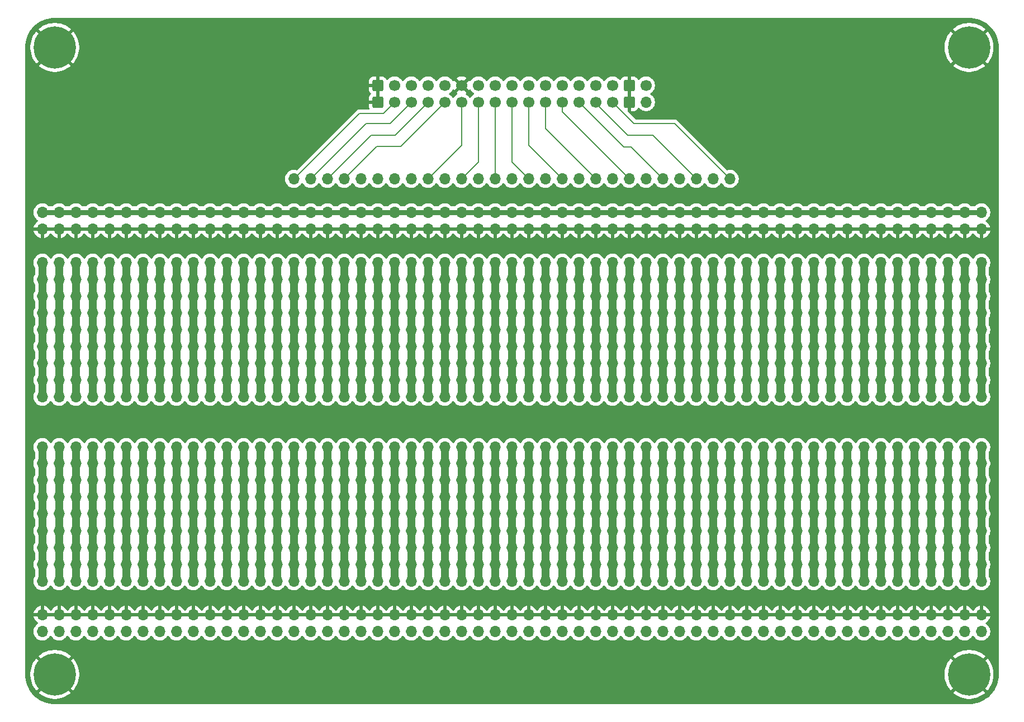
<source format=gbr>
%TF.GenerationSoftware,KiCad,Pcbnew,9.0.0*%
%TF.CreationDate,2025-02-25T12:07:59+01:00*%
%TF.ProjectId,KLST_PANDA_PROTO,4b4c5354-5f50-4414-9e44-415f50524f54,rev?*%
%TF.SameCoordinates,Original*%
%TF.FileFunction,Copper,L2,Bot*%
%TF.FilePolarity,Positive*%
%FSLAX46Y46*%
G04 Gerber Fmt 4.6, Leading zero omitted, Abs format (unit mm)*
G04 Created by KiCad (PCBNEW 9.0.0) date 2025-02-25 12:07:59*
%MOMM*%
%LPD*%
G01*
G04 APERTURE LIST*
G04 Aperture macros list*
%AMRoundRect*
0 Rectangle with rounded corners*
0 $1 Rounding radius*
0 $2 $3 $4 $5 $6 $7 $8 $9 X,Y pos of 4 corners*
0 Add a 4 corners polygon primitive as box body*
4,1,4,$2,$3,$4,$5,$6,$7,$8,$9,$2,$3,0*
0 Add four circle primitives for the rounded corners*
1,1,$1+$1,$2,$3*
1,1,$1+$1,$4,$5*
1,1,$1+$1,$6,$7*
1,1,$1+$1,$8,$9*
0 Add four rect primitives between the rounded corners*
20,1,$1+$1,$2,$3,$4,$5,0*
20,1,$1+$1,$4,$5,$6,$7,0*
20,1,$1+$1,$6,$7,$8,$9,0*
20,1,$1+$1,$8,$9,$2,$3,0*%
G04 Aperture macros list end*
%TA.AperFunction,ComponentPad*%
%ADD10O,1.700000X1.700000*%
%TD*%
%TA.AperFunction,ComponentPad*%
%ADD11C,0.800000*%
%TD*%
%TA.AperFunction,ComponentPad*%
%ADD12C,6.400000*%
%TD*%
%TA.AperFunction,ComponentPad*%
%ADD13C,1.700000*%
%TD*%
%TA.AperFunction,ComponentPad*%
%ADD14RoundRect,0.250000X0.600000X-0.600000X0.600000X0.600000X-0.600000X0.600000X-0.600000X-0.600000X0*%
%TD*%
%TA.AperFunction,Conductor*%
%ADD15C,1.143000*%
%TD*%
%TA.AperFunction,Conductor*%
%ADD16C,0.200000*%
%TD*%
%TA.AperFunction,Conductor*%
%ADD17C,0.800000*%
%TD*%
G04 APERTURE END LIST*
D10*
%TO.P,J21,1,Pin_1*%
%TO.N,Net-(J14-Pin_1)*%
X103130000Y-90150000D03*
%TO.P,J21,2,Pin_2*%
%TO.N,Net-(J14-Pin_2)*%
X105670000Y-90150000D03*
%TO.P,J21,3,Pin_3*%
%TO.N,Net-(J14-Pin_3)*%
X108210000Y-90150000D03*
%TO.P,J21,4,Pin_4*%
%TO.N,Net-(J14-Pin_4)*%
X110750000Y-90150000D03*
%TO.P,J21,5,Pin_5*%
%TO.N,Net-(J14-Pin_5)*%
X113290000Y-90150000D03*
%TO.P,J21,6,Pin_6*%
%TO.N,Net-(J14-Pin_6)*%
X115830000Y-90150000D03*
%TO.P,J21,7,Pin_7*%
%TO.N,Net-(J14-Pin_7)*%
X118370000Y-90150000D03*
%TO.P,J21,8,Pin_8*%
%TO.N,Net-(J14-Pin_8)*%
X120910000Y-90150000D03*
%TO.P,J21,9,Pin_9*%
%TO.N,Net-(J14-Pin_9)*%
X123450000Y-90150000D03*
%TO.P,J21,10,Pin_10*%
%TO.N,Net-(J14-Pin_10)*%
X125990000Y-90150000D03*
%TO.P,J21,11,Pin_11*%
%TO.N,Net-(J14-Pin_11)*%
X128530000Y-90150000D03*
%TO.P,J21,12,Pin_12*%
%TO.N,Net-(J14-Pin_12)*%
X131070000Y-90150000D03*
%TO.P,J21,13,Pin_13*%
%TO.N,Net-(J14-Pin_13)*%
X133610000Y-90150000D03*
%TO.P,J21,14,Pin_14*%
%TO.N,Net-(J14-Pin_14)*%
X136150000Y-90150000D03*
%TO.P,J21,15,Pin_15*%
%TO.N,Net-(J14-Pin_15)*%
X138690000Y-90150000D03*
%TO.P,J21,16,Pin_16*%
%TO.N,Net-(J14-Pin_16)*%
X141230000Y-90150000D03*
%TO.P,J21,17,Pin_17*%
%TO.N,Net-(J14-Pin_17)*%
X143770000Y-90150000D03*
%TO.P,J21,18,Pin_18*%
%TO.N,Net-(J14-Pin_18)*%
X146310000Y-90150000D03*
%TO.P,J21,19,Pin_19*%
%TO.N,Net-(J14-Pin_19)*%
X148850000Y-90150000D03*
%TO.P,J21,20,Pin_20*%
%TO.N,Net-(J14-Pin_20)*%
X151390000Y-90150000D03*
%TO.P,J21,21,Pin_21*%
%TO.N,Net-(J14-Pin_21)*%
X153930000Y-90150000D03*
%TO.P,J21,22,Pin_22*%
%TO.N,Net-(J14-Pin_22)*%
X156470000Y-90150000D03*
%TO.P,J21,23,Pin_23*%
%TO.N,Net-(J14-Pin_23)*%
X159010000Y-90150000D03*
%TO.P,J21,24,Pin_24*%
%TO.N,Net-(J14-Pin_24)*%
X161550000Y-90150000D03*
%TO.P,J21,25,Pin_25*%
%TO.N,Net-(J14-Pin_25)*%
X164090000Y-90150000D03*
%TO.P,J21,26,Pin_26*%
%TO.N,Net-(J14-Pin_26)*%
X166630000Y-90150000D03*
%TO.P,J21,27,Pin_27*%
%TO.N,Net-(J14-Pin_27)*%
X169170000Y-90150000D03*
%TO.P,J21,28,Pin_28*%
%TO.N,Net-(J14-Pin_28)*%
X171710000Y-90150000D03*
%TO.P,J21,29,Pin_29*%
%TO.N,Net-(J14-Pin_29)*%
X174250000Y-90150000D03*
%TO.P,J21,30,Pin_30*%
%TO.N,Net-(J14-Pin_30)*%
X176790000Y-90150000D03*
%TO.P,J21,31,Pin_31*%
%TO.N,Net-(J14-Pin_31)*%
X179330000Y-90150000D03*
%TO.P,J21,32,Pin_32*%
%TO.N,Net-(J14-Pin_32)*%
X181870000Y-90150000D03*
%TO.P,J21,33,Pin_33*%
%TO.N,Net-(J14-Pin_33)*%
X184410000Y-90150000D03*
%TO.P,J21,34,Pin_34*%
%TO.N,Net-(J14-Pin_34)*%
X186950000Y-90150000D03*
%TO.P,J21,35,Pin_35*%
%TO.N,Net-(J14-Pin_35)*%
X189490000Y-90150000D03*
%TO.P,J21,36,Pin_36*%
%TO.N,Net-(J14-Pin_36)*%
X192030000Y-90150000D03*
%TO.P,J21,37,Pin_37*%
%TO.N,Net-(J14-Pin_37)*%
X194570000Y-90150000D03*
%TO.P,J21,38,Pin_38*%
%TO.N,Net-(J14-Pin_38)*%
X197110000Y-90150000D03*
%TO.P,J21,39,Pin_39*%
%TO.N,Net-(J14-Pin_39)*%
X199650000Y-90150000D03*
%TO.P,J21,40,Pin_40*%
%TO.N,Net-(J14-Pin_40)*%
X202190000Y-90150000D03*
%TO.P,J21,41,Pin_41*%
%TO.N,Net-(J14-Pin_41)*%
X204730000Y-90150000D03*
%TO.P,J21,42,Pin_42*%
%TO.N,Net-(J14-Pin_42)*%
X207270000Y-90150000D03*
%TO.P,J21,43,Pin_43*%
%TO.N,Net-(J14-Pin_43)*%
X209810000Y-90150000D03*
%TO.P,J21,44,Pin_44*%
%TO.N,Net-(J14-Pin_44)*%
X212350000Y-90150000D03*
%TO.P,J21,45,Pin_45*%
%TO.N,Net-(J14-Pin_45)*%
X214890000Y-90150000D03*
%TO.P,J21,46,Pin_46*%
%TO.N,Net-(J14-Pin_46)*%
X217430000Y-90150000D03*
%TO.P,J21,47,Pin_47*%
%TO.N,Net-(J14-Pin_47)*%
X219970000Y-90150000D03*
%TO.P,J21,48,Pin_48*%
%TO.N,Net-(J14-Pin_48)*%
X222510000Y-90150000D03*
%TO.P,J21,49,Pin_49*%
%TO.N,Net-(J14-Pin_49)*%
X225050000Y-90150000D03*
%TO.P,J21,50,Pin_50*%
%TO.N,Net-(J14-Pin_50)*%
X227590000Y-90150000D03*
%TO.P,J21,51,Pin_51*%
%TO.N,Net-(J14-Pin_51)*%
X230130000Y-90150000D03*
%TO.P,J21,52,Pin_52*%
%TO.N,Net-(J14-Pin_52)*%
X232670000Y-90150000D03*
%TO.P,J21,53,Pin_53*%
%TO.N,Net-(J14-Pin_53)*%
X235210000Y-90150000D03*
%TO.P,J21,54,Pin_54*%
%TO.N,Net-(J14-Pin_54)*%
X237750000Y-90150000D03*
%TO.P,J21,55,Pin_55*%
%TO.N,Net-(J14-Pin_55)*%
X240290000Y-90150000D03*
%TO.P,J21,56,Pin_56*%
%TO.N,Net-(J14-Pin_56)*%
X242830000Y-90150000D03*
%TO.P,J21,57,Pin_57*%
%TO.N,Net-(J14-Pin_57)*%
X245370000Y-90150000D03*
%TD*%
%TO.P,J17,1,Pin_1*%
%TO.N,Net-(J14-Pin_1)*%
X103130000Y-100310000D03*
%TO.P,J17,2,Pin_2*%
%TO.N,Net-(J14-Pin_2)*%
X105670000Y-100310000D03*
%TO.P,J17,3,Pin_3*%
%TO.N,Net-(J14-Pin_3)*%
X108210000Y-100310000D03*
%TO.P,J17,4,Pin_4*%
%TO.N,Net-(J14-Pin_4)*%
X110750000Y-100310000D03*
%TO.P,J17,5,Pin_5*%
%TO.N,Net-(J14-Pin_5)*%
X113290000Y-100310000D03*
%TO.P,J17,6,Pin_6*%
%TO.N,Net-(J14-Pin_6)*%
X115830000Y-100310000D03*
%TO.P,J17,7,Pin_7*%
%TO.N,Net-(J14-Pin_7)*%
X118370000Y-100310000D03*
%TO.P,J17,8,Pin_8*%
%TO.N,Net-(J14-Pin_8)*%
X120910000Y-100310000D03*
%TO.P,J17,9,Pin_9*%
%TO.N,Net-(J14-Pin_9)*%
X123450000Y-100310000D03*
%TO.P,J17,10,Pin_10*%
%TO.N,Net-(J14-Pin_10)*%
X125990000Y-100310000D03*
%TO.P,J17,11,Pin_11*%
%TO.N,Net-(J14-Pin_11)*%
X128530000Y-100310000D03*
%TO.P,J17,12,Pin_12*%
%TO.N,Net-(J14-Pin_12)*%
X131070000Y-100310000D03*
%TO.P,J17,13,Pin_13*%
%TO.N,Net-(J14-Pin_13)*%
X133610000Y-100310000D03*
%TO.P,J17,14,Pin_14*%
%TO.N,Net-(J14-Pin_14)*%
X136150000Y-100310000D03*
%TO.P,J17,15,Pin_15*%
%TO.N,Net-(J14-Pin_15)*%
X138690000Y-100310000D03*
%TO.P,J17,16,Pin_16*%
%TO.N,Net-(J14-Pin_16)*%
X141230000Y-100310000D03*
%TO.P,J17,17,Pin_17*%
%TO.N,Net-(J14-Pin_17)*%
X143770000Y-100310000D03*
%TO.P,J17,18,Pin_18*%
%TO.N,Net-(J14-Pin_18)*%
X146310000Y-100310000D03*
%TO.P,J17,19,Pin_19*%
%TO.N,Net-(J14-Pin_19)*%
X148850000Y-100310000D03*
%TO.P,J17,20,Pin_20*%
%TO.N,Net-(J14-Pin_20)*%
X151390000Y-100310000D03*
%TO.P,J17,21,Pin_21*%
%TO.N,Net-(J14-Pin_21)*%
X153930000Y-100310000D03*
%TO.P,J17,22,Pin_22*%
%TO.N,Net-(J14-Pin_22)*%
X156470000Y-100310000D03*
%TO.P,J17,23,Pin_23*%
%TO.N,Net-(J14-Pin_23)*%
X159010000Y-100310000D03*
%TO.P,J17,24,Pin_24*%
%TO.N,Net-(J14-Pin_24)*%
X161550000Y-100310000D03*
%TO.P,J17,25,Pin_25*%
%TO.N,Net-(J14-Pin_25)*%
X164090000Y-100310000D03*
%TO.P,J17,26,Pin_26*%
%TO.N,Net-(J14-Pin_26)*%
X166630000Y-100310000D03*
%TO.P,J17,27,Pin_27*%
%TO.N,Net-(J14-Pin_27)*%
X169170000Y-100310000D03*
%TO.P,J17,28,Pin_28*%
%TO.N,Net-(J14-Pin_28)*%
X171710000Y-100310000D03*
%TO.P,J17,29,Pin_29*%
%TO.N,Net-(J14-Pin_29)*%
X174250000Y-100310000D03*
%TO.P,J17,30,Pin_30*%
%TO.N,Net-(J14-Pin_30)*%
X176790000Y-100310000D03*
%TO.P,J17,31,Pin_31*%
%TO.N,Net-(J14-Pin_31)*%
X179330000Y-100310000D03*
%TO.P,J17,32,Pin_32*%
%TO.N,Net-(J14-Pin_32)*%
X181870000Y-100310000D03*
%TO.P,J17,33,Pin_33*%
%TO.N,Net-(J14-Pin_33)*%
X184410000Y-100310000D03*
%TO.P,J17,34,Pin_34*%
%TO.N,Net-(J14-Pin_34)*%
X186950000Y-100310000D03*
%TO.P,J17,35,Pin_35*%
%TO.N,Net-(J14-Pin_35)*%
X189490000Y-100310000D03*
%TO.P,J17,36,Pin_36*%
%TO.N,Net-(J14-Pin_36)*%
X192030000Y-100310000D03*
%TO.P,J17,37,Pin_37*%
%TO.N,Net-(J14-Pin_37)*%
X194570000Y-100310000D03*
%TO.P,J17,38,Pin_38*%
%TO.N,Net-(J14-Pin_38)*%
X197110000Y-100310000D03*
%TO.P,J17,39,Pin_39*%
%TO.N,Net-(J14-Pin_39)*%
X199650000Y-100310000D03*
%TO.P,J17,40,Pin_40*%
%TO.N,Net-(J14-Pin_40)*%
X202190000Y-100310000D03*
%TO.P,J17,41,Pin_41*%
%TO.N,Net-(J14-Pin_41)*%
X204730000Y-100310000D03*
%TO.P,J17,42,Pin_42*%
%TO.N,Net-(J14-Pin_42)*%
X207270000Y-100310000D03*
%TO.P,J17,43,Pin_43*%
%TO.N,Net-(J14-Pin_43)*%
X209810000Y-100310000D03*
%TO.P,J17,44,Pin_44*%
%TO.N,Net-(J14-Pin_44)*%
X212350000Y-100310000D03*
%TO.P,J17,45,Pin_45*%
%TO.N,Net-(J14-Pin_45)*%
X214890000Y-100310000D03*
%TO.P,J17,46,Pin_46*%
%TO.N,Net-(J14-Pin_46)*%
X217430000Y-100310000D03*
%TO.P,J17,47,Pin_47*%
%TO.N,Net-(J14-Pin_47)*%
X219970000Y-100310000D03*
%TO.P,J17,48,Pin_48*%
%TO.N,Net-(J14-Pin_48)*%
X222510000Y-100310000D03*
%TO.P,J17,49,Pin_49*%
%TO.N,Net-(J14-Pin_49)*%
X225050000Y-100310000D03*
%TO.P,J17,50,Pin_50*%
%TO.N,Net-(J14-Pin_50)*%
X227590000Y-100310000D03*
%TO.P,J17,51,Pin_51*%
%TO.N,Net-(J14-Pin_51)*%
X230130000Y-100310000D03*
%TO.P,J17,52,Pin_52*%
%TO.N,Net-(J14-Pin_52)*%
X232670000Y-100310000D03*
%TO.P,J17,53,Pin_53*%
%TO.N,Net-(J14-Pin_53)*%
X235210000Y-100310000D03*
%TO.P,J17,54,Pin_54*%
%TO.N,Net-(J14-Pin_54)*%
X237750000Y-100310000D03*
%TO.P,J17,55,Pin_55*%
%TO.N,Net-(J14-Pin_55)*%
X240290000Y-100310000D03*
%TO.P,J17,56,Pin_56*%
%TO.N,Net-(J14-Pin_56)*%
X242830000Y-100310000D03*
%TO.P,J17,57,Pin_57*%
%TO.N,Net-(J14-Pin_57)*%
X245370000Y-100310000D03*
%TD*%
%TO.P,J19,1,Pin_1*%
%TO.N,Net-(J14-Pin_1)*%
X103130000Y-95230000D03*
%TO.P,J19,2,Pin_2*%
%TO.N,Net-(J14-Pin_2)*%
X105670000Y-95230000D03*
%TO.P,J19,3,Pin_3*%
%TO.N,Net-(J14-Pin_3)*%
X108210000Y-95230000D03*
%TO.P,J19,4,Pin_4*%
%TO.N,Net-(J14-Pin_4)*%
X110750000Y-95230000D03*
%TO.P,J19,5,Pin_5*%
%TO.N,Net-(J14-Pin_5)*%
X113290000Y-95230000D03*
%TO.P,J19,6,Pin_6*%
%TO.N,Net-(J14-Pin_6)*%
X115830000Y-95230000D03*
%TO.P,J19,7,Pin_7*%
%TO.N,Net-(J14-Pin_7)*%
X118370000Y-95230000D03*
%TO.P,J19,8,Pin_8*%
%TO.N,Net-(J14-Pin_8)*%
X120910000Y-95230000D03*
%TO.P,J19,9,Pin_9*%
%TO.N,Net-(J14-Pin_9)*%
X123450000Y-95230000D03*
%TO.P,J19,10,Pin_10*%
%TO.N,Net-(J14-Pin_10)*%
X125990000Y-95230000D03*
%TO.P,J19,11,Pin_11*%
%TO.N,Net-(J14-Pin_11)*%
X128530000Y-95230000D03*
%TO.P,J19,12,Pin_12*%
%TO.N,Net-(J14-Pin_12)*%
X131070000Y-95230000D03*
%TO.P,J19,13,Pin_13*%
%TO.N,Net-(J14-Pin_13)*%
X133610000Y-95230000D03*
%TO.P,J19,14,Pin_14*%
%TO.N,Net-(J14-Pin_14)*%
X136150000Y-95230000D03*
%TO.P,J19,15,Pin_15*%
%TO.N,Net-(J14-Pin_15)*%
X138690000Y-95230000D03*
%TO.P,J19,16,Pin_16*%
%TO.N,Net-(J14-Pin_16)*%
X141230000Y-95230000D03*
%TO.P,J19,17,Pin_17*%
%TO.N,Net-(J14-Pin_17)*%
X143770000Y-95230000D03*
%TO.P,J19,18,Pin_18*%
%TO.N,Net-(J14-Pin_18)*%
X146310000Y-95230000D03*
%TO.P,J19,19,Pin_19*%
%TO.N,Net-(J14-Pin_19)*%
X148850000Y-95230000D03*
%TO.P,J19,20,Pin_20*%
%TO.N,Net-(J14-Pin_20)*%
X151390000Y-95230000D03*
%TO.P,J19,21,Pin_21*%
%TO.N,Net-(J14-Pin_21)*%
X153930000Y-95230000D03*
%TO.P,J19,22,Pin_22*%
%TO.N,Net-(J14-Pin_22)*%
X156470000Y-95230000D03*
%TO.P,J19,23,Pin_23*%
%TO.N,Net-(J14-Pin_23)*%
X159010000Y-95230000D03*
%TO.P,J19,24,Pin_24*%
%TO.N,Net-(J14-Pin_24)*%
X161550000Y-95230000D03*
%TO.P,J19,25,Pin_25*%
%TO.N,Net-(J14-Pin_25)*%
X164090000Y-95230000D03*
%TO.P,J19,26,Pin_26*%
%TO.N,Net-(J14-Pin_26)*%
X166630000Y-95230000D03*
%TO.P,J19,27,Pin_27*%
%TO.N,Net-(J14-Pin_27)*%
X169170000Y-95230000D03*
%TO.P,J19,28,Pin_28*%
%TO.N,Net-(J14-Pin_28)*%
X171710000Y-95230000D03*
%TO.P,J19,29,Pin_29*%
%TO.N,Net-(J14-Pin_29)*%
X174250000Y-95230000D03*
%TO.P,J19,30,Pin_30*%
%TO.N,Net-(J14-Pin_30)*%
X176790000Y-95230000D03*
%TO.P,J19,31,Pin_31*%
%TO.N,Net-(J14-Pin_31)*%
X179330000Y-95230000D03*
%TO.P,J19,32,Pin_32*%
%TO.N,Net-(J14-Pin_32)*%
X181870000Y-95230000D03*
%TO.P,J19,33,Pin_33*%
%TO.N,Net-(J14-Pin_33)*%
X184410000Y-95230000D03*
%TO.P,J19,34,Pin_34*%
%TO.N,Net-(J14-Pin_34)*%
X186950000Y-95230000D03*
%TO.P,J19,35,Pin_35*%
%TO.N,Net-(J14-Pin_35)*%
X189490000Y-95230000D03*
%TO.P,J19,36,Pin_36*%
%TO.N,Net-(J14-Pin_36)*%
X192030000Y-95230000D03*
%TO.P,J19,37,Pin_37*%
%TO.N,Net-(J14-Pin_37)*%
X194570000Y-95230000D03*
%TO.P,J19,38,Pin_38*%
%TO.N,Net-(J14-Pin_38)*%
X197110000Y-95230000D03*
%TO.P,J19,39,Pin_39*%
%TO.N,Net-(J14-Pin_39)*%
X199650000Y-95230000D03*
%TO.P,J19,40,Pin_40*%
%TO.N,Net-(J14-Pin_40)*%
X202190000Y-95230000D03*
%TO.P,J19,41,Pin_41*%
%TO.N,Net-(J14-Pin_41)*%
X204730000Y-95230000D03*
%TO.P,J19,42,Pin_42*%
%TO.N,Net-(J14-Pin_42)*%
X207270000Y-95230000D03*
%TO.P,J19,43,Pin_43*%
%TO.N,Net-(J14-Pin_43)*%
X209810000Y-95230000D03*
%TO.P,J19,44,Pin_44*%
%TO.N,Net-(J14-Pin_44)*%
X212350000Y-95230000D03*
%TO.P,J19,45,Pin_45*%
%TO.N,Net-(J14-Pin_45)*%
X214890000Y-95230000D03*
%TO.P,J19,46,Pin_46*%
%TO.N,Net-(J14-Pin_46)*%
X217430000Y-95230000D03*
%TO.P,J19,47,Pin_47*%
%TO.N,Net-(J14-Pin_47)*%
X219970000Y-95230000D03*
%TO.P,J19,48,Pin_48*%
%TO.N,Net-(J14-Pin_48)*%
X222510000Y-95230000D03*
%TO.P,J19,49,Pin_49*%
%TO.N,Net-(J14-Pin_49)*%
X225050000Y-95230000D03*
%TO.P,J19,50,Pin_50*%
%TO.N,Net-(J14-Pin_50)*%
X227590000Y-95230000D03*
%TO.P,J19,51,Pin_51*%
%TO.N,Net-(J14-Pin_51)*%
X230130000Y-95230000D03*
%TO.P,J19,52,Pin_52*%
%TO.N,Net-(J14-Pin_52)*%
X232670000Y-95230000D03*
%TO.P,J19,53,Pin_53*%
%TO.N,Net-(J14-Pin_53)*%
X235210000Y-95230000D03*
%TO.P,J19,54,Pin_54*%
%TO.N,Net-(J14-Pin_54)*%
X237750000Y-95230000D03*
%TO.P,J19,55,Pin_55*%
%TO.N,Net-(J14-Pin_55)*%
X240290000Y-95230000D03*
%TO.P,J19,56,Pin_56*%
%TO.N,Net-(J14-Pin_56)*%
X242830000Y-95230000D03*
%TO.P,J19,57,Pin_57*%
%TO.N,Net-(J14-Pin_57)*%
X245370000Y-95230000D03*
%TD*%
D11*
%TO.P,H3,1,1*%
%TO.N,GND*%
X102600000Y-150000000D03*
X103302944Y-148302944D03*
X103302944Y-151697056D03*
X105000000Y-147600000D03*
D12*
X105000000Y-150000000D03*
D11*
X105000000Y-152400000D03*
X106697056Y-148302944D03*
X106697056Y-151697056D03*
X107400000Y-150000000D03*
%TD*%
D10*
%TO.P,J20,1,Pin_1*%
%TO.N,Net-(J14-Pin_1)*%
X103130000Y-92690000D03*
%TO.P,J20,2,Pin_2*%
%TO.N,Net-(J14-Pin_2)*%
X105670000Y-92690000D03*
%TO.P,J20,3,Pin_3*%
%TO.N,Net-(J14-Pin_3)*%
X108210000Y-92690000D03*
%TO.P,J20,4,Pin_4*%
%TO.N,Net-(J14-Pin_4)*%
X110750000Y-92690000D03*
%TO.P,J20,5,Pin_5*%
%TO.N,Net-(J14-Pin_5)*%
X113290000Y-92690000D03*
%TO.P,J20,6,Pin_6*%
%TO.N,Net-(J14-Pin_6)*%
X115830000Y-92690000D03*
%TO.P,J20,7,Pin_7*%
%TO.N,Net-(J14-Pin_7)*%
X118370000Y-92690000D03*
%TO.P,J20,8,Pin_8*%
%TO.N,Net-(J14-Pin_8)*%
X120910000Y-92690000D03*
%TO.P,J20,9,Pin_9*%
%TO.N,Net-(J14-Pin_9)*%
X123450000Y-92690000D03*
%TO.P,J20,10,Pin_10*%
%TO.N,Net-(J14-Pin_10)*%
X125990000Y-92690000D03*
%TO.P,J20,11,Pin_11*%
%TO.N,Net-(J14-Pin_11)*%
X128530000Y-92690000D03*
%TO.P,J20,12,Pin_12*%
%TO.N,Net-(J14-Pin_12)*%
X131070000Y-92690000D03*
%TO.P,J20,13,Pin_13*%
%TO.N,Net-(J14-Pin_13)*%
X133610000Y-92690000D03*
%TO.P,J20,14,Pin_14*%
%TO.N,Net-(J14-Pin_14)*%
X136150000Y-92690000D03*
%TO.P,J20,15,Pin_15*%
%TO.N,Net-(J14-Pin_15)*%
X138690000Y-92690000D03*
%TO.P,J20,16,Pin_16*%
%TO.N,Net-(J14-Pin_16)*%
X141230000Y-92690000D03*
%TO.P,J20,17,Pin_17*%
%TO.N,Net-(J14-Pin_17)*%
X143770000Y-92690000D03*
%TO.P,J20,18,Pin_18*%
%TO.N,Net-(J14-Pin_18)*%
X146310000Y-92690000D03*
%TO.P,J20,19,Pin_19*%
%TO.N,Net-(J14-Pin_19)*%
X148850000Y-92690000D03*
%TO.P,J20,20,Pin_20*%
%TO.N,Net-(J14-Pin_20)*%
X151390000Y-92690000D03*
%TO.P,J20,21,Pin_21*%
%TO.N,Net-(J14-Pin_21)*%
X153930000Y-92690000D03*
%TO.P,J20,22,Pin_22*%
%TO.N,Net-(J14-Pin_22)*%
X156470000Y-92690000D03*
%TO.P,J20,23,Pin_23*%
%TO.N,Net-(J14-Pin_23)*%
X159010000Y-92690000D03*
%TO.P,J20,24,Pin_24*%
%TO.N,Net-(J14-Pin_24)*%
X161550000Y-92690000D03*
%TO.P,J20,25,Pin_25*%
%TO.N,Net-(J14-Pin_25)*%
X164090000Y-92690000D03*
%TO.P,J20,26,Pin_26*%
%TO.N,Net-(J14-Pin_26)*%
X166630000Y-92690000D03*
%TO.P,J20,27,Pin_27*%
%TO.N,Net-(J14-Pin_27)*%
X169170000Y-92690000D03*
%TO.P,J20,28,Pin_28*%
%TO.N,Net-(J14-Pin_28)*%
X171710000Y-92690000D03*
%TO.P,J20,29,Pin_29*%
%TO.N,Net-(J14-Pin_29)*%
X174250000Y-92690000D03*
%TO.P,J20,30,Pin_30*%
%TO.N,Net-(J14-Pin_30)*%
X176790000Y-92690000D03*
%TO.P,J20,31,Pin_31*%
%TO.N,Net-(J14-Pin_31)*%
X179330000Y-92690000D03*
%TO.P,J20,32,Pin_32*%
%TO.N,Net-(J14-Pin_32)*%
X181870000Y-92690000D03*
%TO.P,J20,33,Pin_33*%
%TO.N,Net-(J14-Pin_33)*%
X184410000Y-92690000D03*
%TO.P,J20,34,Pin_34*%
%TO.N,Net-(J14-Pin_34)*%
X186950000Y-92690000D03*
%TO.P,J20,35,Pin_35*%
%TO.N,Net-(J14-Pin_35)*%
X189490000Y-92690000D03*
%TO.P,J20,36,Pin_36*%
%TO.N,Net-(J14-Pin_36)*%
X192030000Y-92690000D03*
%TO.P,J20,37,Pin_37*%
%TO.N,Net-(J14-Pin_37)*%
X194570000Y-92690000D03*
%TO.P,J20,38,Pin_38*%
%TO.N,Net-(J14-Pin_38)*%
X197110000Y-92690000D03*
%TO.P,J20,39,Pin_39*%
%TO.N,Net-(J14-Pin_39)*%
X199650000Y-92690000D03*
%TO.P,J20,40,Pin_40*%
%TO.N,Net-(J14-Pin_40)*%
X202190000Y-92690000D03*
%TO.P,J20,41,Pin_41*%
%TO.N,Net-(J14-Pin_41)*%
X204730000Y-92690000D03*
%TO.P,J20,42,Pin_42*%
%TO.N,Net-(J14-Pin_42)*%
X207270000Y-92690000D03*
%TO.P,J20,43,Pin_43*%
%TO.N,Net-(J14-Pin_43)*%
X209810000Y-92690000D03*
%TO.P,J20,44,Pin_44*%
%TO.N,Net-(J14-Pin_44)*%
X212350000Y-92690000D03*
%TO.P,J20,45,Pin_45*%
%TO.N,Net-(J14-Pin_45)*%
X214890000Y-92690000D03*
%TO.P,J20,46,Pin_46*%
%TO.N,Net-(J14-Pin_46)*%
X217430000Y-92690000D03*
%TO.P,J20,47,Pin_47*%
%TO.N,Net-(J14-Pin_47)*%
X219970000Y-92690000D03*
%TO.P,J20,48,Pin_48*%
%TO.N,Net-(J14-Pin_48)*%
X222510000Y-92690000D03*
%TO.P,J20,49,Pin_49*%
%TO.N,Net-(J14-Pin_49)*%
X225050000Y-92690000D03*
%TO.P,J20,50,Pin_50*%
%TO.N,Net-(J14-Pin_50)*%
X227590000Y-92690000D03*
%TO.P,J20,51,Pin_51*%
%TO.N,Net-(J14-Pin_51)*%
X230130000Y-92690000D03*
%TO.P,J20,52,Pin_52*%
%TO.N,Net-(J14-Pin_52)*%
X232670000Y-92690000D03*
%TO.P,J20,53,Pin_53*%
%TO.N,Net-(J14-Pin_53)*%
X235210000Y-92690000D03*
%TO.P,J20,54,Pin_54*%
%TO.N,Net-(J14-Pin_54)*%
X237750000Y-92690000D03*
%TO.P,J20,55,Pin_55*%
%TO.N,Net-(J14-Pin_55)*%
X240290000Y-92690000D03*
%TO.P,J20,56,Pin_56*%
%TO.N,Net-(J14-Pin_56)*%
X242830000Y-92690000D03*
%TO.P,J20,57,Pin_57*%
%TO.N,Net-(J14-Pin_57)*%
X245370000Y-92690000D03*
%TD*%
%TO.P,J8,1,Pin_1*%
%TO.N,Net-(J10-Pin_1)*%
X103130000Y-128250000D03*
%TO.P,J8,2,Pin_2*%
%TO.N,Net-(J10-Pin_2)*%
X105670000Y-128250000D03*
%TO.P,J8,3,Pin_3*%
%TO.N,Net-(J10-Pin_3)*%
X108210000Y-128250000D03*
%TO.P,J8,4,Pin_4*%
%TO.N,Net-(J10-Pin_4)*%
X110750000Y-128250000D03*
%TO.P,J8,5,Pin_5*%
%TO.N,Net-(J10-Pin_5)*%
X113290000Y-128250000D03*
%TO.P,J8,6,Pin_6*%
%TO.N,Net-(J10-Pin_6)*%
X115830000Y-128250000D03*
%TO.P,J8,7,Pin_7*%
%TO.N,Net-(J10-Pin_7)*%
X118370000Y-128250000D03*
%TO.P,J8,8,Pin_8*%
%TO.N,Net-(J10-Pin_8)*%
X120910000Y-128250000D03*
%TO.P,J8,9,Pin_9*%
%TO.N,Net-(J10-Pin_9)*%
X123450000Y-128250000D03*
%TO.P,J8,10,Pin_10*%
%TO.N,Net-(J10-Pin_10)*%
X125990000Y-128250000D03*
%TO.P,J8,11,Pin_11*%
%TO.N,Net-(J10-Pin_11)*%
X128530000Y-128250000D03*
%TO.P,J8,12,Pin_12*%
%TO.N,Net-(J10-Pin_12)*%
X131070000Y-128250000D03*
%TO.P,J8,13,Pin_13*%
%TO.N,Net-(J10-Pin_13)*%
X133610000Y-128250000D03*
%TO.P,J8,14,Pin_14*%
%TO.N,Net-(J10-Pin_14)*%
X136150000Y-128250000D03*
%TO.P,J8,15,Pin_15*%
%TO.N,Net-(J10-Pin_15)*%
X138690000Y-128250000D03*
%TO.P,J8,16,Pin_16*%
%TO.N,Net-(J10-Pin_16)*%
X141230000Y-128250000D03*
%TO.P,J8,17,Pin_17*%
%TO.N,Net-(J10-Pin_17)*%
X143770000Y-128250000D03*
%TO.P,J8,18,Pin_18*%
%TO.N,Net-(J10-Pin_18)*%
X146310000Y-128250000D03*
%TO.P,J8,19,Pin_19*%
%TO.N,Net-(J10-Pin_19)*%
X148850000Y-128250000D03*
%TO.P,J8,20,Pin_20*%
%TO.N,Net-(J10-Pin_20)*%
X151390000Y-128250000D03*
%TO.P,J8,21,Pin_21*%
%TO.N,Net-(J10-Pin_21)*%
X153930000Y-128250000D03*
%TO.P,J8,22,Pin_22*%
%TO.N,Net-(J10-Pin_22)*%
X156470000Y-128250000D03*
%TO.P,J8,23,Pin_23*%
%TO.N,Net-(J10-Pin_23)*%
X159010000Y-128250000D03*
%TO.P,J8,24,Pin_24*%
%TO.N,Net-(J10-Pin_24)*%
X161550000Y-128250000D03*
%TO.P,J8,25,Pin_25*%
%TO.N,Net-(J10-Pin_25)*%
X164090000Y-128250000D03*
%TO.P,J8,26,Pin_26*%
%TO.N,Net-(J10-Pin_26)*%
X166630000Y-128250000D03*
%TO.P,J8,27,Pin_27*%
%TO.N,Net-(J10-Pin_27)*%
X169170000Y-128250000D03*
%TO.P,J8,28,Pin_28*%
%TO.N,Net-(J10-Pin_28)*%
X171710000Y-128250000D03*
%TO.P,J8,29,Pin_29*%
%TO.N,Net-(J10-Pin_29)*%
X174250000Y-128250000D03*
%TO.P,J8,30,Pin_30*%
%TO.N,Net-(J10-Pin_30)*%
X176790000Y-128250000D03*
%TO.P,J8,31,Pin_31*%
%TO.N,Net-(J10-Pin_31)*%
X179330000Y-128250000D03*
%TO.P,J8,32,Pin_32*%
%TO.N,Net-(J10-Pin_32)*%
X181870000Y-128250000D03*
%TO.P,J8,33,Pin_33*%
%TO.N,Net-(J10-Pin_33)*%
X184410000Y-128250000D03*
%TO.P,J8,34,Pin_34*%
%TO.N,Net-(J10-Pin_34)*%
X186950000Y-128250000D03*
%TO.P,J8,35,Pin_35*%
%TO.N,Net-(J10-Pin_35)*%
X189490000Y-128250000D03*
%TO.P,J8,36,Pin_36*%
%TO.N,Net-(J10-Pin_36)*%
X192030000Y-128250000D03*
%TO.P,J8,37,Pin_37*%
%TO.N,Net-(J10-Pin_37)*%
X194570000Y-128250000D03*
%TO.P,J8,38,Pin_38*%
%TO.N,Net-(J10-Pin_38)*%
X197110000Y-128250000D03*
%TO.P,J8,39,Pin_39*%
%TO.N,Net-(J10-Pin_39)*%
X199650000Y-128250000D03*
%TO.P,J8,40,Pin_40*%
%TO.N,Net-(J10-Pin_40)*%
X202190000Y-128250000D03*
%TO.P,J8,41,Pin_41*%
%TO.N,Net-(J10-Pin_41)*%
X204730000Y-128250000D03*
%TO.P,J8,42,Pin_42*%
%TO.N,Net-(J10-Pin_42)*%
X207270000Y-128250000D03*
%TO.P,J8,43,Pin_43*%
%TO.N,Net-(J10-Pin_43)*%
X209810000Y-128250000D03*
%TO.P,J8,44,Pin_44*%
%TO.N,Net-(J10-Pin_44)*%
X212350000Y-128250000D03*
%TO.P,J8,45,Pin_45*%
%TO.N,Net-(J10-Pin_45)*%
X214890000Y-128250000D03*
%TO.P,J8,46,Pin_46*%
%TO.N,Net-(J10-Pin_46)*%
X217430000Y-128250000D03*
%TO.P,J8,47,Pin_47*%
%TO.N,Net-(J10-Pin_47)*%
X219970000Y-128250000D03*
%TO.P,J8,48,Pin_48*%
%TO.N,Net-(J10-Pin_48)*%
X222510000Y-128250000D03*
%TO.P,J8,49,Pin_49*%
%TO.N,Net-(J10-Pin_49)*%
X225050000Y-128250000D03*
%TO.P,J8,50,Pin_50*%
%TO.N,Net-(J10-Pin_50)*%
X227590000Y-128250000D03*
%TO.P,J8,51,Pin_51*%
%TO.N,Net-(J10-Pin_51)*%
X230130000Y-128250000D03*
%TO.P,J8,52,Pin_52*%
%TO.N,Net-(J10-Pin_52)*%
X232670000Y-128250000D03*
%TO.P,J8,53,Pin_53*%
%TO.N,Net-(J10-Pin_53)*%
X235210000Y-128250000D03*
%TO.P,J8,54,Pin_54*%
%TO.N,Net-(J10-Pin_54)*%
X237750000Y-128250000D03*
%TO.P,J8,55,Pin_55*%
%TO.N,Net-(J10-Pin_55)*%
X240290000Y-128250000D03*
%TO.P,J8,56,Pin_56*%
%TO.N,Net-(J10-Pin_56)*%
X242830000Y-128250000D03*
%TO.P,J8,57,Pin_57*%
%TO.N,Net-(J10-Pin_57)*%
X245370000Y-128250000D03*
%TD*%
%TO.P,J4,1,Pin_1*%
%TO.N,GND*%
X103130000Y-140950000D03*
%TO.P,J4,2,Pin_2*%
X105670000Y-140950000D03*
%TO.P,J4,3,Pin_3*%
X108210000Y-140950000D03*
%TO.P,J4,4,Pin_4*%
X110750000Y-140950000D03*
%TO.P,J4,5,Pin_5*%
X113290000Y-140950000D03*
%TO.P,J4,6,Pin_6*%
X115830000Y-140950000D03*
%TO.P,J4,7,Pin_7*%
X118370000Y-140950000D03*
%TO.P,J4,8,Pin_8*%
X120910000Y-140950000D03*
%TO.P,J4,9,Pin_9*%
X123450000Y-140950000D03*
%TO.P,J4,10,Pin_10*%
X125990000Y-140950000D03*
%TO.P,J4,11,Pin_11*%
X128530000Y-140950000D03*
%TO.P,J4,12,Pin_12*%
X131070000Y-140950000D03*
%TO.P,J4,13,Pin_13*%
X133610000Y-140950000D03*
%TO.P,J4,14,Pin_14*%
X136150000Y-140950000D03*
%TO.P,J4,15,Pin_15*%
X138690000Y-140950000D03*
%TO.P,J4,16,Pin_16*%
X141230000Y-140950000D03*
%TO.P,J4,17,Pin_17*%
X143770000Y-140950000D03*
%TO.P,J4,18,Pin_18*%
X146310000Y-140950000D03*
%TO.P,J4,19,Pin_19*%
X148850000Y-140950000D03*
%TO.P,J4,20,Pin_20*%
X151390000Y-140950000D03*
%TO.P,J4,21,Pin_21*%
X153930000Y-140950000D03*
%TO.P,J4,22,Pin_22*%
X156470000Y-140950000D03*
%TO.P,J4,23,Pin_23*%
X159010000Y-140950000D03*
%TO.P,J4,24,Pin_24*%
X161550000Y-140950000D03*
%TO.P,J4,25,Pin_25*%
X164090000Y-140950000D03*
%TO.P,J4,26,Pin_26*%
X166630000Y-140950000D03*
%TO.P,J4,27,Pin_27*%
X169170000Y-140950000D03*
%TO.P,J4,28,Pin_28*%
X171710000Y-140950000D03*
%TO.P,J4,29,Pin_29*%
X174250000Y-140950000D03*
%TO.P,J4,30,Pin_30*%
X176790000Y-140950000D03*
%TO.P,J4,31,Pin_31*%
X179330000Y-140950000D03*
%TO.P,J4,32,Pin_32*%
X181870000Y-140950000D03*
%TO.P,J4,33,Pin_33*%
X184410000Y-140950000D03*
%TO.P,J4,34,Pin_34*%
X186950000Y-140950000D03*
%TO.P,J4,35,Pin_35*%
X189490000Y-140950000D03*
%TO.P,J4,36,Pin_36*%
X192030000Y-140950000D03*
%TO.P,J4,37,Pin_37*%
X194570000Y-140950000D03*
%TO.P,J4,38,Pin_38*%
X197110000Y-140950000D03*
%TO.P,J4,39,Pin_39*%
X199650000Y-140950000D03*
%TO.P,J4,40,Pin_40*%
X202190000Y-140950000D03*
%TO.P,J4,41,Pin_41*%
X204730000Y-140950000D03*
%TO.P,J4,42,Pin_42*%
X207270000Y-140950000D03*
%TO.P,J4,43,Pin_43*%
X209810000Y-140950000D03*
%TO.P,J4,44,Pin_44*%
X212350000Y-140950000D03*
%TO.P,J4,45,Pin_45*%
X214890000Y-140950000D03*
%TO.P,J4,46,Pin_46*%
X217430000Y-140950000D03*
%TO.P,J4,47,Pin_47*%
X219970000Y-140950000D03*
%TO.P,J4,48,Pin_48*%
X222510000Y-140950000D03*
%TO.P,J4,49,Pin_49*%
X225050000Y-140950000D03*
%TO.P,J4,50,Pin_50*%
X227590000Y-140950000D03*
%TO.P,J4,51,Pin_51*%
X230130000Y-140950000D03*
%TO.P,J4,52,Pin_52*%
X232670000Y-140950000D03*
%TO.P,J4,53,Pin_53*%
X235210000Y-140950000D03*
%TO.P,J4,54,Pin_54*%
X237750000Y-140950000D03*
%TO.P,J4,55,Pin_55*%
X240290000Y-140950000D03*
%TO.P,J4,56,Pin_56*%
X242830000Y-140950000D03*
%TO.P,J4,57,Pin_57*%
X245370000Y-140950000D03*
%TD*%
%TO.P,J15,1,Pin_1*%
%TO.N,Net-(J14-Pin_1)*%
X103130000Y-105390000D03*
%TO.P,J15,2,Pin_2*%
%TO.N,Net-(J14-Pin_2)*%
X105670000Y-105390000D03*
%TO.P,J15,3,Pin_3*%
%TO.N,Net-(J14-Pin_3)*%
X108210000Y-105390000D03*
%TO.P,J15,4,Pin_4*%
%TO.N,Net-(J14-Pin_4)*%
X110750000Y-105390000D03*
%TO.P,J15,5,Pin_5*%
%TO.N,Net-(J14-Pin_5)*%
X113290000Y-105390000D03*
%TO.P,J15,6,Pin_6*%
%TO.N,Net-(J14-Pin_6)*%
X115830000Y-105390000D03*
%TO.P,J15,7,Pin_7*%
%TO.N,Net-(J14-Pin_7)*%
X118370000Y-105390000D03*
%TO.P,J15,8,Pin_8*%
%TO.N,Net-(J14-Pin_8)*%
X120910000Y-105390000D03*
%TO.P,J15,9,Pin_9*%
%TO.N,Net-(J14-Pin_9)*%
X123450000Y-105390000D03*
%TO.P,J15,10,Pin_10*%
%TO.N,Net-(J14-Pin_10)*%
X125990000Y-105390000D03*
%TO.P,J15,11,Pin_11*%
%TO.N,Net-(J14-Pin_11)*%
X128530000Y-105390000D03*
%TO.P,J15,12,Pin_12*%
%TO.N,Net-(J14-Pin_12)*%
X131070000Y-105390000D03*
%TO.P,J15,13,Pin_13*%
%TO.N,Net-(J14-Pin_13)*%
X133610000Y-105390000D03*
%TO.P,J15,14,Pin_14*%
%TO.N,Net-(J14-Pin_14)*%
X136150000Y-105390000D03*
%TO.P,J15,15,Pin_15*%
%TO.N,Net-(J14-Pin_15)*%
X138690000Y-105390000D03*
%TO.P,J15,16,Pin_16*%
%TO.N,Net-(J14-Pin_16)*%
X141230000Y-105390000D03*
%TO.P,J15,17,Pin_17*%
%TO.N,Net-(J14-Pin_17)*%
X143770000Y-105390000D03*
%TO.P,J15,18,Pin_18*%
%TO.N,Net-(J14-Pin_18)*%
X146310000Y-105390000D03*
%TO.P,J15,19,Pin_19*%
%TO.N,Net-(J14-Pin_19)*%
X148850000Y-105390000D03*
%TO.P,J15,20,Pin_20*%
%TO.N,Net-(J14-Pin_20)*%
X151390000Y-105390000D03*
%TO.P,J15,21,Pin_21*%
%TO.N,Net-(J14-Pin_21)*%
X153930000Y-105390000D03*
%TO.P,J15,22,Pin_22*%
%TO.N,Net-(J14-Pin_22)*%
X156470000Y-105390000D03*
%TO.P,J15,23,Pin_23*%
%TO.N,Net-(J14-Pin_23)*%
X159010000Y-105390000D03*
%TO.P,J15,24,Pin_24*%
%TO.N,Net-(J14-Pin_24)*%
X161550000Y-105390000D03*
%TO.P,J15,25,Pin_25*%
%TO.N,Net-(J14-Pin_25)*%
X164090000Y-105390000D03*
%TO.P,J15,26,Pin_26*%
%TO.N,Net-(J14-Pin_26)*%
X166630000Y-105390000D03*
%TO.P,J15,27,Pin_27*%
%TO.N,Net-(J14-Pin_27)*%
X169170000Y-105390000D03*
%TO.P,J15,28,Pin_28*%
%TO.N,Net-(J14-Pin_28)*%
X171710000Y-105390000D03*
%TO.P,J15,29,Pin_29*%
%TO.N,Net-(J14-Pin_29)*%
X174250000Y-105390000D03*
%TO.P,J15,30,Pin_30*%
%TO.N,Net-(J14-Pin_30)*%
X176790000Y-105390000D03*
%TO.P,J15,31,Pin_31*%
%TO.N,Net-(J14-Pin_31)*%
X179330000Y-105390000D03*
%TO.P,J15,32,Pin_32*%
%TO.N,Net-(J14-Pin_32)*%
X181870000Y-105390000D03*
%TO.P,J15,33,Pin_33*%
%TO.N,Net-(J14-Pin_33)*%
X184410000Y-105390000D03*
%TO.P,J15,34,Pin_34*%
%TO.N,Net-(J14-Pin_34)*%
X186950000Y-105390000D03*
%TO.P,J15,35,Pin_35*%
%TO.N,Net-(J14-Pin_35)*%
X189490000Y-105390000D03*
%TO.P,J15,36,Pin_36*%
%TO.N,Net-(J14-Pin_36)*%
X192030000Y-105390000D03*
%TO.P,J15,37,Pin_37*%
%TO.N,Net-(J14-Pin_37)*%
X194570000Y-105390000D03*
%TO.P,J15,38,Pin_38*%
%TO.N,Net-(J14-Pin_38)*%
X197110000Y-105390000D03*
%TO.P,J15,39,Pin_39*%
%TO.N,Net-(J14-Pin_39)*%
X199650000Y-105390000D03*
%TO.P,J15,40,Pin_40*%
%TO.N,Net-(J14-Pin_40)*%
X202190000Y-105390000D03*
%TO.P,J15,41,Pin_41*%
%TO.N,Net-(J14-Pin_41)*%
X204730000Y-105390000D03*
%TO.P,J15,42,Pin_42*%
%TO.N,Net-(J14-Pin_42)*%
X207270000Y-105390000D03*
%TO.P,J15,43,Pin_43*%
%TO.N,Net-(J14-Pin_43)*%
X209810000Y-105390000D03*
%TO.P,J15,44,Pin_44*%
%TO.N,Net-(J14-Pin_44)*%
X212350000Y-105390000D03*
%TO.P,J15,45,Pin_45*%
%TO.N,Net-(J14-Pin_45)*%
X214890000Y-105390000D03*
%TO.P,J15,46,Pin_46*%
%TO.N,Net-(J14-Pin_46)*%
X217430000Y-105390000D03*
%TO.P,J15,47,Pin_47*%
%TO.N,Net-(J14-Pin_47)*%
X219970000Y-105390000D03*
%TO.P,J15,48,Pin_48*%
%TO.N,Net-(J14-Pin_48)*%
X222510000Y-105390000D03*
%TO.P,J15,49,Pin_49*%
%TO.N,Net-(J14-Pin_49)*%
X225050000Y-105390000D03*
%TO.P,J15,50,Pin_50*%
%TO.N,Net-(J14-Pin_50)*%
X227590000Y-105390000D03*
%TO.P,J15,51,Pin_51*%
%TO.N,Net-(J14-Pin_51)*%
X230130000Y-105390000D03*
%TO.P,J15,52,Pin_52*%
%TO.N,Net-(J14-Pin_52)*%
X232670000Y-105390000D03*
%TO.P,J15,53,Pin_53*%
%TO.N,Net-(J14-Pin_53)*%
X235210000Y-105390000D03*
%TO.P,J15,54,Pin_54*%
%TO.N,Net-(J14-Pin_54)*%
X237750000Y-105390000D03*
%TO.P,J15,55,Pin_55*%
%TO.N,Net-(J14-Pin_55)*%
X240290000Y-105390000D03*
%TO.P,J15,56,Pin_56*%
%TO.N,Net-(J14-Pin_56)*%
X242830000Y-105390000D03*
%TO.P,J15,57,Pin_57*%
%TO.N,Net-(J14-Pin_57)*%
X245370000Y-105390000D03*
%TD*%
%TO.P,J11,1,Pin_1*%
%TO.N,Net-(J10-Pin_1)*%
X103117736Y-120582482D03*
%TO.P,J11,2,Pin_2*%
%TO.N,Net-(J10-Pin_2)*%
X105657736Y-120582482D03*
%TO.P,J11,3,Pin_3*%
%TO.N,Net-(J10-Pin_3)*%
X108197736Y-120582482D03*
%TO.P,J11,4,Pin_4*%
%TO.N,Net-(J10-Pin_4)*%
X110737736Y-120582482D03*
%TO.P,J11,5,Pin_5*%
%TO.N,Net-(J10-Pin_5)*%
X113277736Y-120582482D03*
%TO.P,J11,6,Pin_6*%
%TO.N,Net-(J10-Pin_6)*%
X115817736Y-120582482D03*
%TO.P,J11,7,Pin_7*%
%TO.N,Net-(J10-Pin_7)*%
X118357736Y-120582482D03*
%TO.P,J11,8,Pin_8*%
%TO.N,Net-(J10-Pin_8)*%
X120897736Y-120582482D03*
%TO.P,J11,9,Pin_9*%
%TO.N,Net-(J10-Pin_9)*%
X123437736Y-120582482D03*
%TO.P,J11,10,Pin_10*%
%TO.N,Net-(J10-Pin_10)*%
X125977736Y-120582482D03*
%TO.P,J11,11,Pin_11*%
%TO.N,Net-(J10-Pin_11)*%
X128517736Y-120582482D03*
%TO.P,J11,12,Pin_12*%
%TO.N,Net-(J10-Pin_12)*%
X131057736Y-120582482D03*
%TO.P,J11,13,Pin_13*%
%TO.N,Net-(J10-Pin_13)*%
X133597736Y-120582482D03*
%TO.P,J11,14,Pin_14*%
%TO.N,Net-(J10-Pin_14)*%
X136137736Y-120582482D03*
%TO.P,J11,15,Pin_15*%
%TO.N,Net-(J10-Pin_15)*%
X138677736Y-120582482D03*
%TO.P,J11,16,Pin_16*%
%TO.N,Net-(J10-Pin_16)*%
X141217736Y-120582482D03*
%TO.P,J11,17,Pin_17*%
%TO.N,Net-(J10-Pin_17)*%
X143757736Y-120582482D03*
%TO.P,J11,18,Pin_18*%
%TO.N,Net-(J10-Pin_18)*%
X146297736Y-120582482D03*
%TO.P,J11,19,Pin_19*%
%TO.N,Net-(J10-Pin_19)*%
X148837736Y-120582482D03*
%TO.P,J11,20,Pin_20*%
%TO.N,Net-(J10-Pin_20)*%
X151377736Y-120582482D03*
%TO.P,J11,21,Pin_21*%
%TO.N,Net-(J10-Pin_21)*%
X153917736Y-120582482D03*
%TO.P,J11,22,Pin_22*%
%TO.N,Net-(J10-Pin_22)*%
X156457736Y-120582482D03*
%TO.P,J11,23,Pin_23*%
%TO.N,Net-(J10-Pin_23)*%
X158997736Y-120582482D03*
%TO.P,J11,24,Pin_24*%
%TO.N,Net-(J10-Pin_24)*%
X161537736Y-120582482D03*
%TO.P,J11,25,Pin_25*%
%TO.N,Net-(J10-Pin_25)*%
X164077736Y-120582482D03*
%TO.P,J11,26,Pin_26*%
%TO.N,Net-(J10-Pin_26)*%
X166617736Y-120582482D03*
%TO.P,J11,27,Pin_27*%
%TO.N,Net-(J10-Pin_27)*%
X169157736Y-120582482D03*
%TO.P,J11,28,Pin_28*%
%TO.N,Net-(J10-Pin_28)*%
X171697736Y-120582482D03*
%TO.P,J11,29,Pin_29*%
%TO.N,Net-(J10-Pin_29)*%
X174237736Y-120582482D03*
%TO.P,J11,30,Pin_30*%
%TO.N,Net-(J10-Pin_30)*%
X176777736Y-120582482D03*
%TO.P,J11,31,Pin_31*%
%TO.N,Net-(J10-Pin_31)*%
X179317736Y-120582482D03*
%TO.P,J11,32,Pin_32*%
%TO.N,Net-(J10-Pin_32)*%
X181857736Y-120582482D03*
%TO.P,J11,33,Pin_33*%
%TO.N,Net-(J10-Pin_33)*%
X184397736Y-120582482D03*
%TO.P,J11,34,Pin_34*%
%TO.N,Net-(J10-Pin_34)*%
X186937736Y-120582482D03*
%TO.P,J11,35,Pin_35*%
%TO.N,Net-(J10-Pin_35)*%
X189477736Y-120582482D03*
%TO.P,J11,36,Pin_36*%
%TO.N,Net-(J10-Pin_36)*%
X192017736Y-120582482D03*
%TO.P,J11,37,Pin_37*%
%TO.N,Net-(J10-Pin_37)*%
X194557736Y-120582482D03*
%TO.P,J11,38,Pin_38*%
%TO.N,Net-(J10-Pin_38)*%
X197097736Y-120582482D03*
%TO.P,J11,39,Pin_39*%
%TO.N,Net-(J10-Pin_39)*%
X199637736Y-120582482D03*
%TO.P,J11,40,Pin_40*%
%TO.N,Net-(J10-Pin_40)*%
X202177736Y-120582482D03*
%TO.P,J11,41,Pin_41*%
%TO.N,Net-(J10-Pin_41)*%
X204717736Y-120582482D03*
%TO.P,J11,42,Pin_42*%
%TO.N,Net-(J10-Pin_42)*%
X207257736Y-120582482D03*
%TO.P,J11,43,Pin_43*%
%TO.N,Net-(J10-Pin_43)*%
X209797736Y-120582482D03*
%TO.P,J11,44,Pin_44*%
%TO.N,Net-(J10-Pin_44)*%
X212337736Y-120582482D03*
%TO.P,J11,45,Pin_45*%
%TO.N,Net-(J10-Pin_45)*%
X214877736Y-120582482D03*
%TO.P,J11,46,Pin_46*%
%TO.N,Net-(J10-Pin_46)*%
X217417736Y-120582482D03*
%TO.P,J11,47,Pin_47*%
%TO.N,Net-(J10-Pin_47)*%
X219957736Y-120582482D03*
%TO.P,J11,48,Pin_48*%
%TO.N,Net-(J10-Pin_48)*%
X222497736Y-120582482D03*
%TO.P,J11,49,Pin_49*%
%TO.N,Net-(J10-Pin_49)*%
X225037736Y-120582482D03*
%TO.P,J11,50,Pin_50*%
%TO.N,Net-(J10-Pin_50)*%
X227577736Y-120582482D03*
%TO.P,J11,51,Pin_51*%
%TO.N,Net-(J10-Pin_51)*%
X230117736Y-120582482D03*
%TO.P,J11,52,Pin_52*%
%TO.N,Net-(J10-Pin_52)*%
X232657736Y-120582482D03*
%TO.P,J11,53,Pin_53*%
%TO.N,Net-(J10-Pin_53)*%
X235197736Y-120582482D03*
%TO.P,J11,54,Pin_54*%
%TO.N,Net-(J10-Pin_54)*%
X237737736Y-120582482D03*
%TO.P,J11,55,Pin_55*%
%TO.N,Net-(J10-Pin_55)*%
X240277736Y-120582482D03*
%TO.P,J11,56,Pin_56*%
%TO.N,Net-(J10-Pin_56)*%
X242817736Y-120582482D03*
%TO.P,J11,57,Pin_57*%
%TO.N,Net-(J10-Pin_57)*%
X245357736Y-120582482D03*
%TD*%
%TO.P,J18,1,Pin_1*%
%TO.N,Net-(J14-Pin_1)*%
X103130000Y-97770000D03*
%TO.P,J18,2,Pin_2*%
%TO.N,Net-(J14-Pin_2)*%
X105670000Y-97770000D03*
%TO.P,J18,3,Pin_3*%
%TO.N,Net-(J14-Pin_3)*%
X108210000Y-97770000D03*
%TO.P,J18,4,Pin_4*%
%TO.N,Net-(J14-Pin_4)*%
X110750000Y-97770000D03*
%TO.P,J18,5,Pin_5*%
%TO.N,Net-(J14-Pin_5)*%
X113290000Y-97770000D03*
%TO.P,J18,6,Pin_6*%
%TO.N,Net-(J14-Pin_6)*%
X115830000Y-97770000D03*
%TO.P,J18,7,Pin_7*%
%TO.N,Net-(J14-Pin_7)*%
X118370000Y-97770000D03*
%TO.P,J18,8,Pin_8*%
%TO.N,Net-(J14-Pin_8)*%
X120910000Y-97770000D03*
%TO.P,J18,9,Pin_9*%
%TO.N,Net-(J14-Pin_9)*%
X123450000Y-97770000D03*
%TO.P,J18,10,Pin_10*%
%TO.N,Net-(J14-Pin_10)*%
X125990000Y-97770000D03*
%TO.P,J18,11,Pin_11*%
%TO.N,Net-(J14-Pin_11)*%
X128530000Y-97770000D03*
%TO.P,J18,12,Pin_12*%
%TO.N,Net-(J14-Pin_12)*%
X131070000Y-97770000D03*
%TO.P,J18,13,Pin_13*%
%TO.N,Net-(J14-Pin_13)*%
X133610000Y-97770000D03*
%TO.P,J18,14,Pin_14*%
%TO.N,Net-(J14-Pin_14)*%
X136150000Y-97770000D03*
%TO.P,J18,15,Pin_15*%
%TO.N,Net-(J14-Pin_15)*%
X138690000Y-97770000D03*
%TO.P,J18,16,Pin_16*%
%TO.N,Net-(J14-Pin_16)*%
X141230000Y-97770000D03*
%TO.P,J18,17,Pin_17*%
%TO.N,Net-(J14-Pin_17)*%
X143770000Y-97770000D03*
%TO.P,J18,18,Pin_18*%
%TO.N,Net-(J14-Pin_18)*%
X146310000Y-97770000D03*
%TO.P,J18,19,Pin_19*%
%TO.N,Net-(J14-Pin_19)*%
X148850000Y-97770000D03*
%TO.P,J18,20,Pin_20*%
%TO.N,Net-(J14-Pin_20)*%
X151390000Y-97770000D03*
%TO.P,J18,21,Pin_21*%
%TO.N,Net-(J14-Pin_21)*%
X153930000Y-97770000D03*
%TO.P,J18,22,Pin_22*%
%TO.N,Net-(J14-Pin_22)*%
X156470000Y-97770000D03*
%TO.P,J18,23,Pin_23*%
%TO.N,Net-(J14-Pin_23)*%
X159010000Y-97770000D03*
%TO.P,J18,24,Pin_24*%
%TO.N,Net-(J14-Pin_24)*%
X161550000Y-97770000D03*
%TO.P,J18,25,Pin_25*%
%TO.N,Net-(J14-Pin_25)*%
X164090000Y-97770000D03*
%TO.P,J18,26,Pin_26*%
%TO.N,Net-(J14-Pin_26)*%
X166630000Y-97770000D03*
%TO.P,J18,27,Pin_27*%
%TO.N,Net-(J14-Pin_27)*%
X169170000Y-97770000D03*
%TO.P,J18,28,Pin_28*%
%TO.N,Net-(J14-Pin_28)*%
X171710000Y-97770000D03*
%TO.P,J18,29,Pin_29*%
%TO.N,Net-(J14-Pin_29)*%
X174250000Y-97770000D03*
%TO.P,J18,30,Pin_30*%
%TO.N,Net-(J14-Pin_30)*%
X176790000Y-97770000D03*
%TO.P,J18,31,Pin_31*%
%TO.N,Net-(J14-Pin_31)*%
X179330000Y-97770000D03*
%TO.P,J18,32,Pin_32*%
%TO.N,Net-(J14-Pin_32)*%
X181870000Y-97770000D03*
%TO.P,J18,33,Pin_33*%
%TO.N,Net-(J14-Pin_33)*%
X184410000Y-97770000D03*
%TO.P,J18,34,Pin_34*%
%TO.N,Net-(J14-Pin_34)*%
X186950000Y-97770000D03*
%TO.P,J18,35,Pin_35*%
%TO.N,Net-(J14-Pin_35)*%
X189490000Y-97770000D03*
%TO.P,J18,36,Pin_36*%
%TO.N,Net-(J14-Pin_36)*%
X192030000Y-97770000D03*
%TO.P,J18,37,Pin_37*%
%TO.N,Net-(J14-Pin_37)*%
X194570000Y-97770000D03*
%TO.P,J18,38,Pin_38*%
%TO.N,Net-(J14-Pin_38)*%
X197110000Y-97770000D03*
%TO.P,J18,39,Pin_39*%
%TO.N,Net-(J14-Pin_39)*%
X199650000Y-97770000D03*
%TO.P,J18,40,Pin_40*%
%TO.N,Net-(J14-Pin_40)*%
X202190000Y-97770000D03*
%TO.P,J18,41,Pin_41*%
%TO.N,Net-(J14-Pin_41)*%
X204730000Y-97770000D03*
%TO.P,J18,42,Pin_42*%
%TO.N,Net-(J14-Pin_42)*%
X207270000Y-97770000D03*
%TO.P,J18,43,Pin_43*%
%TO.N,Net-(J14-Pin_43)*%
X209810000Y-97770000D03*
%TO.P,J18,44,Pin_44*%
%TO.N,Net-(J14-Pin_44)*%
X212350000Y-97770000D03*
%TO.P,J18,45,Pin_45*%
%TO.N,Net-(J14-Pin_45)*%
X214890000Y-97770000D03*
%TO.P,J18,46,Pin_46*%
%TO.N,Net-(J14-Pin_46)*%
X217430000Y-97770000D03*
%TO.P,J18,47,Pin_47*%
%TO.N,Net-(J14-Pin_47)*%
X219970000Y-97770000D03*
%TO.P,J18,48,Pin_48*%
%TO.N,Net-(J14-Pin_48)*%
X222510000Y-97770000D03*
%TO.P,J18,49,Pin_49*%
%TO.N,Net-(J14-Pin_49)*%
X225050000Y-97770000D03*
%TO.P,J18,50,Pin_50*%
%TO.N,Net-(J14-Pin_50)*%
X227590000Y-97770000D03*
%TO.P,J18,51,Pin_51*%
%TO.N,Net-(J14-Pin_51)*%
X230130000Y-97770000D03*
%TO.P,J18,52,Pin_52*%
%TO.N,Net-(J14-Pin_52)*%
X232670000Y-97770000D03*
%TO.P,J18,53,Pin_53*%
%TO.N,Net-(J14-Pin_53)*%
X235210000Y-97770000D03*
%TO.P,J18,54,Pin_54*%
%TO.N,Net-(J14-Pin_54)*%
X237750000Y-97770000D03*
%TO.P,J18,55,Pin_55*%
%TO.N,Net-(J14-Pin_55)*%
X240290000Y-97770000D03*
%TO.P,J18,56,Pin_56*%
%TO.N,Net-(J14-Pin_56)*%
X242830000Y-97770000D03*
%TO.P,J18,57,Pin_57*%
%TO.N,Net-(J14-Pin_57)*%
X245370000Y-97770000D03*
%TD*%
%TO.P,J12,1,Pin_1*%
%TO.N,Net-(J10-Pin_1)*%
X103117736Y-118042482D03*
%TO.P,J12,2,Pin_2*%
%TO.N,Net-(J10-Pin_2)*%
X105657736Y-118042482D03*
%TO.P,J12,3,Pin_3*%
%TO.N,Net-(J10-Pin_3)*%
X108197736Y-118042482D03*
%TO.P,J12,4,Pin_4*%
%TO.N,Net-(J10-Pin_4)*%
X110737736Y-118042482D03*
%TO.P,J12,5,Pin_5*%
%TO.N,Net-(J10-Pin_5)*%
X113277736Y-118042482D03*
%TO.P,J12,6,Pin_6*%
%TO.N,Net-(J10-Pin_6)*%
X115817736Y-118042482D03*
%TO.P,J12,7,Pin_7*%
%TO.N,Net-(J10-Pin_7)*%
X118357736Y-118042482D03*
%TO.P,J12,8,Pin_8*%
%TO.N,Net-(J10-Pin_8)*%
X120897736Y-118042482D03*
%TO.P,J12,9,Pin_9*%
%TO.N,Net-(J10-Pin_9)*%
X123437736Y-118042482D03*
%TO.P,J12,10,Pin_10*%
%TO.N,Net-(J10-Pin_10)*%
X125977736Y-118042482D03*
%TO.P,J12,11,Pin_11*%
%TO.N,Net-(J10-Pin_11)*%
X128517736Y-118042482D03*
%TO.P,J12,12,Pin_12*%
%TO.N,Net-(J10-Pin_12)*%
X131057736Y-118042482D03*
%TO.P,J12,13,Pin_13*%
%TO.N,Net-(J10-Pin_13)*%
X133597736Y-118042482D03*
%TO.P,J12,14,Pin_14*%
%TO.N,Net-(J10-Pin_14)*%
X136137736Y-118042482D03*
%TO.P,J12,15,Pin_15*%
%TO.N,Net-(J10-Pin_15)*%
X138677736Y-118042482D03*
%TO.P,J12,16,Pin_16*%
%TO.N,Net-(J10-Pin_16)*%
X141217736Y-118042482D03*
%TO.P,J12,17,Pin_17*%
%TO.N,Net-(J10-Pin_17)*%
X143757736Y-118042482D03*
%TO.P,J12,18,Pin_18*%
%TO.N,Net-(J10-Pin_18)*%
X146297736Y-118042482D03*
%TO.P,J12,19,Pin_19*%
%TO.N,Net-(J10-Pin_19)*%
X148837736Y-118042482D03*
%TO.P,J12,20,Pin_20*%
%TO.N,Net-(J10-Pin_20)*%
X151377736Y-118042482D03*
%TO.P,J12,21,Pin_21*%
%TO.N,Net-(J10-Pin_21)*%
X153917736Y-118042482D03*
%TO.P,J12,22,Pin_22*%
%TO.N,Net-(J10-Pin_22)*%
X156457736Y-118042482D03*
%TO.P,J12,23,Pin_23*%
%TO.N,Net-(J10-Pin_23)*%
X158997736Y-118042482D03*
%TO.P,J12,24,Pin_24*%
%TO.N,Net-(J10-Pin_24)*%
X161537736Y-118042482D03*
%TO.P,J12,25,Pin_25*%
%TO.N,Net-(J10-Pin_25)*%
X164077736Y-118042482D03*
%TO.P,J12,26,Pin_26*%
%TO.N,Net-(J10-Pin_26)*%
X166617736Y-118042482D03*
%TO.P,J12,27,Pin_27*%
%TO.N,Net-(J10-Pin_27)*%
X169157736Y-118042482D03*
%TO.P,J12,28,Pin_28*%
%TO.N,Net-(J10-Pin_28)*%
X171697736Y-118042482D03*
%TO.P,J12,29,Pin_29*%
%TO.N,Net-(J10-Pin_29)*%
X174237736Y-118042482D03*
%TO.P,J12,30,Pin_30*%
%TO.N,Net-(J10-Pin_30)*%
X176777736Y-118042482D03*
%TO.P,J12,31,Pin_31*%
%TO.N,Net-(J10-Pin_31)*%
X179317736Y-118042482D03*
%TO.P,J12,32,Pin_32*%
%TO.N,Net-(J10-Pin_32)*%
X181857736Y-118042482D03*
%TO.P,J12,33,Pin_33*%
%TO.N,Net-(J10-Pin_33)*%
X184397736Y-118042482D03*
%TO.P,J12,34,Pin_34*%
%TO.N,Net-(J10-Pin_34)*%
X186937736Y-118042482D03*
%TO.P,J12,35,Pin_35*%
%TO.N,Net-(J10-Pin_35)*%
X189477736Y-118042482D03*
%TO.P,J12,36,Pin_36*%
%TO.N,Net-(J10-Pin_36)*%
X192017736Y-118042482D03*
%TO.P,J12,37,Pin_37*%
%TO.N,Net-(J10-Pin_37)*%
X194557736Y-118042482D03*
%TO.P,J12,38,Pin_38*%
%TO.N,Net-(J10-Pin_38)*%
X197097736Y-118042482D03*
%TO.P,J12,39,Pin_39*%
%TO.N,Net-(J10-Pin_39)*%
X199637736Y-118042482D03*
%TO.P,J12,40,Pin_40*%
%TO.N,Net-(J10-Pin_40)*%
X202177736Y-118042482D03*
%TO.P,J12,41,Pin_41*%
%TO.N,Net-(J10-Pin_41)*%
X204717736Y-118042482D03*
%TO.P,J12,42,Pin_42*%
%TO.N,Net-(J10-Pin_42)*%
X207257736Y-118042482D03*
%TO.P,J12,43,Pin_43*%
%TO.N,Net-(J10-Pin_43)*%
X209797736Y-118042482D03*
%TO.P,J12,44,Pin_44*%
%TO.N,Net-(J10-Pin_44)*%
X212337736Y-118042482D03*
%TO.P,J12,45,Pin_45*%
%TO.N,Net-(J10-Pin_45)*%
X214877736Y-118042482D03*
%TO.P,J12,46,Pin_46*%
%TO.N,Net-(J10-Pin_46)*%
X217417736Y-118042482D03*
%TO.P,J12,47,Pin_47*%
%TO.N,Net-(J10-Pin_47)*%
X219957736Y-118042482D03*
%TO.P,J12,48,Pin_48*%
%TO.N,Net-(J10-Pin_48)*%
X222497736Y-118042482D03*
%TO.P,J12,49,Pin_49*%
%TO.N,Net-(J10-Pin_49)*%
X225037736Y-118042482D03*
%TO.P,J12,50,Pin_50*%
%TO.N,Net-(J10-Pin_50)*%
X227577736Y-118042482D03*
%TO.P,J12,51,Pin_51*%
%TO.N,Net-(J10-Pin_51)*%
X230117736Y-118042482D03*
%TO.P,J12,52,Pin_52*%
%TO.N,Net-(J10-Pin_52)*%
X232657736Y-118042482D03*
%TO.P,J12,53,Pin_53*%
%TO.N,Net-(J10-Pin_53)*%
X235197736Y-118042482D03*
%TO.P,J12,54,Pin_54*%
%TO.N,Net-(J10-Pin_54)*%
X237737736Y-118042482D03*
%TO.P,J12,55,Pin_55*%
%TO.N,Net-(J10-Pin_55)*%
X240277736Y-118042482D03*
%TO.P,J12,56,Pin_56*%
%TO.N,Net-(J10-Pin_56)*%
X242817736Y-118042482D03*
%TO.P,J12,57,Pin_57*%
%TO.N,Net-(J10-Pin_57)*%
X245357736Y-118042482D03*
%TD*%
D11*
%TO.P,H1,1,1*%
%TO.N,GND*%
X102600000Y-55000000D03*
X103302944Y-53302944D03*
X103302944Y-56697056D03*
X105000000Y-52600000D03*
D12*
X105000000Y-55000000D03*
D11*
X105000000Y-57400000D03*
X106697056Y-53302944D03*
X106697056Y-56697056D03*
X107400000Y-55000000D03*
%TD*%
D10*
%TO.P,J5,1,Pin_1*%
%TO.N,Net-(J10-Pin_1)*%
X103130000Y-135870000D03*
%TO.P,J5,2,Pin_2*%
%TO.N,Net-(J10-Pin_2)*%
X105670000Y-135870000D03*
%TO.P,J5,3,Pin_3*%
%TO.N,Net-(J10-Pin_3)*%
X108210000Y-135870000D03*
%TO.P,J5,4,Pin_4*%
%TO.N,Net-(J10-Pin_4)*%
X110750000Y-135870000D03*
%TO.P,J5,5,Pin_5*%
%TO.N,Net-(J10-Pin_5)*%
X113290000Y-135870000D03*
%TO.P,J5,6,Pin_6*%
%TO.N,Net-(J10-Pin_6)*%
X115830000Y-135870000D03*
%TO.P,J5,7,Pin_7*%
%TO.N,Net-(J10-Pin_7)*%
X118370000Y-135870000D03*
%TO.P,J5,8,Pin_8*%
%TO.N,Net-(J10-Pin_8)*%
X120910000Y-135870000D03*
%TO.P,J5,9,Pin_9*%
%TO.N,Net-(J10-Pin_9)*%
X123450000Y-135870000D03*
%TO.P,J5,10,Pin_10*%
%TO.N,Net-(J10-Pin_10)*%
X125990000Y-135870000D03*
%TO.P,J5,11,Pin_11*%
%TO.N,Net-(J10-Pin_11)*%
X128530000Y-135870000D03*
%TO.P,J5,12,Pin_12*%
%TO.N,Net-(J10-Pin_12)*%
X131070000Y-135870000D03*
%TO.P,J5,13,Pin_13*%
%TO.N,Net-(J10-Pin_13)*%
X133610000Y-135870000D03*
%TO.P,J5,14,Pin_14*%
%TO.N,Net-(J10-Pin_14)*%
X136150000Y-135870000D03*
%TO.P,J5,15,Pin_15*%
%TO.N,Net-(J10-Pin_15)*%
X138690000Y-135870000D03*
%TO.P,J5,16,Pin_16*%
%TO.N,Net-(J10-Pin_16)*%
X141230000Y-135870000D03*
%TO.P,J5,17,Pin_17*%
%TO.N,Net-(J10-Pin_17)*%
X143770000Y-135870000D03*
%TO.P,J5,18,Pin_18*%
%TO.N,Net-(J10-Pin_18)*%
X146310000Y-135870000D03*
%TO.P,J5,19,Pin_19*%
%TO.N,Net-(J10-Pin_19)*%
X148850000Y-135870000D03*
%TO.P,J5,20,Pin_20*%
%TO.N,Net-(J10-Pin_20)*%
X151390000Y-135870000D03*
%TO.P,J5,21,Pin_21*%
%TO.N,Net-(J10-Pin_21)*%
X153930000Y-135870000D03*
%TO.P,J5,22,Pin_22*%
%TO.N,Net-(J10-Pin_22)*%
X156470000Y-135870000D03*
%TO.P,J5,23,Pin_23*%
%TO.N,Net-(J10-Pin_23)*%
X159010000Y-135870000D03*
%TO.P,J5,24,Pin_24*%
%TO.N,Net-(J10-Pin_24)*%
X161550000Y-135870000D03*
%TO.P,J5,25,Pin_25*%
%TO.N,Net-(J10-Pin_25)*%
X164090000Y-135870000D03*
%TO.P,J5,26,Pin_26*%
%TO.N,Net-(J10-Pin_26)*%
X166630000Y-135870000D03*
%TO.P,J5,27,Pin_27*%
%TO.N,Net-(J10-Pin_27)*%
X169170000Y-135870000D03*
%TO.P,J5,28,Pin_28*%
%TO.N,Net-(J10-Pin_28)*%
X171710000Y-135870000D03*
%TO.P,J5,29,Pin_29*%
%TO.N,Net-(J10-Pin_29)*%
X174250000Y-135870000D03*
%TO.P,J5,30,Pin_30*%
%TO.N,Net-(J10-Pin_30)*%
X176790000Y-135870000D03*
%TO.P,J5,31,Pin_31*%
%TO.N,Net-(J10-Pin_31)*%
X179330000Y-135870000D03*
%TO.P,J5,32,Pin_32*%
%TO.N,Net-(J10-Pin_32)*%
X181870000Y-135870000D03*
%TO.P,J5,33,Pin_33*%
%TO.N,Net-(J10-Pin_33)*%
X184410000Y-135870000D03*
%TO.P,J5,34,Pin_34*%
%TO.N,Net-(J10-Pin_34)*%
X186950000Y-135870000D03*
%TO.P,J5,35,Pin_35*%
%TO.N,Net-(J10-Pin_35)*%
X189490000Y-135870000D03*
%TO.P,J5,36,Pin_36*%
%TO.N,Net-(J10-Pin_36)*%
X192030000Y-135870000D03*
%TO.P,J5,37,Pin_37*%
%TO.N,Net-(J10-Pin_37)*%
X194570000Y-135870000D03*
%TO.P,J5,38,Pin_38*%
%TO.N,Net-(J10-Pin_38)*%
X197110000Y-135870000D03*
%TO.P,J5,39,Pin_39*%
%TO.N,Net-(J10-Pin_39)*%
X199650000Y-135870000D03*
%TO.P,J5,40,Pin_40*%
%TO.N,Net-(J10-Pin_40)*%
X202190000Y-135870000D03*
%TO.P,J5,41,Pin_41*%
%TO.N,Net-(J10-Pin_41)*%
X204730000Y-135870000D03*
%TO.P,J5,42,Pin_42*%
%TO.N,Net-(J10-Pin_42)*%
X207270000Y-135870000D03*
%TO.P,J5,43,Pin_43*%
%TO.N,Net-(J10-Pin_43)*%
X209810000Y-135870000D03*
%TO.P,J5,44,Pin_44*%
%TO.N,Net-(J10-Pin_44)*%
X212350000Y-135870000D03*
%TO.P,J5,45,Pin_45*%
%TO.N,Net-(J10-Pin_45)*%
X214890000Y-135870000D03*
%TO.P,J5,46,Pin_46*%
%TO.N,Net-(J10-Pin_46)*%
X217430000Y-135870000D03*
%TO.P,J5,47,Pin_47*%
%TO.N,Net-(J10-Pin_47)*%
X219970000Y-135870000D03*
%TO.P,J5,48,Pin_48*%
%TO.N,Net-(J10-Pin_48)*%
X222510000Y-135870000D03*
%TO.P,J5,49,Pin_49*%
%TO.N,Net-(J10-Pin_49)*%
X225050000Y-135870000D03*
%TO.P,J5,50,Pin_50*%
%TO.N,Net-(J10-Pin_50)*%
X227590000Y-135870000D03*
%TO.P,J5,51,Pin_51*%
%TO.N,Net-(J10-Pin_51)*%
X230130000Y-135870000D03*
%TO.P,J5,52,Pin_52*%
%TO.N,Net-(J10-Pin_52)*%
X232670000Y-135870000D03*
%TO.P,J5,53,Pin_53*%
%TO.N,Net-(J10-Pin_53)*%
X235210000Y-135870000D03*
%TO.P,J5,54,Pin_54*%
%TO.N,Net-(J10-Pin_54)*%
X237750000Y-135870000D03*
%TO.P,J5,55,Pin_55*%
%TO.N,Net-(J10-Pin_55)*%
X240290000Y-135870000D03*
%TO.P,J5,56,Pin_56*%
%TO.N,Net-(J10-Pin_56)*%
X242830000Y-135870000D03*
%TO.P,J5,57,Pin_57*%
%TO.N,Net-(J10-Pin_57)*%
X245370000Y-135870000D03*
%TD*%
%TO.P,J3,1,Pin_1*%
%TO.N,+5V*%
X103130000Y-143490000D03*
%TO.P,J3,2,Pin_2*%
X105670000Y-143490000D03*
%TO.P,J3,3,Pin_3*%
X108210000Y-143490000D03*
%TO.P,J3,4,Pin_4*%
X110750000Y-143490000D03*
%TO.P,J3,5,Pin_5*%
X113290000Y-143490000D03*
%TO.P,J3,6,Pin_6*%
X115830000Y-143490000D03*
%TO.P,J3,7,Pin_7*%
X118370000Y-143490000D03*
%TO.P,J3,8,Pin_8*%
X120910000Y-143490000D03*
%TO.P,J3,9,Pin_9*%
X123450000Y-143490000D03*
%TO.P,J3,10,Pin_10*%
X125990000Y-143490000D03*
%TO.P,J3,11,Pin_11*%
X128530000Y-143490000D03*
%TO.P,J3,12,Pin_12*%
X131070000Y-143490000D03*
%TO.P,J3,13,Pin_13*%
X133610000Y-143490000D03*
%TO.P,J3,14,Pin_14*%
X136150000Y-143490000D03*
%TO.P,J3,15,Pin_15*%
X138690000Y-143490000D03*
%TO.P,J3,16,Pin_16*%
X141230000Y-143490000D03*
%TO.P,J3,17,Pin_17*%
X143770000Y-143490000D03*
%TO.P,J3,18,Pin_18*%
X146310000Y-143490000D03*
%TO.P,J3,19,Pin_19*%
X148850000Y-143490000D03*
%TO.P,J3,20,Pin_20*%
X151390000Y-143490000D03*
%TO.P,J3,21,Pin_21*%
X153930000Y-143490000D03*
%TO.P,J3,22,Pin_22*%
X156470000Y-143490000D03*
%TO.P,J3,23,Pin_23*%
X159010000Y-143490000D03*
%TO.P,J3,24,Pin_24*%
X161550000Y-143490000D03*
%TO.P,J3,25,Pin_25*%
X164090000Y-143490000D03*
%TO.P,J3,26,Pin_26*%
X166630000Y-143490000D03*
%TO.P,J3,27,Pin_27*%
X169170000Y-143490000D03*
%TO.P,J3,28,Pin_28*%
X171710000Y-143490000D03*
%TO.P,J3,29,Pin_29*%
X174250000Y-143490000D03*
%TO.P,J3,30,Pin_30*%
X176790000Y-143490000D03*
%TO.P,J3,31,Pin_31*%
X179330000Y-143490000D03*
%TO.P,J3,32,Pin_32*%
X181870000Y-143490000D03*
%TO.P,J3,33,Pin_33*%
X184410000Y-143490000D03*
%TO.P,J3,34,Pin_34*%
X186950000Y-143490000D03*
%TO.P,J3,35,Pin_35*%
X189490000Y-143490000D03*
%TO.P,J3,36,Pin_36*%
X192030000Y-143490000D03*
%TO.P,J3,37,Pin_37*%
X194570000Y-143490000D03*
%TO.P,J3,38,Pin_38*%
X197110000Y-143490000D03*
%TO.P,J3,39,Pin_39*%
X199650000Y-143490000D03*
%TO.P,J3,40,Pin_40*%
X202190000Y-143490000D03*
%TO.P,J3,41,Pin_41*%
X204730000Y-143490000D03*
%TO.P,J3,42,Pin_42*%
X207270000Y-143490000D03*
%TO.P,J3,43,Pin_43*%
X209810000Y-143490000D03*
%TO.P,J3,44,Pin_44*%
X212350000Y-143490000D03*
%TO.P,J3,45,Pin_45*%
X214890000Y-143490000D03*
%TO.P,J3,46,Pin_46*%
X217430000Y-143490000D03*
%TO.P,J3,47,Pin_47*%
X219970000Y-143490000D03*
%TO.P,J3,48,Pin_48*%
X222510000Y-143490000D03*
%TO.P,J3,49,Pin_49*%
X225050000Y-143490000D03*
%TO.P,J3,50,Pin_50*%
X227590000Y-143490000D03*
%TO.P,J3,51,Pin_51*%
X230130000Y-143490000D03*
%TO.P,J3,52,Pin_52*%
X232670000Y-143490000D03*
%TO.P,J3,53,Pin_53*%
X235210000Y-143490000D03*
%TO.P,J3,54,Pin_54*%
X237750000Y-143490000D03*
%TO.P,J3,55,Pin_55*%
X240290000Y-143490000D03*
%TO.P,J3,56,Pin_56*%
X242830000Y-143490000D03*
%TO.P,J3,57,Pin_57*%
X245370000Y-143490000D03*
%TD*%
%TO.P,J7,1,Pin_1*%
%TO.N,Net-(J10-Pin_1)*%
X103130000Y-130790000D03*
%TO.P,J7,2,Pin_2*%
%TO.N,Net-(J10-Pin_2)*%
X105670000Y-130790000D03*
%TO.P,J7,3,Pin_3*%
%TO.N,Net-(J10-Pin_3)*%
X108210000Y-130790000D03*
%TO.P,J7,4,Pin_4*%
%TO.N,Net-(J10-Pin_4)*%
X110750000Y-130790000D03*
%TO.P,J7,5,Pin_5*%
%TO.N,Net-(J10-Pin_5)*%
X113290000Y-130790000D03*
%TO.P,J7,6,Pin_6*%
%TO.N,Net-(J10-Pin_6)*%
X115830000Y-130790000D03*
%TO.P,J7,7,Pin_7*%
%TO.N,Net-(J10-Pin_7)*%
X118370000Y-130790000D03*
%TO.P,J7,8,Pin_8*%
%TO.N,Net-(J10-Pin_8)*%
X120910000Y-130790000D03*
%TO.P,J7,9,Pin_9*%
%TO.N,Net-(J10-Pin_9)*%
X123450000Y-130790000D03*
%TO.P,J7,10,Pin_10*%
%TO.N,Net-(J10-Pin_10)*%
X125990000Y-130790000D03*
%TO.P,J7,11,Pin_11*%
%TO.N,Net-(J10-Pin_11)*%
X128530000Y-130790000D03*
%TO.P,J7,12,Pin_12*%
%TO.N,Net-(J10-Pin_12)*%
X131070000Y-130790000D03*
%TO.P,J7,13,Pin_13*%
%TO.N,Net-(J10-Pin_13)*%
X133610000Y-130790000D03*
%TO.P,J7,14,Pin_14*%
%TO.N,Net-(J10-Pin_14)*%
X136150000Y-130790000D03*
%TO.P,J7,15,Pin_15*%
%TO.N,Net-(J10-Pin_15)*%
X138690000Y-130790000D03*
%TO.P,J7,16,Pin_16*%
%TO.N,Net-(J10-Pin_16)*%
X141230000Y-130790000D03*
%TO.P,J7,17,Pin_17*%
%TO.N,Net-(J10-Pin_17)*%
X143770000Y-130790000D03*
%TO.P,J7,18,Pin_18*%
%TO.N,Net-(J10-Pin_18)*%
X146310000Y-130790000D03*
%TO.P,J7,19,Pin_19*%
%TO.N,Net-(J10-Pin_19)*%
X148850000Y-130790000D03*
%TO.P,J7,20,Pin_20*%
%TO.N,Net-(J10-Pin_20)*%
X151390000Y-130790000D03*
%TO.P,J7,21,Pin_21*%
%TO.N,Net-(J10-Pin_21)*%
X153930000Y-130790000D03*
%TO.P,J7,22,Pin_22*%
%TO.N,Net-(J10-Pin_22)*%
X156470000Y-130790000D03*
%TO.P,J7,23,Pin_23*%
%TO.N,Net-(J10-Pin_23)*%
X159010000Y-130790000D03*
%TO.P,J7,24,Pin_24*%
%TO.N,Net-(J10-Pin_24)*%
X161550000Y-130790000D03*
%TO.P,J7,25,Pin_25*%
%TO.N,Net-(J10-Pin_25)*%
X164090000Y-130790000D03*
%TO.P,J7,26,Pin_26*%
%TO.N,Net-(J10-Pin_26)*%
X166630000Y-130790000D03*
%TO.P,J7,27,Pin_27*%
%TO.N,Net-(J10-Pin_27)*%
X169170000Y-130790000D03*
%TO.P,J7,28,Pin_28*%
%TO.N,Net-(J10-Pin_28)*%
X171710000Y-130790000D03*
%TO.P,J7,29,Pin_29*%
%TO.N,Net-(J10-Pin_29)*%
X174250000Y-130790000D03*
%TO.P,J7,30,Pin_30*%
%TO.N,Net-(J10-Pin_30)*%
X176790000Y-130790000D03*
%TO.P,J7,31,Pin_31*%
%TO.N,Net-(J10-Pin_31)*%
X179330000Y-130790000D03*
%TO.P,J7,32,Pin_32*%
%TO.N,Net-(J10-Pin_32)*%
X181870000Y-130790000D03*
%TO.P,J7,33,Pin_33*%
%TO.N,Net-(J10-Pin_33)*%
X184410000Y-130790000D03*
%TO.P,J7,34,Pin_34*%
%TO.N,Net-(J10-Pin_34)*%
X186950000Y-130790000D03*
%TO.P,J7,35,Pin_35*%
%TO.N,Net-(J10-Pin_35)*%
X189490000Y-130790000D03*
%TO.P,J7,36,Pin_36*%
%TO.N,Net-(J10-Pin_36)*%
X192030000Y-130790000D03*
%TO.P,J7,37,Pin_37*%
%TO.N,Net-(J10-Pin_37)*%
X194570000Y-130790000D03*
%TO.P,J7,38,Pin_38*%
%TO.N,Net-(J10-Pin_38)*%
X197110000Y-130790000D03*
%TO.P,J7,39,Pin_39*%
%TO.N,Net-(J10-Pin_39)*%
X199650000Y-130790000D03*
%TO.P,J7,40,Pin_40*%
%TO.N,Net-(J10-Pin_40)*%
X202190000Y-130790000D03*
%TO.P,J7,41,Pin_41*%
%TO.N,Net-(J10-Pin_41)*%
X204730000Y-130790000D03*
%TO.P,J7,42,Pin_42*%
%TO.N,Net-(J10-Pin_42)*%
X207270000Y-130790000D03*
%TO.P,J7,43,Pin_43*%
%TO.N,Net-(J10-Pin_43)*%
X209810000Y-130790000D03*
%TO.P,J7,44,Pin_44*%
%TO.N,Net-(J10-Pin_44)*%
X212350000Y-130790000D03*
%TO.P,J7,45,Pin_45*%
%TO.N,Net-(J10-Pin_45)*%
X214890000Y-130790000D03*
%TO.P,J7,46,Pin_46*%
%TO.N,Net-(J10-Pin_46)*%
X217430000Y-130790000D03*
%TO.P,J7,47,Pin_47*%
%TO.N,Net-(J10-Pin_47)*%
X219970000Y-130790000D03*
%TO.P,J7,48,Pin_48*%
%TO.N,Net-(J10-Pin_48)*%
X222510000Y-130790000D03*
%TO.P,J7,49,Pin_49*%
%TO.N,Net-(J10-Pin_49)*%
X225050000Y-130790000D03*
%TO.P,J7,50,Pin_50*%
%TO.N,Net-(J10-Pin_50)*%
X227590000Y-130790000D03*
%TO.P,J7,51,Pin_51*%
%TO.N,Net-(J10-Pin_51)*%
X230130000Y-130790000D03*
%TO.P,J7,52,Pin_52*%
%TO.N,Net-(J10-Pin_52)*%
X232670000Y-130790000D03*
%TO.P,J7,53,Pin_53*%
%TO.N,Net-(J10-Pin_53)*%
X235210000Y-130790000D03*
%TO.P,J7,54,Pin_54*%
%TO.N,Net-(J10-Pin_54)*%
X237750000Y-130790000D03*
%TO.P,J7,55,Pin_55*%
%TO.N,Net-(J10-Pin_55)*%
X240290000Y-130790000D03*
%TO.P,J7,56,Pin_56*%
%TO.N,Net-(J10-Pin_56)*%
X242830000Y-130790000D03*
%TO.P,J7,57,Pin_57*%
%TO.N,Net-(J10-Pin_57)*%
X245370000Y-130790000D03*
%TD*%
%TO.P,J6,1,Pin_1*%
%TO.N,Net-(J10-Pin_1)*%
X103130000Y-133330000D03*
%TO.P,J6,2,Pin_2*%
%TO.N,Net-(J10-Pin_2)*%
X105670000Y-133330000D03*
%TO.P,J6,3,Pin_3*%
%TO.N,Net-(J10-Pin_3)*%
X108210000Y-133330000D03*
%TO.P,J6,4,Pin_4*%
%TO.N,Net-(J10-Pin_4)*%
X110750000Y-133330000D03*
%TO.P,J6,5,Pin_5*%
%TO.N,Net-(J10-Pin_5)*%
X113290000Y-133330000D03*
%TO.P,J6,6,Pin_6*%
%TO.N,Net-(J10-Pin_6)*%
X115830000Y-133330000D03*
%TO.P,J6,7,Pin_7*%
%TO.N,Net-(J10-Pin_7)*%
X118370000Y-133330000D03*
%TO.P,J6,8,Pin_8*%
%TO.N,Net-(J10-Pin_8)*%
X120910000Y-133330000D03*
%TO.P,J6,9,Pin_9*%
%TO.N,Net-(J10-Pin_9)*%
X123450000Y-133330000D03*
%TO.P,J6,10,Pin_10*%
%TO.N,Net-(J10-Pin_10)*%
X125990000Y-133330000D03*
%TO.P,J6,11,Pin_11*%
%TO.N,Net-(J10-Pin_11)*%
X128530000Y-133330000D03*
%TO.P,J6,12,Pin_12*%
%TO.N,Net-(J10-Pin_12)*%
X131070000Y-133330000D03*
%TO.P,J6,13,Pin_13*%
%TO.N,Net-(J10-Pin_13)*%
X133610000Y-133330000D03*
%TO.P,J6,14,Pin_14*%
%TO.N,Net-(J10-Pin_14)*%
X136150000Y-133330000D03*
%TO.P,J6,15,Pin_15*%
%TO.N,Net-(J10-Pin_15)*%
X138690000Y-133330000D03*
%TO.P,J6,16,Pin_16*%
%TO.N,Net-(J10-Pin_16)*%
X141230000Y-133330000D03*
%TO.P,J6,17,Pin_17*%
%TO.N,Net-(J10-Pin_17)*%
X143770000Y-133330000D03*
%TO.P,J6,18,Pin_18*%
%TO.N,Net-(J10-Pin_18)*%
X146310000Y-133330000D03*
%TO.P,J6,19,Pin_19*%
%TO.N,Net-(J10-Pin_19)*%
X148850000Y-133330000D03*
%TO.P,J6,20,Pin_20*%
%TO.N,Net-(J10-Pin_20)*%
X151390000Y-133330000D03*
%TO.P,J6,21,Pin_21*%
%TO.N,Net-(J10-Pin_21)*%
X153930000Y-133330000D03*
%TO.P,J6,22,Pin_22*%
%TO.N,Net-(J10-Pin_22)*%
X156470000Y-133330000D03*
%TO.P,J6,23,Pin_23*%
%TO.N,Net-(J10-Pin_23)*%
X159010000Y-133330000D03*
%TO.P,J6,24,Pin_24*%
%TO.N,Net-(J10-Pin_24)*%
X161550000Y-133330000D03*
%TO.P,J6,25,Pin_25*%
%TO.N,Net-(J10-Pin_25)*%
X164090000Y-133330000D03*
%TO.P,J6,26,Pin_26*%
%TO.N,Net-(J10-Pin_26)*%
X166630000Y-133330000D03*
%TO.P,J6,27,Pin_27*%
%TO.N,Net-(J10-Pin_27)*%
X169170000Y-133330000D03*
%TO.P,J6,28,Pin_28*%
%TO.N,Net-(J10-Pin_28)*%
X171710000Y-133330000D03*
%TO.P,J6,29,Pin_29*%
%TO.N,Net-(J10-Pin_29)*%
X174250000Y-133330000D03*
%TO.P,J6,30,Pin_30*%
%TO.N,Net-(J10-Pin_30)*%
X176790000Y-133330000D03*
%TO.P,J6,31,Pin_31*%
%TO.N,Net-(J10-Pin_31)*%
X179330000Y-133330000D03*
%TO.P,J6,32,Pin_32*%
%TO.N,Net-(J10-Pin_32)*%
X181870000Y-133330000D03*
%TO.P,J6,33,Pin_33*%
%TO.N,Net-(J10-Pin_33)*%
X184410000Y-133330000D03*
%TO.P,J6,34,Pin_34*%
%TO.N,Net-(J10-Pin_34)*%
X186950000Y-133330000D03*
%TO.P,J6,35,Pin_35*%
%TO.N,Net-(J10-Pin_35)*%
X189490000Y-133330000D03*
%TO.P,J6,36,Pin_36*%
%TO.N,Net-(J10-Pin_36)*%
X192030000Y-133330000D03*
%TO.P,J6,37,Pin_37*%
%TO.N,Net-(J10-Pin_37)*%
X194570000Y-133330000D03*
%TO.P,J6,38,Pin_38*%
%TO.N,Net-(J10-Pin_38)*%
X197110000Y-133330000D03*
%TO.P,J6,39,Pin_39*%
%TO.N,Net-(J10-Pin_39)*%
X199650000Y-133330000D03*
%TO.P,J6,40,Pin_40*%
%TO.N,Net-(J10-Pin_40)*%
X202190000Y-133330000D03*
%TO.P,J6,41,Pin_41*%
%TO.N,Net-(J10-Pin_41)*%
X204730000Y-133330000D03*
%TO.P,J6,42,Pin_42*%
%TO.N,Net-(J10-Pin_42)*%
X207270000Y-133330000D03*
%TO.P,J6,43,Pin_43*%
%TO.N,Net-(J10-Pin_43)*%
X209810000Y-133330000D03*
%TO.P,J6,44,Pin_44*%
%TO.N,Net-(J10-Pin_44)*%
X212350000Y-133330000D03*
%TO.P,J6,45,Pin_45*%
%TO.N,Net-(J10-Pin_45)*%
X214890000Y-133330000D03*
%TO.P,J6,46,Pin_46*%
%TO.N,Net-(J10-Pin_46)*%
X217430000Y-133330000D03*
%TO.P,J6,47,Pin_47*%
%TO.N,Net-(J10-Pin_47)*%
X219970000Y-133330000D03*
%TO.P,J6,48,Pin_48*%
%TO.N,Net-(J10-Pin_48)*%
X222510000Y-133330000D03*
%TO.P,J6,49,Pin_49*%
%TO.N,Net-(J10-Pin_49)*%
X225050000Y-133330000D03*
%TO.P,J6,50,Pin_50*%
%TO.N,Net-(J10-Pin_50)*%
X227590000Y-133330000D03*
%TO.P,J6,51,Pin_51*%
%TO.N,Net-(J10-Pin_51)*%
X230130000Y-133330000D03*
%TO.P,J6,52,Pin_52*%
%TO.N,Net-(J10-Pin_52)*%
X232670000Y-133330000D03*
%TO.P,J6,53,Pin_53*%
%TO.N,Net-(J10-Pin_53)*%
X235210000Y-133330000D03*
%TO.P,J6,54,Pin_54*%
%TO.N,Net-(J10-Pin_54)*%
X237750000Y-133330000D03*
%TO.P,J6,55,Pin_55*%
%TO.N,Net-(J10-Pin_55)*%
X240290000Y-133330000D03*
%TO.P,J6,56,Pin_56*%
%TO.N,Net-(J10-Pin_56)*%
X242830000Y-133330000D03*
%TO.P,J6,57,Pin_57*%
%TO.N,Net-(J10-Pin_57)*%
X245370000Y-133330000D03*
%TD*%
%TO.P,J14,1,Pin_1*%
%TO.N,Net-(J14-Pin_1)*%
X103130000Y-107930000D03*
%TO.P,J14,2,Pin_2*%
%TO.N,Net-(J14-Pin_2)*%
X105670000Y-107930000D03*
%TO.P,J14,3,Pin_3*%
%TO.N,Net-(J14-Pin_3)*%
X108210000Y-107930000D03*
%TO.P,J14,4,Pin_4*%
%TO.N,Net-(J14-Pin_4)*%
X110750000Y-107930000D03*
%TO.P,J14,5,Pin_5*%
%TO.N,Net-(J14-Pin_5)*%
X113290000Y-107930000D03*
%TO.P,J14,6,Pin_6*%
%TO.N,Net-(J14-Pin_6)*%
X115830000Y-107930000D03*
%TO.P,J14,7,Pin_7*%
%TO.N,Net-(J14-Pin_7)*%
X118370000Y-107930000D03*
%TO.P,J14,8,Pin_8*%
%TO.N,Net-(J14-Pin_8)*%
X120910000Y-107930000D03*
%TO.P,J14,9,Pin_9*%
%TO.N,Net-(J14-Pin_9)*%
X123450000Y-107930000D03*
%TO.P,J14,10,Pin_10*%
%TO.N,Net-(J14-Pin_10)*%
X125990000Y-107930000D03*
%TO.P,J14,11,Pin_11*%
%TO.N,Net-(J14-Pin_11)*%
X128530000Y-107930000D03*
%TO.P,J14,12,Pin_12*%
%TO.N,Net-(J14-Pin_12)*%
X131070000Y-107930000D03*
%TO.P,J14,13,Pin_13*%
%TO.N,Net-(J14-Pin_13)*%
X133610000Y-107930000D03*
%TO.P,J14,14,Pin_14*%
%TO.N,Net-(J14-Pin_14)*%
X136150000Y-107930000D03*
%TO.P,J14,15,Pin_15*%
%TO.N,Net-(J14-Pin_15)*%
X138690000Y-107930000D03*
%TO.P,J14,16,Pin_16*%
%TO.N,Net-(J14-Pin_16)*%
X141230000Y-107930000D03*
%TO.P,J14,17,Pin_17*%
%TO.N,Net-(J14-Pin_17)*%
X143770000Y-107930000D03*
%TO.P,J14,18,Pin_18*%
%TO.N,Net-(J14-Pin_18)*%
X146310000Y-107930000D03*
%TO.P,J14,19,Pin_19*%
%TO.N,Net-(J14-Pin_19)*%
X148850000Y-107930000D03*
%TO.P,J14,20,Pin_20*%
%TO.N,Net-(J14-Pin_20)*%
X151390000Y-107930000D03*
%TO.P,J14,21,Pin_21*%
%TO.N,Net-(J14-Pin_21)*%
X153930000Y-107930000D03*
%TO.P,J14,22,Pin_22*%
%TO.N,Net-(J14-Pin_22)*%
X156470000Y-107930000D03*
%TO.P,J14,23,Pin_23*%
%TO.N,Net-(J14-Pin_23)*%
X159010000Y-107930000D03*
%TO.P,J14,24,Pin_24*%
%TO.N,Net-(J14-Pin_24)*%
X161550000Y-107930000D03*
%TO.P,J14,25,Pin_25*%
%TO.N,Net-(J14-Pin_25)*%
X164090000Y-107930000D03*
%TO.P,J14,26,Pin_26*%
%TO.N,Net-(J14-Pin_26)*%
X166630000Y-107930000D03*
%TO.P,J14,27,Pin_27*%
%TO.N,Net-(J14-Pin_27)*%
X169170000Y-107930000D03*
%TO.P,J14,28,Pin_28*%
%TO.N,Net-(J14-Pin_28)*%
X171710000Y-107930000D03*
%TO.P,J14,29,Pin_29*%
%TO.N,Net-(J14-Pin_29)*%
X174250000Y-107930000D03*
%TO.P,J14,30,Pin_30*%
%TO.N,Net-(J14-Pin_30)*%
X176790000Y-107930000D03*
%TO.P,J14,31,Pin_31*%
%TO.N,Net-(J14-Pin_31)*%
X179330000Y-107930000D03*
%TO.P,J14,32,Pin_32*%
%TO.N,Net-(J14-Pin_32)*%
X181870000Y-107930000D03*
%TO.P,J14,33,Pin_33*%
%TO.N,Net-(J14-Pin_33)*%
X184410000Y-107930000D03*
%TO.P,J14,34,Pin_34*%
%TO.N,Net-(J14-Pin_34)*%
X186950000Y-107930000D03*
%TO.P,J14,35,Pin_35*%
%TO.N,Net-(J14-Pin_35)*%
X189490000Y-107930000D03*
%TO.P,J14,36,Pin_36*%
%TO.N,Net-(J14-Pin_36)*%
X192030000Y-107930000D03*
%TO.P,J14,37,Pin_37*%
%TO.N,Net-(J14-Pin_37)*%
X194570000Y-107930000D03*
%TO.P,J14,38,Pin_38*%
%TO.N,Net-(J14-Pin_38)*%
X197110000Y-107930000D03*
%TO.P,J14,39,Pin_39*%
%TO.N,Net-(J14-Pin_39)*%
X199650000Y-107930000D03*
%TO.P,J14,40,Pin_40*%
%TO.N,Net-(J14-Pin_40)*%
X202190000Y-107930000D03*
%TO.P,J14,41,Pin_41*%
%TO.N,Net-(J14-Pin_41)*%
X204730000Y-107930000D03*
%TO.P,J14,42,Pin_42*%
%TO.N,Net-(J14-Pin_42)*%
X207270000Y-107930000D03*
%TO.P,J14,43,Pin_43*%
%TO.N,Net-(J14-Pin_43)*%
X209810000Y-107930000D03*
%TO.P,J14,44,Pin_44*%
%TO.N,Net-(J14-Pin_44)*%
X212350000Y-107930000D03*
%TO.P,J14,45,Pin_45*%
%TO.N,Net-(J14-Pin_45)*%
X214890000Y-107930000D03*
%TO.P,J14,46,Pin_46*%
%TO.N,Net-(J14-Pin_46)*%
X217430000Y-107930000D03*
%TO.P,J14,47,Pin_47*%
%TO.N,Net-(J14-Pin_47)*%
X219970000Y-107930000D03*
%TO.P,J14,48,Pin_48*%
%TO.N,Net-(J14-Pin_48)*%
X222510000Y-107930000D03*
%TO.P,J14,49,Pin_49*%
%TO.N,Net-(J14-Pin_49)*%
X225050000Y-107930000D03*
%TO.P,J14,50,Pin_50*%
%TO.N,Net-(J14-Pin_50)*%
X227590000Y-107930000D03*
%TO.P,J14,51,Pin_51*%
%TO.N,Net-(J14-Pin_51)*%
X230130000Y-107930000D03*
%TO.P,J14,52,Pin_52*%
%TO.N,Net-(J14-Pin_52)*%
X232670000Y-107930000D03*
%TO.P,J14,53,Pin_53*%
%TO.N,Net-(J14-Pin_53)*%
X235210000Y-107930000D03*
%TO.P,J14,54,Pin_54*%
%TO.N,Net-(J14-Pin_54)*%
X237750000Y-107930000D03*
%TO.P,J14,55,Pin_55*%
%TO.N,Net-(J14-Pin_55)*%
X240290000Y-107930000D03*
%TO.P,J14,56,Pin_56*%
%TO.N,Net-(J14-Pin_56)*%
X242830000Y-107930000D03*
%TO.P,J14,57,Pin_57*%
%TO.N,Net-(J14-Pin_57)*%
X245370000Y-107930000D03*
%TD*%
%TO.P,J13,1,Pin_1*%
%TO.N,Net-(J10-Pin_1)*%
X103130000Y-115550000D03*
%TO.P,J13,2,Pin_2*%
%TO.N,Net-(J10-Pin_2)*%
X105670000Y-115550000D03*
%TO.P,J13,3,Pin_3*%
%TO.N,Net-(J10-Pin_3)*%
X108210000Y-115550000D03*
%TO.P,J13,4,Pin_4*%
%TO.N,Net-(J10-Pin_4)*%
X110750000Y-115550000D03*
%TO.P,J13,5,Pin_5*%
%TO.N,Net-(J10-Pin_5)*%
X113290000Y-115550000D03*
%TO.P,J13,6,Pin_6*%
%TO.N,Net-(J10-Pin_6)*%
X115830000Y-115550000D03*
%TO.P,J13,7,Pin_7*%
%TO.N,Net-(J10-Pin_7)*%
X118370000Y-115550000D03*
%TO.P,J13,8,Pin_8*%
%TO.N,Net-(J10-Pin_8)*%
X120910000Y-115550000D03*
%TO.P,J13,9,Pin_9*%
%TO.N,Net-(J10-Pin_9)*%
X123450000Y-115550000D03*
%TO.P,J13,10,Pin_10*%
%TO.N,Net-(J10-Pin_10)*%
X125990000Y-115550000D03*
%TO.P,J13,11,Pin_11*%
%TO.N,Net-(J10-Pin_11)*%
X128530000Y-115550000D03*
%TO.P,J13,12,Pin_12*%
%TO.N,Net-(J10-Pin_12)*%
X131070000Y-115550000D03*
%TO.P,J13,13,Pin_13*%
%TO.N,Net-(J10-Pin_13)*%
X133610000Y-115550000D03*
%TO.P,J13,14,Pin_14*%
%TO.N,Net-(J10-Pin_14)*%
X136150000Y-115550000D03*
%TO.P,J13,15,Pin_15*%
%TO.N,Net-(J10-Pin_15)*%
X138690000Y-115550000D03*
%TO.P,J13,16,Pin_16*%
%TO.N,Net-(J10-Pin_16)*%
X141230000Y-115550000D03*
%TO.P,J13,17,Pin_17*%
%TO.N,Net-(J10-Pin_17)*%
X143770000Y-115550000D03*
%TO.P,J13,18,Pin_18*%
%TO.N,Net-(J10-Pin_18)*%
X146310000Y-115550000D03*
%TO.P,J13,19,Pin_19*%
%TO.N,Net-(J10-Pin_19)*%
X148850000Y-115550000D03*
%TO.P,J13,20,Pin_20*%
%TO.N,Net-(J10-Pin_20)*%
X151390000Y-115550000D03*
%TO.P,J13,21,Pin_21*%
%TO.N,Net-(J10-Pin_21)*%
X153930000Y-115550000D03*
%TO.P,J13,22,Pin_22*%
%TO.N,Net-(J10-Pin_22)*%
X156470000Y-115550000D03*
%TO.P,J13,23,Pin_23*%
%TO.N,Net-(J10-Pin_23)*%
X159010000Y-115550000D03*
%TO.P,J13,24,Pin_24*%
%TO.N,Net-(J10-Pin_24)*%
X161550000Y-115550000D03*
%TO.P,J13,25,Pin_25*%
%TO.N,Net-(J10-Pin_25)*%
X164090000Y-115550000D03*
%TO.P,J13,26,Pin_26*%
%TO.N,Net-(J10-Pin_26)*%
X166630000Y-115550000D03*
%TO.P,J13,27,Pin_27*%
%TO.N,Net-(J10-Pin_27)*%
X169170000Y-115550000D03*
%TO.P,J13,28,Pin_28*%
%TO.N,Net-(J10-Pin_28)*%
X171710000Y-115550000D03*
%TO.P,J13,29,Pin_29*%
%TO.N,Net-(J10-Pin_29)*%
X174250000Y-115550000D03*
%TO.P,J13,30,Pin_30*%
%TO.N,Net-(J10-Pin_30)*%
X176790000Y-115550000D03*
%TO.P,J13,31,Pin_31*%
%TO.N,Net-(J10-Pin_31)*%
X179330000Y-115550000D03*
%TO.P,J13,32,Pin_32*%
%TO.N,Net-(J10-Pin_32)*%
X181870000Y-115550000D03*
%TO.P,J13,33,Pin_33*%
%TO.N,Net-(J10-Pin_33)*%
X184410000Y-115550000D03*
%TO.P,J13,34,Pin_34*%
%TO.N,Net-(J10-Pin_34)*%
X186950000Y-115550000D03*
%TO.P,J13,35,Pin_35*%
%TO.N,Net-(J10-Pin_35)*%
X189490000Y-115550000D03*
%TO.P,J13,36,Pin_36*%
%TO.N,Net-(J10-Pin_36)*%
X192030000Y-115550000D03*
%TO.P,J13,37,Pin_37*%
%TO.N,Net-(J10-Pin_37)*%
X194570000Y-115550000D03*
%TO.P,J13,38,Pin_38*%
%TO.N,Net-(J10-Pin_38)*%
X197110000Y-115550000D03*
%TO.P,J13,39,Pin_39*%
%TO.N,Net-(J10-Pin_39)*%
X199650000Y-115550000D03*
%TO.P,J13,40,Pin_40*%
%TO.N,Net-(J10-Pin_40)*%
X202190000Y-115550000D03*
%TO.P,J13,41,Pin_41*%
%TO.N,Net-(J10-Pin_41)*%
X204730000Y-115550000D03*
%TO.P,J13,42,Pin_42*%
%TO.N,Net-(J10-Pin_42)*%
X207270000Y-115550000D03*
%TO.P,J13,43,Pin_43*%
%TO.N,Net-(J10-Pin_43)*%
X209810000Y-115550000D03*
%TO.P,J13,44,Pin_44*%
%TO.N,Net-(J10-Pin_44)*%
X212350000Y-115550000D03*
%TO.P,J13,45,Pin_45*%
%TO.N,Net-(J10-Pin_45)*%
X214890000Y-115550000D03*
%TO.P,J13,46,Pin_46*%
%TO.N,Net-(J10-Pin_46)*%
X217430000Y-115550000D03*
%TO.P,J13,47,Pin_47*%
%TO.N,Net-(J10-Pin_47)*%
X219970000Y-115550000D03*
%TO.P,J13,48,Pin_48*%
%TO.N,Net-(J10-Pin_48)*%
X222510000Y-115550000D03*
%TO.P,J13,49,Pin_49*%
%TO.N,Net-(J10-Pin_49)*%
X225050000Y-115550000D03*
%TO.P,J13,50,Pin_50*%
%TO.N,Net-(J10-Pin_50)*%
X227590000Y-115550000D03*
%TO.P,J13,51,Pin_51*%
%TO.N,Net-(J10-Pin_51)*%
X230130000Y-115550000D03*
%TO.P,J13,52,Pin_52*%
%TO.N,Net-(J10-Pin_52)*%
X232670000Y-115550000D03*
%TO.P,J13,53,Pin_53*%
%TO.N,Net-(J10-Pin_53)*%
X235210000Y-115550000D03*
%TO.P,J13,54,Pin_54*%
%TO.N,Net-(J10-Pin_54)*%
X237750000Y-115550000D03*
%TO.P,J13,55,Pin_55*%
%TO.N,Net-(J10-Pin_55)*%
X240290000Y-115550000D03*
%TO.P,J13,56,Pin_56*%
%TO.N,Net-(J10-Pin_56)*%
X242830000Y-115550000D03*
%TO.P,J13,57,Pin_57*%
%TO.N,Net-(J10-Pin_57)*%
X245370000Y-115550000D03*
%TD*%
%TO.P,J9,1,Pin_1*%
%TO.N,Net-(J10-Pin_1)*%
X103117736Y-125662482D03*
%TO.P,J9,2,Pin_2*%
%TO.N,Net-(J10-Pin_2)*%
X105657736Y-125662482D03*
%TO.P,J9,3,Pin_3*%
%TO.N,Net-(J10-Pin_3)*%
X108197736Y-125662482D03*
%TO.P,J9,4,Pin_4*%
%TO.N,Net-(J10-Pin_4)*%
X110737736Y-125662482D03*
%TO.P,J9,5,Pin_5*%
%TO.N,Net-(J10-Pin_5)*%
X113277736Y-125662482D03*
%TO.P,J9,6,Pin_6*%
%TO.N,Net-(J10-Pin_6)*%
X115817736Y-125662482D03*
%TO.P,J9,7,Pin_7*%
%TO.N,Net-(J10-Pin_7)*%
X118357736Y-125662482D03*
%TO.P,J9,8,Pin_8*%
%TO.N,Net-(J10-Pin_8)*%
X120897736Y-125662482D03*
%TO.P,J9,9,Pin_9*%
%TO.N,Net-(J10-Pin_9)*%
X123437736Y-125662482D03*
%TO.P,J9,10,Pin_10*%
%TO.N,Net-(J10-Pin_10)*%
X125977736Y-125662482D03*
%TO.P,J9,11,Pin_11*%
%TO.N,Net-(J10-Pin_11)*%
X128517736Y-125662482D03*
%TO.P,J9,12,Pin_12*%
%TO.N,Net-(J10-Pin_12)*%
X131057736Y-125662482D03*
%TO.P,J9,13,Pin_13*%
%TO.N,Net-(J10-Pin_13)*%
X133597736Y-125662482D03*
%TO.P,J9,14,Pin_14*%
%TO.N,Net-(J10-Pin_14)*%
X136137736Y-125662482D03*
%TO.P,J9,15,Pin_15*%
%TO.N,Net-(J10-Pin_15)*%
X138677736Y-125662482D03*
%TO.P,J9,16,Pin_16*%
%TO.N,Net-(J10-Pin_16)*%
X141217736Y-125662482D03*
%TO.P,J9,17,Pin_17*%
%TO.N,Net-(J10-Pin_17)*%
X143757736Y-125662482D03*
%TO.P,J9,18,Pin_18*%
%TO.N,Net-(J10-Pin_18)*%
X146297736Y-125662482D03*
%TO.P,J9,19,Pin_19*%
%TO.N,Net-(J10-Pin_19)*%
X148837736Y-125662482D03*
%TO.P,J9,20,Pin_20*%
%TO.N,Net-(J10-Pin_20)*%
X151377736Y-125662482D03*
%TO.P,J9,21,Pin_21*%
%TO.N,Net-(J10-Pin_21)*%
X153917736Y-125662482D03*
%TO.P,J9,22,Pin_22*%
%TO.N,Net-(J10-Pin_22)*%
X156457736Y-125662482D03*
%TO.P,J9,23,Pin_23*%
%TO.N,Net-(J10-Pin_23)*%
X158997736Y-125662482D03*
%TO.P,J9,24,Pin_24*%
%TO.N,Net-(J10-Pin_24)*%
X161537736Y-125662482D03*
%TO.P,J9,25,Pin_25*%
%TO.N,Net-(J10-Pin_25)*%
X164077736Y-125662482D03*
%TO.P,J9,26,Pin_26*%
%TO.N,Net-(J10-Pin_26)*%
X166617736Y-125662482D03*
%TO.P,J9,27,Pin_27*%
%TO.N,Net-(J10-Pin_27)*%
X169157736Y-125662482D03*
%TO.P,J9,28,Pin_28*%
%TO.N,Net-(J10-Pin_28)*%
X171697736Y-125662482D03*
%TO.P,J9,29,Pin_29*%
%TO.N,Net-(J10-Pin_29)*%
X174237736Y-125662482D03*
%TO.P,J9,30,Pin_30*%
%TO.N,Net-(J10-Pin_30)*%
X176777736Y-125662482D03*
%TO.P,J9,31,Pin_31*%
%TO.N,Net-(J10-Pin_31)*%
X179317736Y-125662482D03*
%TO.P,J9,32,Pin_32*%
%TO.N,Net-(J10-Pin_32)*%
X181857736Y-125662482D03*
%TO.P,J9,33,Pin_33*%
%TO.N,Net-(J10-Pin_33)*%
X184397736Y-125662482D03*
%TO.P,J9,34,Pin_34*%
%TO.N,Net-(J10-Pin_34)*%
X186937736Y-125662482D03*
%TO.P,J9,35,Pin_35*%
%TO.N,Net-(J10-Pin_35)*%
X189477736Y-125662482D03*
%TO.P,J9,36,Pin_36*%
%TO.N,Net-(J10-Pin_36)*%
X192017736Y-125662482D03*
%TO.P,J9,37,Pin_37*%
%TO.N,Net-(J10-Pin_37)*%
X194557736Y-125662482D03*
%TO.P,J9,38,Pin_38*%
%TO.N,Net-(J10-Pin_38)*%
X197097736Y-125662482D03*
%TO.P,J9,39,Pin_39*%
%TO.N,Net-(J10-Pin_39)*%
X199637736Y-125662482D03*
%TO.P,J9,40,Pin_40*%
%TO.N,Net-(J10-Pin_40)*%
X202177736Y-125662482D03*
%TO.P,J9,41,Pin_41*%
%TO.N,Net-(J10-Pin_41)*%
X204717736Y-125662482D03*
%TO.P,J9,42,Pin_42*%
%TO.N,Net-(J10-Pin_42)*%
X207257736Y-125662482D03*
%TO.P,J9,43,Pin_43*%
%TO.N,Net-(J10-Pin_43)*%
X209797736Y-125662482D03*
%TO.P,J9,44,Pin_44*%
%TO.N,Net-(J10-Pin_44)*%
X212337736Y-125662482D03*
%TO.P,J9,45,Pin_45*%
%TO.N,Net-(J10-Pin_45)*%
X214877736Y-125662482D03*
%TO.P,J9,46,Pin_46*%
%TO.N,Net-(J10-Pin_46)*%
X217417736Y-125662482D03*
%TO.P,J9,47,Pin_47*%
%TO.N,Net-(J10-Pin_47)*%
X219957736Y-125662482D03*
%TO.P,J9,48,Pin_48*%
%TO.N,Net-(J10-Pin_48)*%
X222497736Y-125662482D03*
%TO.P,J9,49,Pin_49*%
%TO.N,Net-(J10-Pin_49)*%
X225037736Y-125662482D03*
%TO.P,J9,50,Pin_50*%
%TO.N,Net-(J10-Pin_50)*%
X227577736Y-125662482D03*
%TO.P,J9,51,Pin_51*%
%TO.N,Net-(J10-Pin_51)*%
X230117736Y-125662482D03*
%TO.P,J9,52,Pin_52*%
%TO.N,Net-(J10-Pin_52)*%
X232657736Y-125662482D03*
%TO.P,J9,53,Pin_53*%
%TO.N,Net-(J10-Pin_53)*%
X235197736Y-125662482D03*
%TO.P,J9,54,Pin_54*%
%TO.N,Net-(J10-Pin_54)*%
X237737736Y-125662482D03*
%TO.P,J9,55,Pin_55*%
%TO.N,Net-(J10-Pin_55)*%
X240277736Y-125662482D03*
%TO.P,J9,56,Pin_56*%
%TO.N,Net-(J10-Pin_56)*%
X242817736Y-125662482D03*
%TO.P,J9,57,Pin_57*%
%TO.N,Net-(J10-Pin_57)*%
X245357736Y-125662482D03*
%TD*%
%TO.P,J10,1,Pin_1*%
%TO.N,Net-(J10-Pin_1)*%
X103117736Y-123122482D03*
%TO.P,J10,2,Pin_2*%
%TO.N,Net-(J10-Pin_2)*%
X105657736Y-123122482D03*
%TO.P,J10,3,Pin_3*%
%TO.N,Net-(J10-Pin_3)*%
X108197736Y-123122482D03*
%TO.P,J10,4,Pin_4*%
%TO.N,Net-(J10-Pin_4)*%
X110737736Y-123122482D03*
%TO.P,J10,5,Pin_5*%
%TO.N,Net-(J10-Pin_5)*%
X113277736Y-123122482D03*
%TO.P,J10,6,Pin_6*%
%TO.N,Net-(J10-Pin_6)*%
X115817736Y-123122482D03*
%TO.P,J10,7,Pin_7*%
%TO.N,Net-(J10-Pin_7)*%
X118357736Y-123122482D03*
%TO.P,J10,8,Pin_8*%
%TO.N,Net-(J10-Pin_8)*%
X120897736Y-123122482D03*
%TO.P,J10,9,Pin_9*%
%TO.N,Net-(J10-Pin_9)*%
X123437736Y-123122482D03*
%TO.P,J10,10,Pin_10*%
%TO.N,Net-(J10-Pin_10)*%
X125977736Y-123122482D03*
%TO.P,J10,11,Pin_11*%
%TO.N,Net-(J10-Pin_11)*%
X128517736Y-123122482D03*
%TO.P,J10,12,Pin_12*%
%TO.N,Net-(J10-Pin_12)*%
X131057736Y-123122482D03*
%TO.P,J10,13,Pin_13*%
%TO.N,Net-(J10-Pin_13)*%
X133597736Y-123122482D03*
%TO.P,J10,14,Pin_14*%
%TO.N,Net-(J10-Pin_14)*%
X136137736Y-123122482D03*
%TO.P,J10,15,Pin_15*%
%TO.N,Net-(J10-Pin_15)*%
X138677736Y-123122482D03*
%TO.P,J10,16,Pin_16*%
%TO.N,Net-(J10-Pin_16)*%
X141217736Y-123122482D03*
%TO.P,J10,17,Pin_17*%
%TO.N,Net-(J10-Pin_17)*%
X143757736Y-123122482D03*
%TO.P,J10,18,Pin_18*%
%TO.N,Net-(J10-Pin_18)*%
X146297736Y-123122482D03*
%TO.P,J10,19,Pin_19*%
%TO.N,Net-(J10-Pin_19)*%
X148837736Y-123122482D03*
%TO.P,J10,20,Pin_20*%
%TO.N,Net-(J10-Pin_20)*%
X151377736Y-123122482D03*
%TO.P,J10,21,Pin_21*%
%TO.N,Net-(J10-Pin_21)*%
X153917736Y-123122482D03*
%TO.P,J10,22,Pin_22*%
%TO.N,Net-(J10-Pin_22)*%
X156457736Y-123122482D03*
%TO.P,J10,23,Pin_23*%
%TO.N,Net-(J10-Pin_23)*%
X158997736Y-123122482D03*
%TO.P,J10,24,Pin_24*%
%TO.N,Net-(J10-Pin_24)*%
X161537736Y-123122482D03*
%TO.P,J10,25,Pin_25*%
%TO.N,Net-(J10-Pin_25)*%
X164077736Y-123122482D03*
%TO.P,J10,26,Pin_26*%
%TO.N,Net-(J10-Pin_26)*%
X166617736Y-123122482D03*
%TO.P,J10,27,Pin_27*%
%TO.N,Net-(J10-Pin_27)*%
X169157736Y-123122482D03*
%TO.P,J10,28,Pin_28*%
%TO.N,Net-(J10-Pin_28)*%
X171697736Y-123122482D03*
%TO.P,J10,29,Pin_29*%
%TO.N,Net-(J10-Pin_29)*%
X174237736Y-123122482D03*
%TO.P,J10,30,Pin_30*%
%TO.N,Net-(J10-Pin_30)*%
X176777736Y-123122482D03*
%TO.P,J10,31,Pin_31*%
%TO.N,Net-(J10-Pin_31)*%
X179317736Y-123122482D03*
%TO.P,J10,32,Pin_32*%
%TO.N,Net-(J10-Pin_32)*%
X181857736Y-123122482D03*
%TO.P,J10,33,Pin_33*%
%TO.N,Net-(J10-Pin_33)*%
X184397736Y-123122482D03*
%TO.P,J10,34,Pin_34*%
%TO.N,Net-(J10-Pin_34)*%
X186937736Y-123122482D03*
%TO.P,J10,35,Pin_35*%
%TO.N,Net-(J10-Pin_35)*%
X189477736Y-123122482D03*
%TO.P,J10,36,Pin_36*%
%TO.N,Net-(J10-Pin_36)*%
X192017736Y-123122482D03*
%TO.P,J10,37,Pin_37*%
%TO.N,Net-(J10-Pin_37)*%
X194557736Y-123122482D03*
%TO.P,J10,38,Pin_38*%
%TO.N,Net-(J10-Pin_38)*%
X197097736Y-123122482D03*
%TO.P,J10,39,Pin_39*%
%TO.N,Net-(J10-Pin_39)*%
X199637736Y-123122482D03*
%TO.P,J10,40,Pin_40*%
%TO.N,Net-(J10-Pin_40)*%
X202177736Y-123122482D03*
%TO.P,J10,41,Pin_41*%
%TO.N,Net-(J10-Pin_41)*%
X204717736Y-123122482D03*
%TO.P,J10,42,Pin_42*%
%TO.N,Net-(J10-Pin_42)*%
X207257736Y-123122482D03*
%TO.P,J10,43,Pin_43*%
%TO.N,Net-(J10-Pin_43)*%
X209797736Y-123122482D03*
%TO.P,J10,44,Pin_44*%
%TO.N,Net-(J10-Pin_44)*%
X212337736Y-123122482D03*
%TO.P,J10,45,Pin_45*%
%TO.N,Net-(J10-Pin_45)*%
X214877736Y-123122482D03*
%TO.P,J10,46,Pin_46*%
%TO.N,Net-(J10-Pin_46)*%
X217417736Y-123122482D03*
%TO.P,J10,47,Pin_47*%
%TO.N,Net-(J10-Pin_47)*%
X219957736Y-123122482D03*
%TO.P,J10,48,Pin_48*%
%TO.N,Net-(J10-Pin_48)*%
X222497736Y-123122482D03*
%TO.P,J10,49,Pin_49*%
%TO.N,Net-(J10-Pin_49)*%
X225037736Y-123122482D03*
%TO.P,J10,50,Pin_50*%
%TO.N,Net-(J10-Pin_50)*%
X227577736Y-123122482D03*
%TO.P,J10,51,Pin_51*%
%TO.N,Net-(J10-Pin_51)*%
X230117736Y-123122482D03*
%TO.P,J10,52,Pin_52*%
%TO.N,Net-(J10-Pin_52)*%
X232657736Y-123122482D03*
%TO.P,J10,53,Pin_53*%
%TO.N,Net-(J10-Pin_53)*%
X235197736Y-123122482D03*
%TO.P,J10,54,Pin_54*%
%TO.N,Net-(J10-Pin_54)*%
X237737736Y-123122482D03*
%TO.P,J10,55,Pin_55*%
%TO.N,Net-(J10-Pin_55)*%
X240277736Y-123122482D03*
%TO.P,J10,56,Pin_56*%
%TO.N,Net-(J10-Pin_56)*%
X242817736Y-123122482D03*
%TO.P,J10,57,Pin_57*%
%TO.N,Net-(J10-Pin_57)*%
X245357736Y-123122482D03*
%TD*%
%TO.P,J22,1,Pin_1*%
%TO.N,Net-(J14-Pin_1)*%
X103130000Y-87610000D03*
%TO.P,J22,2,Pin_2*%
%TO.N,Net-(J14-Pin_2)*%
X105670000Y-87610000D03*
%TO.P,J22,3,Pin_3*%
%TO.N,Net-(J14-Pin_3)*%
X108210000Y-87610000D03*
%TO.P,J22,4,Pin_4*%
%TO.N,Net-(J14-Pin_4)*%
X110750000Y-87610000D03*
%TO.P,J22,5,Pin_5*%
%TO.N,Net-(J14-Pin_5)*%
X113290000Y-87610000D03*
%TO.P,J22,6,Pin_6*%
%TO.N,Net-(J14-Pin_6)*%
X115830000Y-87610000D03*
%TO.P,J22,7,Pin_7*%
%TO.N,Net-(J14-Pin_7)*%
X118370000Y-87610000D03*
%TO.P,J22,8,Pin_8*%
%TO.N,Net-(J14-Pin_8)*%
X120910000Y-87610000D03*
%TO.P,J22,9,Pin_9*%
%TO.N,Net-(J14-Pin_9)*%
X123450000Y-87610000D03*
%TO.P,J22,10,Pin_10*%
%TO.N,Net-(J14-Pin_10)*%
X125990000Y-87610000D03*
%TO.P,J22,11,Pin_11*%
%TO.N,Net-(J14-Pin_11)*%
X128530000Y-87610000D03*
%TO.P,J22,12,Pin_12*%
%TO.N,Net-(J14-Pin_12)*%
X131070000Y-87610000D03*
%TO.P,J22,13,Pin_13*%
%TO.N,Net-(J14-Pin_13)*%
X133610000Y-87610000D03*
%TO.P,J22,14,Pin_14*%
%TO.N,Net-(J14-Pin_14)*%
X136150000Y-87610000D03*
%TO.P,J22,15,Pin_15*%
%TO.N,Net-(J14-Pin_15)*%
X138690000Y-87610000D03*
%TO.P,J22,16,Pin_16*%
%TO.N,Net-(J14-Pin_16)*%
X141230000Y-87610000D03*
%TO.P,J22,17,Pin_17*%
%TO.N,Net-(J14-Pin_17)*%
X143770000Y-87610000D03*
%TO.P,J22,18,Pin_18*%
%TO.N,Net-(J14-Pin_18)*%
X146310000Y-87610000D03*
%TO.P,J22,19,Pin_19*%
%TO.N,Net-(J14-Pin_19)*%
X148850000Y-87610000D03*
%TO.P,J22,20,Pin_20*%
%TO.N,Net-(J14-Pin_20)*%
X151390000Y-87610000D03*
%TO.P,J22,21,Pin_21*%
%TO.N,Net-(J14-Pin_21)*%
X153930000Y-87610000D03*
%TO.P,J22,22,Pin_22*%
%TO.N,Net-(J14-Pin_22)*%
X156470000Y-87610000D03*
%TO.P,J22,23,Pin_23*%
%TO.N,Net-(J14-Pin_23)*%
X159010000Y-87610000D03*
%TO.P,J22,24,Pin_24*%
%TO.N,Net-(J14-Pin_24)*%
X161550000Y-87610000D03*
%TO.P,J22,25,Pin_25*%
%TO.N,Net-(J14-Pin_25)*%
X164090000Y-87610000D03*
%TO.P,J22,26,Pin_26*%
%TO.N,Net-(J14-Pin_26)*%
X166630000Y-87610000D03*
%TO.P,J22,27,Pin_27*%
%TO.N,Net-(J14-Pin_27)*%
X169170000Y-87610000D03*
%TO.P,J22,28,Pin_28*%
%TO.N,Net-(J14-Pin_28)*%
X171710000Y-87610000D03*
%TO.P,J22,29,Pin_29*%
%TO.N,Net-(J14-Pin_29)*%
X174250000Y-87610000D03*
%TO.P,J22,30,Pin_30*%
%TO.N,Net-(J14-Pin_30)*%
X176790000Y-87610000D03*
%TO.P,J22,31,Pin_31*%
%TO.N,Net-(J14-Pin_31)*%
X179330000Y-87610000D03*
%TO.P,J22,32,Pin_32*%
%TO.N,Net-(J14-Pin_32)*%
X181870000Y-87610000D03*
%TO.P,J22,33,Pin_33*%
%TO.N,Net-(J14-Pin_33)*%
X184410000Y-87610000D03*
%TO.P,J22,34,Pin_34*%
%TO.N,Net-(J14-Pin_34)*%
X186950000Y-87610000D03*
%TO.P,J22,35,Pin_35*%
%TO.N,Net-(J14-Pin_35)*%
X189490000Y-87610000D03*
%TO.P,J22,36,Pin_36*%
%TO.N,Net-(J14-Pin_36)*%
X192030000Y-87610000D03*
%TO.P,J22,37,Pin_37*%
%TO.N,Net-(J14-Pin_37)*%
X194570000Y-87610000D03*
%TO.P,J22,38,Pin_38*%
%TO.N,Net-(J14-Pin_38)*%
X197110000Y-87610000D03*
%TO.P,J22,39,Pin_39*%
%TO.N,Net-(J14-Pin_39)*%
X199650000Y-87610000D03*
%TO.P,J22,40,Pin_40*%
%TO.N,Net-(J14-Pin_40)*%
X202190000Y-87610000D03*
%TO.P,J22,41,Pin_41*%
%TO.N,Net-(J14-Pin_41)*%
X204730000Y-87610000D03*
%TO.P,J22,42,Pin_42*%
%TO.N,Net-(J14-Pin_42)*%
X207270000Y-87610000D03*
%TO.P,J22,43,Pin_43*%
%TO.N,Net-(J14-Pin_43)*%
X209810000Y-87610000D03*
%TO.P,J22,44,Pin_44*%
%TO.N,Net-(J14-Pin_44)*%
X212350000Y-87610000D03*
%TO.P,J22,45,Pin_45*%
%TO.N,Net-(J14-Pin_45)*%
X214890000Y-87610000D03*
%TO.P,J22,46,Pin_46*%
%TO.N,Net-(J14-Pin_46)*%
X217430000Y-87610000D03*
%TO.P,J22,47,Pin_47*%
%TO.N,Net-(J14-Pin_47)*%
X219970000Y-87610000D03*
%TO.P,J22,48,Pin_48*%
%TO.N,Net-(J14-Pin_48)*%
X222510000Y-87610000D03*
%TO.P,J22,49,Pin_49*%
%TO.N,Net-(J14-Pin_49)*%
X225050000Y-87610000D03*
%TO.P,J22,50,Pin_50*%
%TO.N,Net-(J14-Pin_50)*%
X227590000Y-87610000D03*
%TO.P,J22,51,Pin_51*%
%TO.N,Net-(J14-Pin_51)*%
X230130000Y-87610000D03*
%TO.P,J22,52,Pin_52*%
%TO.N,Net-(J14-Pin_52)*%
X232670000Y-87610000D03*
%TO.P,J22,53,Pin_53*%
%TO.N,Net-(J14-Pin_53)*%
X235210000Y-87610000D03*
%TO.P,J22,54,Pin_54*%
%TO.N,Net-(J14-Pin_54)*%
X237750000Y-87610000D03*
%TO.P,J22,55,Pin_55*%
%TO.N,Net-(J14-Pin_55)*%
X240290000Y-87610000D03*
%TO.P,J22,56,Pin_56*%
%TO.N,Net-(J14-Pin_56)*%
X242830000Y-87610000D03*
%TO.P,J22,57,Pin_57*%
%TO.N,Net-(J14-Pin_57)*%
X245370000Y-87610000D03*
%TD*%
%TO.P,J24,1,Pin_1*%
%TO.N,+3.3V*%
X103130000Y-79990000D03*
%TO.P,J24,2,Pin_2*%
X105670000Y-79990000D03*
%TO.P,J24,3,Pin_3*%
X108210000Y-79990000D03*
%TO.P,J24,4,Pin_4*%
X110750000Y-79990000D03*
%TO.P,J24,5,Pin_5*%
X113290000Y-79990000D03*
%TO.P,J24,6,Pin_6*%
X115830000Y-79990000D03*
%TO.P,J24,7,Pin_7*%
X118370000Y-79990000D03*
%TO.P,J24,8,Pin_8*%
X120910000Y-79990000D03*
%TO.P,J24,9,Pin_9*%
X123450000Y-79990000D03*
%TO.P,J24,10,Pin_10*%
X125990000Y-79990000D03*
%TO.P,J24,11,Pin_11*%
X128530000Y-79990000D03*
%TO.P,J24,12,Pin_12*%
X131070000Y-79990000D03*
%TO.P,J24,13,Pin_13*%
X133610000Y-79990000D03*
%TO.P,J24,14,Pin_14*%
X136150000Y-79990000D03*
%TO.P,J24,15,Pin_15*%
X138690000Y-79990000D03*
%TO.P,J24,16,Pin_16*%
X141230000Y-79990000D03*
%TO.P,J24,17,Pin_17*%
X143770000Y-79990000D03*
%TO.P,J24,18,Pin_18*%
X146310000Y-79990000D03*
%TO.P,J24,19,Pin_19*%
X148850000Y-79990000D03*
%TO.P,J24,20,Pin_20*%
X151390000Y-79990000D03*
%TO.P,J24,21,Pin_21*%
X153930000Y-79990000D03*
%TO.P,J24,22,Pin_22*%
X156470000Y-79990000D03*
%TO.P,J24,23,Pin_23*%
X159010000Y-79990000D03*
%TO.P,J24,24,Pin_24*%
X161550000Y-79990000D03*
%TO.P,J24,25,Pin_25*%
X164090000Y-79990000D03*
%TO.P,J24,26,Pin_26*%
X166630000Y-79990000D03*
%TO.P,J24,27,Pin_27*%
X169170000Y-79990000D03*
%TO.P,J24,28,Pin_28*%
X171710000Y-79990000D03*
%TO.P,J24,29,Pin_29*%
X174250000Y-79990000D03*
%TO.P,J24,30,Pin_30*%
X176790000Y-79990000D03*
%TO.P,J24,31,Pin_31*%
X179330000Y-79990000D03*
%TO.P,J24,32,Pin_32*%
X181870000Y-79990000D03*
%TO.P,J24,33,Pin_33*%
X184410000Y-79990000D03*
%TO.P,J24,34,Pin_34*%
X186950000Y-79990000D03*
%TO.P,J24,35,Pin_35*%
X189490000Y-79990000D03*
%TO.P,J24,36,Pin_36*%
X192030000Y-79990000D03*
%TO.P,J24,37,Pin_37*%
X194570000Y-79990000D03*
%TO.P,J24,38,Pin_38*%
X197110000Y-79990000D03*
%TO.P,J24,39,Pin_39*%
X199650000Y-79990000D03*
%TO.P,J24,40,Pin_40*%
X202190000Y-79990000D03*
%TO.P,J24,41,Pin_41*%
X204730000Y-79990000D03*
%TO.P,J24,42,Pin_42*%
X207270000Y-79990000D03*
%TO.P,J24,43,Pin_43*%
X209810000Y-79990000D03*
%TO.P,J24,44,Pin_44*%
X212350000Y-79990000D03*
%TO.P,J24,45,Pin_45*%
X214890000Y-79990000D03*
%TO.P,J24,46,Pin_46*%
X217430000Y-79990000D03*
%TO.P,J24,47,Pin_47*%
X219970000Y-79990000D03*
%TO.P,J24,48,Pin_48*%
X222510000Y-79990000D03*
%TO.P,J24,49,Pin_49*%
X225050000Y-79990000D03*
%TO.P,J24,50,Pin_50*%
X227590000Y-79990000D03*
%TO.P,J24,51,Pin_51*%
X230130000Y-79990000D03*
%TO.P,J24,52,Pin_52*%
X232670000Y-79990000D03*
%TO.P,J24,53,Pin_53*%
X235210000Y-79990000D03*
%TO.P,J24,54,Pin_54*%
X237750000Y-79990000D03*
%TO.P,J24,55,Pin_55*%
X240290000Y-79990000D03*
%TO.P,J24,56,Pin_56*%
X242830000Y-79990000D03*
%TO.P,J24,57,Pin_57*%
X245370000Y-79990000D03*
%TD*%
D11*
%TO.P,H4,1,1*%
%TO.N,GND*%
X241100000Y-150000000D03*
X241802944Y-148302944D03*
X241802944Y-151697056D03*
X243500000Y-147600000D03*
D12*
X243500000Y-150000000D03*
D11*
X243500000Y-152400000D03*
X245197056Y-148302944D03*
X245197056Y-151697056D03*
X245900000Y-150000000D03*
%TD*%
D10*
%TO.P,J23,1,Pin_1*%
%TO.N,GND*%
X103130000Y-82530000D03*
%TO.P,J23,2,Pin_2*%
X105670000Y-82530000D03*
%TO.P,J23,3,Pin_3*%
X108210000Y-82530000D03*
%TO.P,J23,4,Pin_4*%
X110750000Y-82530000D03*
%TO.P,J23,5,Pin_5*%
X113290000Y-82530000D03*
%TO.P,J23,6,Pin_6*%
X115830000Y-82530000D03*
%TO.P,J23,7,Pin_7*%
X118370000Y-82530000D03*
%TO.P,J23,8,Pin_8*%
X120910000Y-82530000D03*
%TO.P,J23,9,Pin_9*%
X123450000Y-82530000D03*
%TO.P,J23,10,Pin_10*%
X125990000Y-82530000D03*
%TO.P,J23,11,Pin_11*%
X128530000Y-82530000D03*
%TO.P,J23,12,Pin_12*%
X131070000Y-82530000D03*
%TO.P,J23,13,Pin_13*%
X133610000Y-82530000D03*
%TO.P,J23,14,Pin_14*%
X136150000Y-82530000D03*
%TO.P,J23,15,Pin_15*%
X138690000Y-82530000D03*
%TO.P,J23,16,Pin_16*%
X141230000Y-82530000D03*
%TO.P,J23,17,Pin_17*%
X143770000Y-82530000D03*
%TO.P,J23,18,Pin_18*%
X146310000Y-82530000D03*
%TO.P,J23,19,Pin_19*%
X148850000Y-82530000D03*
%TO.P,J23,20,Pin_20*%
X151390000Y-82530000D03*
%TO.P,J23,21,Pin_21*%
X153930000Y-82530000D03*
%TO.P,J23,22,Pin_22*%
X156470000Y-82530000D03*
%TO.P,J23,23,Pin_23*%
X159010000Y-82530000D03*
%TO.P,J23,24,Pin_24*%
X161550000Y-82530000D03*
%TO.P,J23,25,Pin_25*%
X164090000Y-82530000D03*
%TO.P,J23,26,Pin_26*%
X166630000Y-82530000D03*
%TO.P,J23,27,Pin_27*%
X169170000Y-82530000D03*
%TO.P,J23,28,Pin_28*%
X171710000Y-82530000D03*
%TO.P,J23,29,Pin_29*%
X174250000Y-82530000D03*
%TO.P,J23,30,Pin_30*%
X176790000Y-82530000D03*
%TO.P,J23,31,Pin_31*%
X179330000Y-82530000D03*
%TO.P,J23,32,Pin_32*%
X181870000Y-82530000D03*
%TO.P,J23,33,Pin_33*%
X184410000Y-82530000D03*
%TO.P,J23,34,Pin_34*%
X186950000Y-82530000D03*
%TO.P,J23,35,Pin_35*%
X189490000Y-82530000D03*
%TO.P,J23,36,Pin_36*%
X192030000Y-82530000D03*
%TO.P,J23,37,Pin_37*%
X194570000Y-82530000D03*
%TO.P,J23,38,Pin_38*%
X197110000Y-82530000D03*
%TO.P,J23,39,Pin_39*%
X199650000Y-82530000D03*
%TO.P,J23,40,Pin_40*%
X202190000Y-82530000D03*
%TO.P,J23,41,Pin_41*%
X204730000Y-82530000D03*
%TO.P,J23,42,Pin_42*%
X207270000Y-82530000D03*
%TO.P,J23,43,Pin_43*%
X209810000Y-82530000D03*
%TO.P,J23,44,Pin_44*%
X212350000Y-82530000D03*
%TO.P,J23,45,Pin_45*%
X214890000Y-82530000D03*
%TO.P,J23,46,Pin_46*%
X217430000Y-82530000D03*
%TO.P,J23,47,Pin_47*%
X219970000Y-82530000D03*
%TO.P,J23,48,Pin_48*%
X222510000Y-82530000D03*
%TO.P,J23,49,Pin_49*%
X225050000Y-82530000D03*
%TO.P,J23,50,Pin_50*%
X227590000Y-82530000D03*
%TO.P,J23,51,Pin_51*%
X230130000Y-82530000D03*
%TO.P,J23,52,Pin_52*%
X232670000Y-82530000D03*
%TO.P,J23,53,Pin_53*%
X235210000Y-82530000D03*
%TO.P,J23,54,Pin_54*%
X237750000Y-82530000D03*
%TO.P,J23,55,Pin_55*%
X240290000Y-82530000D03*
%TO.P,J23,56,Pin_56*%
X242830000Y-82530000D03*
%TO.P,J23,57,Pin_57*%
X245370000Y-82530000D03*
%TD*%
D11*
%TO.P,H2,1,1*%
%TO.N,GND*%
X241100000Y-55000000D03*
X241802944Y-53302944D03*
X241802944Y-56697056D03*
X243500000Y-52600000D03*
D12*
X243500000Y-55000000D03*
D11*
X243500000Y-57400000D03*
X245197056Y-53302944D03*
X245197056Y-56697056D03*
X245900000Y-55000000D03*
%TD*%
D10*
%TO.P,J1,1,Pin_1*%
%TO.N,I2C_USR_SCL*%
X141230000Y-74910000D03*
%TO.P,J1,2,Pin_2*%
%TO.N,I2C_USR_SDA*%
X143770000Y-74910000D03*
%TO.P,J1,3,Pin_3*%
%TO.N,SERIAL_USR_TX*%
X146310000Y-74910000D03*
%TO.P,J1,4,Pin_4*%
%TO.N,SERIAL_USR_RX*%
X148850000Y-74910000D03*
%TO.P,J1,5,Pin_5*%
%TO.N,SPI_USR_SCK*%
X151390000Y-74910000D03*
%TO.P,J1,6,Pin_6*%
%TO.N,SPI_USR_MOSI*%
X153930000Y-74910000D03*
%TO.P,J1,7,Pin_7*%
%TO.N,SPI_USR_MISO*%
X156470000Y-74910000D03*
%TO.P,J1,8,Pin_8*%
%TO.N,SPI_USR_CS*%
X159010000Y-74910000D03*
%TO.P,J1,9,Pin_9*%
%TO.N,GPIO_18*%
X161550000Y-74910000D03*
%TO.P,J1,10,Pin_10*%
%TO.N,GPIO_17*%
X164090000Y-74910000D03*
%TO.P,J1,11,Pin_11*%
%TO.N,GPIO_16*%
X166630000Y-74910000D03*
%TO.P,J1,12,Pin_12*%
%TO.N,GPIO_15*%
X169170000Y-74910000D03*
%TO.P,J1,13,Pin_13*%
%TO.N,GPIO_14*%
X171710000Y-74910000D03*
%TO.P,J1,14,Pin_14*%
%TO.N,GPIO_13*%
X174250000Y-74910000D03*
%TO.P,J1,15,Pin_15*%
%TO.N,GPIO_12*%
X176790000Y-74910000D03*
%TO.P,J1,16,Pin_16*%
%TO.N,GPIO_11*%
X179330000Y-74910000D03*
%TO.P,J1,17,Pin_17*%
%TO.N,GPIO_10*%
X181870000Y-74910000D03*
%TO.P,J1,18,Pin_18*%
%TO.N,GPIO_09*%
X184410000Y-74910000D03*
%TO.P,J1,19,Pin_19*%
%TO.N,GPIO_08*%
X186950000Y-74910000D03*
%TO.P,J1,20,Pin_20*%
%TO.N,GPIO_07*%
X189490000Y-74910000D03*
%TO.P,J1,21,Pin_21*%
%TO.N,GPIO_06*%
X192030000Y-74910000D03*
%TO.P,J1,22,Pin_22*%
%TO.N,GPIO_05_ADC*%
X194570000Y-74910000D03*
%TO.P,J1,23,Pin_23*%
%TO.N,GPIO_04_ADC*%
X197110000Y-74910000D03*
%TO.P,J1,24,Pin_24*%
%TO.N,GPIO_03_PWM*%
X199650000Y-74910000D03*
%TO.P,J1,25,Pin_25*%
%TO.N,GPIO_02_PWM*%
X202190000Y-74910000D03*
%TO.P,J1,26,Pin_26*%
%TO.N,GPIO_01_PWM*%
X204730000Y-74910000D03*
%TO.P,J1,27,Pin_27*%
%TO.N,GPIO_00_PWM*%
X207270000Y-74910000D03*
%TD*%
%TO.P,J16,1,Pin_1*%
%TO.N,Net-(J14-Pin_1)*%
X103130000Y-102850000D03*
%TO.P,J16,2,Pin_2*%
%TO.N,Net-(J14-Pin_2)*%
X105670000Y-102850000D03*
%TO.P,J16,3,Pin_3*%
%TO.N,Net-(J14-Pin_3)*%
X108210000Y-102850000D03*
%TO.P,J16,4,Pin_4*%
%TO.N,Net-(J14-Pin_4)*%
X110750000Y-102850000D03*
%TO.P,J16,5,Pin_5*%
%TO.N,Net-(J14-Pin_5)*%
X113290000Y-102850000D03*
%TO.P,J16,6,Pin_6*%
%TO.N,Net-(J14-Pin_6)*%
X115830000Y-102850000D03*
%TO.P,J16,7,Pin_7*%
%TO.N,Net-(J14-Pin_7)*%
X118370000Y-102850000D03*
%TO.P,J16,8,Pin_8*%
%TO.N,Net-(J14-Pin_8)*%
X120910000Y-102850000D03*
%TO.P,J16,9,Pin_9*%
%TO.N,Net-(J14-Pin_9)*%
X123450000Y-102850000D03*
%TO.P,J16,10,Pin_10*%
%TO.N,Net-(J14-Pin_10)*%
X125990000Y-102850000D03*
%TO.P,J16,11,Pin_11*%
%TO.N,Net-(J14-Pin_11)*%
X128530000Y-102850000D03*
%TO.P,J16,12,Pin_12*%
%TO.N,Net-(J14-Pin_12)*%
X131070000Y-102850000D03*
%TO.P,J16,13,Pin_13*%
%TO.N,Net-(J14-Pin_13)*%
X133610000Y-102850000D03*
%TO.P,J16,14,Pin_14*%
%TO.N,Net-(J14-Pin_14)*%
X136150000Y-102850000D03*
%TO.P,J16,15,Pin_15*%
%TO.N,Net-(J14-Pin_15)*%
X138690000Y-102850000D03*
%TO.P,J16,16,Pin_16*%
%TO.N,Net-(J14-Pin_16)*%
X141230000Y-102850000D03*
%TO.P,J16,17,Pin_17*%
%TO.N,Net-(J14-Pin_17)*%
X143770000Y-102850000D03*
%TO.P,J16,18,Pin_18*%
%TO.N,Net-(J14-Pin_18)*%
X146310000Y-102850000D03*
%TO.P,J16,19,Pin_19*%
%TO.N,Net-(J14-Pin_19)*%
X148850000Y-102850000D03*
%TO.P,J16,20,Pin_20*%
%TO.N,Net-(J14-Pin_20)*%
X151390000Y-102850000D03*
%TO.P,J16,21,Pin_21*%
%TO.N,Net-(J14-Pin_21)*%
X153930000Y-102850000D03*
%TO.P,J16,22,Pin_22*%
%TO.N,Net-(J14-Pin_22)*%
X156470000Y-102850000D03*
%TO.P,J16,23,Pin_23*%
%TO.N,Net-(J14-Pin_23)*%
X159010000Y-102850000D03*
%TO.P,J16,24,Pin_24*%
%TO.N,Net-(J14-Pin_24)*%
X161550000Y-102850000D03*
%TO.P,J16,25,Pin_25*%
%TO.N,Net-(J14-Pin_25)*%
X164090000Y-102850000D03*
%TO.P,J16,26,Pin_26*%
%TO.N,Net-(J14-Pin_26)*%
X166630000Y-102850000D03*
%TO.P,J16,27,Pin_27*%
%TO.N,Net-(J14-Pin_27)*%
X169170000Y-102850000D03*
%TO.P,J16,28,Pin_28*%
%TO.N,Net-(J14-Pin_28)*%
X171710000Y-102850000D03*
%TO.P,J16,29,Pin_29*%
%TO.N,Net-(J14-Pin_29)*%
X174250000Y-102850000D03*
%TO.P,J16,30,Pin_30*%
%TO.N,Net-(J14-Pin_30)*%
X176790000Y-102850000D03*
%TO.P,J16,31,Pin_31*%
%TO.N,Net-(J14-Pin_31)*%
X179330000Y-102850000D03*
%TO.P,J16,32,Pin_32*%
%TO.N,Net-(J14-Pin_32)*%
X181870000Y-102850000D03*
%TO.P,J16,33,Pin_33*%
%TO.N,Net-(J14-Pin_33)*%
X184410000Y-102850000D03*
%TO.P,J16,34,Pin_34*%
%TO.N,Net-(J14-Pin_34)*%
X186950000Y-102850000D03*
%TO.P,J16,35,Pin_35*%
%TO.N,Net-(J14-Pin_35)*%
X189490000Y-102850000D03*
%TO.P,J16,36,Pin_36*%
%TO.N,Net-(J14-Pin_36)*%
X192030000Y-102850000D03*
%TO.P,J16,37,Pin_37*%
%TO.N,Net-(J14-Pin_37)*%
X194570000Y-102850000D03*
%TO.P,J16,38,Pin_38*%
%TO.N,Net-(J14-Pin_38)*%
X197110000Y-102850000D03*
%TO.P,J16,39,Pin_39*%
%TO.N,Net-(J14-Pin_39)*%
X199650000Y-102850000D03*
%TO.P,J16,40,Pin_40*%
%TO.N,Net-(J14-Pin_40)*%
X202190000Y-102850000D03*
%TO.P,J16,41,Pin_41*%
%TO.N,Net-(J14-Pin_41)*%
X204730000Y-102850000D03*
%TO.P,J16,42,Pin_42*%
%TO.N,Net-(J14-Pin_42)*%
X207270000Y-102850000D03*
%TO.P,J16,43,Pin_43*%
%TO.N,Net-(J14-Pin_43)*%
X209810000Y-102850000D03*
%TO.P,J16,44,Pin_44*%
%TO.N,Net-(J14-Pin_44)*%
X212350000Y-102850000D03*
%TO.P,J16,45,Pin_45*%
%TO.N,Net-(J14-Pin_45)*%
X214890000Y-102850000D03*
%TO.P,J16,46,Pin_46*%
%TO.N,Net-(J14-Pin_46)*%
X217430000Y-102850000D03*
%TO.P,J16,47,Pin_47*%
%TO.N,Net-(J14-Pin_47)*%
X219970000Y-102850000D03*
%TO.P,J16,48,Pin_48*%
%TO.N,Net-(J14-Pin_48)*%
X222510000Y-102850000D03*
%TO.P,J16,49,Pin_49*%
%TO.N,Net-(J14-Pin_49)*%
X225050000Y-102850000D03*
%TO.P,J16,50,Pin_50*%
%TO.N,Net-(J14-Pin_50)*%
X227590000Y-102850000D03*
%TO.P,J16,51,Pin_51*%
%TO.N,Net-(J14-Pin_51)*%
X230130000Y-102850000D03*
%TO.P,J16,52,Pin_52*%
%TO.N,Net-(J14-Pin_52)*%
X232670000Y-102850000D03*
%TO.P,J16,53,Pin_53*%
%TO.N,Net-(J14-Pin_53)*%
X235210000Y-102850000D03*
%TO.P,J16,54,Pin_54*%
%TO.N,Net-(J14-Pin_54)*%
X237750000Y-102850000D03*
%TO.P,J16,55,Pin_55*%
%TO.N,Net-(J14-Pin_55)*%
X240290000Y-102850000D03*
%TO.P,J16,56,Pin_56*%
%TO.N,Net-(J14-Pin_56)*%
X242830000Y-102850000D03*
%TO.P,J16,57,Pin_57*%
%TO.N,Net-(J14-Pin_57)*%
X245370000Y-102850000D03*
%TD*%
%TO.P,J2,1,Pin_1*%
%TO.N,+3.3V*%
X194570000Y-63290000D03*
D13*
%TO.P,J2,2,Pin_2*%
%TO.N,+5V*%
X194570000Y-60750000D03*
D14*
%TO.P,J2,3,Pin_3*%
%TO.N,GND*%
X192030000Y-63290000D03*
%TO.P,J2,4,Pin_4*%
X192030000Y-60750000D03*
D13*
%TO.P,J2,5,Pin_5*%
%TO.N,GPIO_00_PWM*%
X189490000Y-63290000D03*
%TO.P,J2,6,Pin_6*%
%TO.N,GPIO_01_PWM*%
X189490000Y-60750000D03*
%TO.P,J2,7,Pin_7*%
%TO.N,GPIO_02_PWM*%
X186950000Y-63290000D03*
%TO.P,J2,8,Pin_8*%
%TO.N,GPIO_03_PWM*%
X186950000Y-60750000D03*
%TO.P,J2,9,Pin_9*%
%TO.N,GPIO_04_ADC*%
X184410000Y-63290000D03*
%TO.P,J2,10,Pin_10*%
%TO.N,GPIO_05_ADC*%
X184410000Y-60750000D03*
%TO.P,J2,11,Pin_11*%
%TO.N,GPIO_06*%
X181870000Y-63290000D03*
%TO.P,J2,12,Pin_12*%
%TO.N,GPIO_07*%
X181870000Y-60750000D03*
%TO.P,J2,13,Pin_13*%
%TO.N,GPIO_08*%
X179330000Y-63290000D03*
%TO.P,J2,14,Pin_14*%
%TO.N,GPIO_09*%
X179330000Y-60750000D03*
%TO.P,J2,15,Pin_15*%
%TO.N,GPIO_10*%
X176790000Y-63290000D03*
%TO.P,J2,16,Pin_16*%
%TO.N,GPIO_11*%
X176790000Y-60750000D03*
%TO.P,J2,17,Pin_17*%
%TO.N,GPIO_12*%
X174250000Y-63290000D03*
%TO.P,J2,18,Pin_18*%
%TO.N,GPIO_13*%
X174250000Y-60750000D03*
%TO.P,J2,19,Pin_19*%
%TO.N,GPIO_14*%
X171710000Y-63290000D03*
%TO.P,J2,20,Pin_20*%
%TO.N,GPIO_15*%
X171710000Y-60750000D03*
%TO.P,J2,21,Pin_21*%
%TO.N,GPIO_16*%
X169170000Y-63290000D03*
%TO.P,J2,22,Pin_22*%
%TO.N,GPIO_17*%
X169170000Y-60750000D03*
%TO.P,J2,23,Pin_23*%
%TO.N,GPIO_18*%
X166630000Y-63290000D03*
%TO.P,J2,24,Pin_24*%
%TO.N,GND*%
X166630000Y-60750000D03*
%TO.P,J2,25,Pin_25*%
%TO.N,SERIAL_USR_RX*%
X164090000Y-63290000D03*
%TO.P,J2,26,Pin_26*%
%TO.N,SPI_USR_CS*%
X164090000Y-60750000D03*
%TO.P,J2,27,Pin_27*%
%TO.N,SERIAL_USR_TX*%
X161550000Y-63290000D03*
%TO.P,J2,28,Pin_28*%
%TO.N,SPI_USR_MISO*%
X161550000Y-60750000D03*
%TO.P,J2,29,Pin_29*%
%TO.N,I2C_USR_SDA*%
X159010000Y-63290000D03*
%TO.P,J2,30,Pin_30*%
%TO.N,SPI_USR_MOSI*%
X159010000Y-60750000D03*
%TO.P,J2,31,Pin_31*%
%TO.N,I2C_USR_SCL*%
X156470000Y-63290000D03*
%TO.P,J2,32,Pin_32*%
%TO.N,SPI_USR_SCK*%
X156470000Y-60750000D03*
D14*
%TO.P,J2,33,Pin_33*%
%TO.N,GND*%
X153930000Y-63290000D03*
%TO.P,J2,34,Pin_34*%
X153930000Y-60750000D03*
%TD*%
D15*
%TO.N,Net-(J14-Pin_40)*%
X202190000Y-87610000D02*
X202190000Y-107930000D01*
%TO.N,Net-(J14-Pin_41)*%
X204730000Y-107930000D02*
X204730000Y-87610000D01*
%TO.N,Net-(J14-Pin_42)*%
X207270000Y-87610000D02*
X207270000Y-107930000D01*
%TO.N,Net-(J14-Pin_43)*%
X209810000Y-107930000D02*
X209810000Y-87610000D01*
%TO.N,Net-(J14-Pin_44)*%
X212350000Y-87610000D02*
X212350000Y-107930000D01*
%TO.N,Net-(J14-Pin_45)*%
X214890000Y-107930000D02*
X214890000Y-87610000D01*
%TO.N,Net-(J14-Pin_46)*%
X217430000Y-87610000D02*
X217430000Y-107930000D01*
%TO.N,Net-(J14-Pin_47)*%
X219970000Y-107930000D02*
X219970000Y-87610000D01*
%TO.N,Net-(J14-Pin_48)*%
X222510000Y-87610000D02*
X222510000Y-107930000D01*
%TO.N,Net-(J14-Pin_49)*%
X225050000Y-107930000D02*
X225050000Y-87610000D01*
%TO.N,Net-(J14-Pin_50)*%
X227590000Y-87610000D02*
X227590000Y-107930000D01*
%TO.N,Net-(J14-Pin_51)*%
X230130000Y-107930000D02*
X230130000Y-87610000D01*
%TO.N,Net-(J14-Pin_52)*%
X232670000Y-87610000D02*
X232670000Y-107930000D01*
%TO.N,Net-(J14-Pin_53)*%
X235210000Y-87610000D02*
X235210000Y-107930000D01*
%TO.N,Net-(J14-Pin_54)*%
X237750000Y-107930000D02*
X237750000Y-87610000D01*
%TO.N,Net-(J14-Pin_55)*%
X240290000Y-87610000D02*
X240290000Y-107930000D01*
%TO.N,Net-(J14-Pin_56)*%
X242830000Y-107930000D02*
X242830000Y-87610000D01*
%TO.N,Net-(J14-Pin_57)*%
X245370000Y-87610000D02*
X245370000Y-107930000D01*
%TO.N,Net-(J10-Pin_57)*%
X245370000Y-115550000D02*
X245370000Y-135870000D01*
%TO.N,Net-(J10-Pin_56)*%
X242830000Y-135870000D02*
X242830000Y-115550000D01*
%TO.N,Net-(J10-Pin_55)*%
X240290000Y-115550000D02*
X240290000Y-135870000D01*
%TO.N,Net-(J10-Pin_54)*%
X237750000Y-135870000D02*
X237750000Y-115550000D01*
%TO.N,Net-(J10-Pin_53)*%
X235210000Y-115550000D02*
X235210000Y-135870000D01*
%TO.N,Net-(J10-Pin_52)*%
X232670000Y-115550000D02*
X232670000Y-135870000D01*
%TO.N,Net-(J10-Pin_51)*%
X230130000Y-115550000D02*
X230130000Y-135870000D01*
%TO.N,Net-(J10-Pin_50)*%
X227590000Y-135870000D02*
X227590000Y-115550000D01*
%TO.N,Net-(J10-Pin_49)*%
X225050000Y-115550000D02*
X225050000Y-135870000D01*
%TO.N,Net-(J10-Pin_48)*%
X222510000Y-135870000D02*
X222510000Y-115550000D01*
%TO.N,Net-(J10-Pin_47)*%
X219970000Y-115550000D02*
X219970000Y-135870000D01*
%TO.N,Net-(J10-Pin_46)*%
X217430000Y-135870000D02*
X217430000Y-115550000D01*
%TO.N,Net-(J10-Pin_45)*%
X214890000Y-115550000D02*
X214890000Y-135870000D01*
%TO.N,Net-(J10-Pin_44)*%
X212350000Y-115550000D02*
X212350000Y-135870000D01*
%TO.N,Net-(J10-Pin_43)*%
X209810000Y-135870000D02*
X209810000Y-115550000D01*
%TO.N,Net-(J10-Pin_42)*%
X207270000Y-115550000D02*
X207270000Y-135870000D01*
%TO.N,Net-(J10-Pin_41)*%
X204730000Y-135870000D02*
X204730000Y-115550000D01*
%TO.N,Net-(J10-Pin_40)*%
X202190000Y-115550000D02*
X202190000Y-135870000D01*
%TO.N,Net-(J10-Pin_1)*%
X103130000Y-135870000D02*
X103130000Y-115550000D01*
%TO.N,Net-(J10-Pin_2)*%
X105670000Y-115550000D02*
X105670000Y-135870000D01*
%TO.N,Net-(J10-Pin_3)*%
X108210000Y-135870000D02*
X108210000Y-115550000D01*
%TO.N,Net-(J10-Pin_4)*%
X110750000Y-115550000D02*
X110750000Y-135870000D01*
%TO.N,Net-(J10-Pin_5)*%
X113290000Y-135870000D02*
X113290000Y-115550000D01*
%TO.N,Net-(J10-Pin_6)*%
X115830000Y-115550000D02*
X115830000Y-135870000D01*
%TO.N,Net-(J10-Pin_7)*%
X118370000Y-135870000D02*
X118370000Y-115550000D01*
%TO.N,Net-(J10-Pin_8)*%
X120910000Y-115550000D02*
X120910000Y-135870000D01*
%TO.N,Net-(J10-Pin_9)*%
X123450000Y-135870000D02*
X123450000Y-115550000D01*
%TO.N,Net-(J10-Pin_10)*%
X125990000Y-115550000D02*
X125990000Y-135870000D01*
%TO.N,Net-(J10-Pin_11)*%
X128530000Y-135870000D02*
X128530000Y-115550000D01*
%TO.N,Net-(J10-Pin_12)*%
X131070000Y-115550000D02*
X131070000Y-135870000D01*
%TO.N,Net-(J10-Pin_13)*%
X133610000Y-135870000D02*
X133610000Y-115550000D01*
%TO.N,Net-(J10-Pin_14)*%
X136150000Y-135870000D02*
X136150000Y-115550000D01*
%TO.N,Net-(J10-Pin_15)*%
X138690000Y-135870000D02*
X138690000Y-115550000D01*
%TO.N,Net-(J10-Pin_16)*%
X141230000Y-115550000D02*
X141230000Y-135870000D01*
%TO.N,Net-(J10-Pin_17)*%
X143770000Y-135870000D02*
X143770000Y-115550000D01*
%TO.N,Net-(J10-Pin_18)*%
X146310000Y-115550000D02*
X146310000Y-135870000D01*
%TO.N,Net-(J10-Pin_19)*%
X148850000Y-135870000D02*
X148850000Y-115550000D01*
%TO.N,Net-(J10-Pin_20)*%
X151390000Y-115550000D02*
X151390000Y-135870000D01*
%TO.N,Net-(J10-Pin_21)*%
X153930000Y-115550000D02*
X153930000Y-135870000D01*
%TO.N,Net-(J10-Pin_22)*%
X156470000Y-135870000D02*
X156470000Y-115550000D01*
%TO.N,Net-(J10-Pin_23)*%
X159010000Y-115550000D02*
X159010000Y-135870000D01*
%TO.N,Net-(J10-Pin_24)*%
X161550000Y-135870000D02*
X161550000Y-115550000D01*
%TO.N,Net-(J10-Pin_25)*%
X164090000Y-115550000D02*
X164090000Y-135870000D01*
%TO.N,Net-(J10-Pin_26)*%
X166630000Y-135870000D02*
X166630000Y-115550000D01*
%TO.N,Net-(J10-Pin_27)*%
X169170000Y-115550000D02*
X169170000Y-135870000D01*
%TO.N,Net-(J10-Pin_28)*%
X171710000Y-135870000D02*
X171710000Y-115550000D01*
%TO.N,Net-(J10-Pin_29)*%
X174250000Y-115550000D02*
X174250000Y-135870000D01*
%TO.N,Net-(J10-Pin_30)*%
X176790000Y-135870000D02*
X176790000Y-115550000D01*
%TO.N,Net-(J10-Pin_31)*%
X179330000Y-115550000D02*
X179330000Y-135870000D01*
%TO.N,Net-(J10-Pin_32)*%
X181870000Y-135870000D02*
X181870000Y-115550000D01*
%TO.N,Net-(J10-Pin_33)*%
X184410000Y-115550000D02*
X184410000Y-135870000D01*
%TO.N,Net-(J10-Pin_34)*%
X186950000Y-135870000D02*
X186950000Y-115550000D01*
%TO.N,Net-(J10-Pin_35)*%
X189490000Y-115550000D02*
X189490000Y-135870000D01*
%TO.N,Net-(J10-Pin_36)*%
X192030000Y-135870000D02*
X192030000Y-115550000D01*
%TO.N,Net-(J10-Pin_37)*%
X194570000Y-115550000D02*
X194570000Y-135870000D01*
%TO.N,Net-(J10-Pin_38)*%
X197110000Y-135870000D02*
X197110000Y-115550000D01*
%TO.N,Net-(J10-Pin_39)*%
X199650000Y-115550000D02*
X199650000Y-135870000D01*
%TO.N,Net-(J14-Pin_39)*%
X199650000Y-87610000D02*
X199650000Y-107930000D01*
%TO.N,Net-(J14-Pin_38)*%
X197110000Y-87610000D02*
X197110000Y-107930000D01*
%TO.N,Net-(J14-Pin_37)*%
X194570000Y-87610000D02*
X194570000Y-107930000D01*
%TO.N,Net-(J14-Pin_36)*%
X192030000Y-87610000D02*
X192030000Y-107930000D01*
%TO.N,Net-(J14-Pin_35)*%
X189490000Y-87610000D02*
X189490000Y-107930000D01*
%TO.N,Net-(J14-Pin_34)*%
X186950000Y-87610000D02*
X186950000Y-107930000D01*
%TO.N,Net-(J14-Pin_33)*%
X184410000Y-87610000D02*
X184410000Y-107930000D01*
%TO.N,Net-(J14-Pin_32)*%
X181870000Y-87610000D02*
X181870000Y-107930000D01*
%TO.N,Net-(J14-Pin_31)*%
X179330000Y-87610000D02*
X179330000Y-107930000D01*
%TO.N,Net-(J14-Pin_30)*%
X176790000Y-87610000D02*
X176790000Y-107930000D01*
%TO.N,Net-(J14-Pin_29)*%
X174250000Y-87610000D02*
X174250000Y-107930000D01*
%TO.N,Net-(J14-Pin_28)*%
X171710000Y-87610000D02*
X171710000Y-107930000D01*
%TO.N,Net-(J14-Pin_27)*%
X169170000Y-87610000D02*
X169170000Y-107930000D01*
%TO.N,Net-(J14-Pin_26)*%
X166630000Y-87610000D02*
X166630000Y-107930000D01*
%TO.N,Net-(J14-Pin_25)*%
X164090000Y-87610000D02*
X164090000Y-107930000D01*
%TO.N,Net-(J14-Pin_24)*%
X161550000Y-87610000D02*
X161550000Y-107930000D01*
%TO.N,Net-(J14-Pin_23)*%
X159010000Y-87610000D02*
X159010000Y-107930000D01*
%TO.N,Net-(J14-Pin_22)*%
X156470000Y-87610000D02*
X156470000Y-107930000D01*
%TO.N,Net-(J14-Pin_21)*%
X153930000Y-87610000D02*
X153930000Y-107930000D01*
%TO.N,Net-(J14-Pin_20)*%
X151390000Y-87610000D02*
X151390000Y-107930000D01*
%TO.N,Net-(J14-Pin_19)*%
X148850000Y-87610000D02*
X148850000Y-107930000D01*
%TO.N,Net-(J14-Pin_18)*%
X146310000Y-87610000D02*
X146310000Y-107930000D01*
%TO.N,Net-(J14-Pin_17)*%
X143770000Y-87610000D02*
X143770000Y-107930000D01*
%TO.N,Net-(J14-Pin_16)*%
X141230000Y-87610000D02*
X141230000Y-107930000D01*
%TO.N,Net-(J14-Pin_15)*%
X138690000Y-87610000D02*
X138690000Y-107930000D01*
%TO.N,Net-(J14-Pin_14)*%
X136150000Y-87610000D02*
X136150000Y-107930000D01*
%TO.N,Net-(J14-Pin_13)*%
X133610000Y-87610000D02*
X133610000Y-107930000D01*
%TO.N,Net-(J14-Pin_12)*%
X131070000Y-87610000D02*
X131070000Y-107930000D01*
%TO.N,Net-(J14-Pin_11)*%
X128530000Y-87610000D02*
X128530000Y-107930000D01*
%TO.N,Net-(J14-Pin_10)*%
X125990000Y-87610000D02*
X125990000Y-107930000D01*
%TO.N,Net-(J14-Pin_9)*%
X123450000Y-87610000D02*
X123450000Y-107930000D01*
%TO.N,Net-(J14-Pin_8)*%
X120910000Y-87610000D02*
X120910000Y-107930000D01*
%TO.N,Net-(J14-Pin_7)*%
X118370000Y-87610000D02*
X118370000Y-107930000D01*
%TO.N,Net-(J14-Pin_6)*%
X115830000Y-87610000D02*
X115830000Y-107930000D01*
%TO.N,Net-(J14-Pin_5)*%
X113290000Y-87610000D02*
X113290000Y-107930000D01*
%TO.N,Net-(J14-Pin_4)*%
X110750000Y-87610000D02*
X110750000Y-107930000D01*
%TO.N,Net-(J14-Pin_3)*%
X108210000Y-87610000D02*
X108210000Y-107930000D01*
%TO.N,Net-(J14-Pin_2)*%
X105670000Y-87610000D02*
X105670000Y-107930000D01*
%TO.N,Net-(J14-Pin_1)*%
X103130000Y-87610000D02*
X103130000Y-107930000D01*
D16*
%TO.N,GPIO_00_PWM*%
X189490000Y-63290000D02*
X192728000Y-66528000D01*
X192728000Y-66528000D02*
X198888000Y-66528000D01*
X198888000Y-66528000D02*
X207270000Y-74910000D01*
%TO.N,GPIO_02_PWM*%
X186950000Y-63290000D02*
X186950000Y-63480000D01*
X186950000Y-63480000D02*
X191776000Y-68306000D01*
X191776000Y-68306000D02*
X195586000Y-68306000D01*
X195586000Y-68306000D02*
X202190000Y-74910000D01*
%TO.N,GPIO_04_ADC*%
X184410000Y-63290000D02*
X191204000Y-70084000D01*
X191204000Y-70084000D02*
X192284000Y-70084000D01*
X192284000Y-70084000D02*
X197110000Y-74910000D01*
%TO.N,GPIO_06*%
X181870000Y-63290000D02*
X181870000Y-64750000D01*
X181870000Y-64750000D02*
X192030000Y-74910000D01*
%TO.N,GPIO_08*%
X179330000Y-63290000D02*
X179330000Y-67290000D01*
X179330000Y-67290000D02*
X186950000Y-74910000D01*
%TO.N,GPIO_10*%
X176790000Y-63290000D02*
X176790000Y-69830000D01*
X176790000Y-69830000D02*
X181870000Y-74910000D01*
%TO.N,GPIO_12*%
X174250000Y-63290000D02*
X174250000Y-72370000D01*
X174250000Y-72370000D02*
X176790000Y-74910000D01*
%TO.N,I2C_USR_SCL*%
X156470000Y-63290000D02*
X154756000Y-65004000D01*
X154756000Y-65004000D02*
X151136000Y-65004000D01*
X151136000Y-65004000D02*
X141230000Y-74910000D01*
%TO.N,I2C_USR_SDA*%
X159010000Y-63290000D02*
X155772000Y-66528000D01*
X155772000Y-66528000D02*
X152152000Y-66528000D01*
X152152000Y-66528000D02*
X143770000Y-74910000D01*
%TO.N,SERIAL_USR_TX*%
X146310000Y-74910000D02*
X152914000Y-68306000D01*
X156534000Y-68306000D02*
X161550000Y-63290000D01*
X152914000Y-68306000D02*
X156534000Y-68306000D01*
%TO.N,GPIO_18*%
X166630000Y-63290000D02*
X166630000Y-69830000D01*
X166630000Y-69830000D02*
X161550000Y-74910000D01*
%TO.N,GPIO_16*%
X169170000Y-63290000D02*
X169170000Y-72370000D01*
X169170000Y-72370000D02*
X166630000Y-74910000D01*
D17*
%TO.N,+3.3V*%
X159010000Y-79990000D02*
X103130000Y-79990000D01*
X214890000Y-79990000D02*
X159010000Y-79990000D01*
X214890000Y-79990000D02*
X245370000Y-79990000D01*
D16*
%TO.N,SERIAL_USR_RX*%
X148850000Y-74910000D02*
X153803000Y-69957000D01*
X153803000Y-69957000D02*
X157423000Y-69957000D01*
X157423000Y-69957000D02*
X164090000Y-63290000D01*
%TO.N,GPIO_14*%
X171710000Y-63290000D02*
X171710000Y-74910000D01*
%TD*%
%TA.AperFunction,Conductor*%
%TO.N,GND*%
G36*
X105204075Y-140757007D02*
G01*
X105170000Y-140884174D01*
X105170000Y-141015826D01*
X105204075Y-141142993D01*
X105236988Y-141200000D01*
X103563012Y-141200000D01*
X103595925Y-141142993D01*
X103630000Y-141015826D01*
X103630000Y-140884174D01*
X103595925Y-140757007D01*
X103563012Y-140700000D01*
X105236988Y-140700000D01*
X105204075Y-140757007D01*
G37*
%TD.AperFunction*%
%TA.AperFunction,Conductor*%
G36*
X107744075Y-140757007D02*
G01*
X107710000Y-140884174D01*
X107710000Y-141015826D01*
X107744075Y-141142993D01*
X107776988Y-141200000D01*
X106103012Y-141200000D01*
X106135925Y-141142993D01*
X106170000Y-141015826D01*
X106170000Y-140884174D01*
X106135925Y-140757007D01*
X106103012Y-140700000D01*
X107776988Y-140700000D01*
X107744075Y-140757007D01*
G37*
%TD.AperFunction*%
%TA.AperFunction,Conductor*%
G36*
X110284075Y-140757007D02*
G01*
X110250000Y-140884174D01*
X110250000Y-141015826D01*
X110284075Y-141142993D01*
X110316988Y-141200000D01*
X108643012Y-141200000D01*
X108675925Y-141142993D01*
X108710000Y-141015826D01*
X108710000Y-140884174D01*
X108675925Y-140757007D01*
X108643012Y-140700000D01*
X110316988Y-140700000D01*
X110284075Y-140757007D01*
G37*
%TD.AperFunction*%
%TA.AperFunction,Conductor*%
G36*
X112824075Y-140757007D02*
G01*
X112790000Y-140884174D01*
X112790000Y-141015826D01*
X112824075Y-141142993D01*
X112856988Y-141200000D01*
X111183012Y-141200000D01*
X111215925Y-141142993D01*
X111250000Y-141015826D01*
X111250000Y-140884174D01*
X111215925Y-140757007D01*
X111183012Y-140700000D01*
X112856988Y-140700000D01*
X112824075Y-140757007D01*
G37*
%TD.AperFunction*%
%TA.AperFunction,Conductor*%
G36*
X115364075Y-140757007D02*
G01*
X115330000Y-140884174D01*
X115330000Y-141015826D01*
X115364075Y-141142993D01*
X115396988Y-141200000D01*
X113723012Y-141200000D01*
X113755925Y-141142993D01*
X113790000Y-141015826D01*
X113790000Y-140884174D01*
X113755925Y-140757007D01*
X113723012Y-140700000D01*
X115396988Y-140700000D01*
X115364075Y-140757007D01*
G37*
%TD.AperFunction*%
%TA.AperFunction,Conductor*%
G36*
X117904075Y-140757007D02*
G01*
X117870000Y-140884174D01*
X117870000Y-141015826D01*
X117904075Y-141142993D01*
X117936988Y-141200000D01*
X116263012Y-141200000D01*
X116295925Y-141142993D01*
X116330000Y-141015826D01*
X116330000Y-140884174D01*
X116295925Y-140757007D01*
X116263012Y-140700000D01*
X117936988Y-140700000D01*
X117904075Y-140757007D01*
G37*
%TD.AperFunction*%
%TA.AperFunction,Conductor*%
G36*
X120444075Y-140757007D02*
G01*
X120410000Y-140884174D01*
X120410000Y-141015826D01*
X120444075Y-141142993D01*
X120476988Y-141200000D01*
X118803012Y-141200000D01*
X118835925Y-141142993D01*
X118870000Y-141015826D01*
X118870000Y-140884174D01*
X118835925Y-140757007D01*
X118803012Y-140700000D01*
X120476988Y-140700000D01*
X120444075Y-140757007D01*
G37*
%TD.AperFunction*%
%TA.AperFunction,Conductor*%
G36*
X122984075Y-140757007D02*
G01*
X122950000Y-140884174D01*
X122950000Y-141015826D01*
X122984075Y-141142993D01*
X123016988Y-141200000D01*
X121343012Y-141200000D01*
X121375925Y-141142993D01*
X121410000Y-141015826D01*
X121410000Y-140884174D01*
X121375925Y-140757007D01*
X121343012Y-140700000D01*
X123016988Y-140700000D01*
X122984075Y-140757007D01*
G37*
%TD.AperFunction*%
%TA.AperFunction,Conductor*%
G36*
X125524075Y-140757007D02*
G01*
X125490000Y-140884174D01*
X125490000Y-141015826D01*
X125524075Y-141142993D01*
X125556988Y-141200000D01*
X123883012Y-141200000D01*
X123915925Y-141142993D01*
X123950000Y-141015826D01*
X123950000Y-140884174D01*
X123915925Y-140757007D01*
X123883012Y-140700000D01*
X125556988Y-140700000D01*
X125524075Y-140757007D01*
G37*
%TD.AperFunction*%
%TA.AperFunction,Conductor*%
G36*
X128064075Y-140757007D02*
G01*
X128030000Y-140884174D01*
X128030000Y-141015826D01*
X128064075Y-141142993D01*
X128096988Y-141200000D01*
X126423012Y-141200000D01*
X126455925Y-141142993D01*
X126490000Y-141015826D01*
X126490000Y-140884174D01*
X126455925Y-140757007D01*
X126423012Y-140700000D01*
X128096988Y-140700000D01*
X128064075Y-140757007D01*
G37*
%TD.AperFunction*%
%TA.AperFunction,Conductor*%
G36*
X130604075Y-140757007D02*
G01*
X130570000Y-140884174D01*
X130570000Y-141015826D01*
X130604075Y-141142993D01*
X130636988Y-141200000D01*
X128963012Y-141200000D01*
X128995925Y-141142993D01*
X129030000Y-141015826D01*
X129030000Y-140884174D01*
X128995925Y-140757007D01*
X128963012Y-140700000D01*
X130636988Y-140700000D01*
X130604075Y-140757007D01*
G37*
%TD.AperFunction*%
%TA.AperFunction,Conductor*%
G36*
X133144075Y-140757007D02*
G01*
X133110000Y-140884174D01*
X133110000Y-141015826D01*
X133144075Y-141142993D01*
X133176988Y-141200000D01*
X131503012Y-141200000D01*
X131535925Y-141142993D01*
X131570000Y-141015826D01*
X131570000Y-140884174D01*
X131535925Y-140757007D01*
X131503012Y-140700000D01*
X133176988Y-140700000D01*
X133144075Y-140757007D01*
G37*
%TD.AperFunction*%
%TA.AperFunction,Conductor*%
G36*
X135684075Y-140757007D02*
G01*
X135650000Y-140884174D01*
X135650000Y-141015826D01*
X135684075Y-141142993D01*
X135716988Y-141200000D01*
X134043012Y-141200000D01*
X134075925Y-141142993D01*
X134110000Y-141015826D01*
X134110000Y-140884174D01*
X134075925Y-140757007D01*
X134043012Y-140700000D01*
X135716988Y-140700000D01*
X135684075Y-140757007D01*
G37*
%TD.AperFunction*%
%TA.AperFunction,Conductor*%
G36*
X138224075Y-140757007D02*
G01*
X138190000Y-140884174D01*
X138190000Y-141015826D01*
X138224075Y-141142993D01*
X138256988Y-141200000D01*
X136583012Y-141200000D01*
X136615925Y-141142993D01*
X136650000Y-141015826D01*
X136650000Y-140884174D01*
X136615925Y-140757007D01*
X136583012Y-140700000D01*
X138256988Y-140700000D01*
X138224075Y-140757007D01*
G37*
%TD.AperFunction*%
%TA.AperFunction,Conductor*%
G36*
X140764075Y-140757007D02*
G01*
X140730000Y-140884174D01*
X140730000Y-141015826D01*
X140764075Y-141142993D01*
X140796988Y-141200000D01*
X139123012Y-141200000D01*
X139155925Y-141142993D01*
X139190000Y-141015826D01*
X139190000Y-140884174D01*
X139155925Y-140757007D01*
X139123012Y-140700000D01*
X140796988Y-140700000D01*
X140764075Y-140757007D01*
G37*
%TD.AperFunction*%
%TA.AperFunction,Conductor*%
G36*
X143304075Y-140757007D02*
G01*
X143270000Y-140884174D01*
X143270000Y-141015826D01*
X143304075Y-141142993D01*
X143336988Y-141200000D01*
X141663012Y-141200000D01*
X141695925Y-141142993D01*
X141730000Y-141015826D01*
X141730000Y-140884174D01*
X141695925Y-140757007D01*
X141663012Y-140700000D01*
X143336988Y-140700000D01*
X143304075Y-140757007D01*
G37*
%TD.AperFunction*%
%TA.AperFunction,Conductor*%
G36*
X145844075Y-140757007D02*
G01*
X145810000Y-140884174D01*
X145810000Y-141015826D01*
X145844075Y-141142993D01*
X145876988Y-141200000D01*
X144203012Y-141200000D01*
X144235925Y-141142993D01*
X144270000Y-141015826D01*
X144270000Y-140884174D01*
X144235925Y-140757007D01*
X144203012Y-140700000D01*
X145876988Y-140700000D01*
X145844075Y-140757007D01*
G37*
%TD.AperFunction*%
%TA.AperFunction,Conductor*%
G36*
X148384075Y-140757007D02*
G01*
X148350000Y-140884174D01*
X148350000Y-141015826D01*
X148384075Y-141142993D01*
X148416988Y-141200000D01*
X146743012Y-141200000D01*
X146775925Y-141142993D01*
X146810000Y-141015826D01*
X146810000Y-140884174D01*
X146775925Y-140757007D01*
X146743012Y-140700000D01*
X148416988Y-140700000D01*
X148384075Y-140757007D01*
G37*
%TD.AperFunction*%
%TA.AperFunction,Conductor*%
G36*
X150924075Y-140757007D02*
G01*
X150890000Y-140884174D01*
X150890000Y-141015826D01*
X150924075Y-141142993D01*
X150956988Y-141200000D01*
X149283012Y-141200000D01*
X149315925Y-141142993D01*
X149350000Y-141015826D01*
X149350000Y-140884174D01*
X149315925Y-140757007D01*
X149283012Y-140700000D01*
X150956988Y-140700000D01*
X150924075Y-140757007D01*
G37*
%TD.AperFunction*%
%TA.AperFunction,Conductor*%
G36*
X153464075Y-140757007D02*
G01*
X153430000Y-140884174D01*
X153430000Y-141015826D01*
X153464075Y-141142993D01*
X153496988Y-141200000D01*
X151823012Y-141200000D01*
X151855925Y-141142993D01*
X151890000Y-141015826D01*
X151890000Y-140884174D01*
X151855925Y-140757007D01*
X151823012Y-140700000D01*
X153496988Y-140700000D01*
X153464075Y-140757007D01*
G37*
%TD.AperFunction*%
%TA.AperFunction,Conductor*%
G36*
X156004075Y-140757007D02*
G01*
X155970000Y-140884174D01*
X155970000Y-141015826D01*
X156004075Y-141142993D01*
X156036988Y-141200000D01*
X154363012Y-141200000D01*
X154395925Y-141142993D01*
X154430000Y-141015826D01*
X154430000Y-140884174D01*
X154395925Y-140757007D01*
X154363012Y-140700000D01*
X156036988Y-140700000D01*
X156004075Y-140757007D01*
G37*
%TD.AperFunction*%
%TA.AperFunction,Conductor*%
G36*
X158544075Y-140757007D02*
G01*
X158510000Y-140884174D01*
X158510000Y-141015826D01*
X158544075Y-141142993D01*
X158576988Y-141200000D01*
X156903012Y-141200000D01*
X156935925Y-141142993D01*
X156970000Y-141015826D01*
X156970000Y-140884174D01*
X156935925Y-140757007D01*
X156903012Y-140700000D01*
X158576988Y-140700000D01*
X158544075Y-140757007D01*
G37*
%TD.AperFunction*%
%TA.AperFunction,Conductor*%
G36*
X161084075Y-140757007D02*
G01*
X161050000Y-140884174D01*
X161050000Y-141015826D01*
X161084075Y-141142993D01*
X161116988Y-141200000D01*
X159443012Y-141200000D01*
X159475925Y-141142993D01*
X159510000Y-141015826D01*
X159510000Y-140884174D01*
X159475925Y-140757007D01*
X159443012Y-140700000D01*
X161116988Y-140700000D01*
X161084075Y-140757007D01*
G37*
%TD.AperFunction*%
%TA.AperFunction,Conductor*%
G36*
X163624075Y-140757007D02*
G01*
X163590000Y-140884174D01*
X163590000Y-141015826D01*
X163624075Y-141142993D01*
X163656988Y-141200000D01*
X161983012Y-141200000D01*
X162015925Y-141142993D01*
X162050000Y-141015826D01*
X162050000Y-140884174D01*
X162015925Y-140757007D01*
X161983012Y-140700000D01*
X163656988Y-140700000D01*
X163624075Y-140757007D01*
G37*
%TD.AperFunction*%
%TA.AperFunction,Conductor*%
G36*
X166164075Y-140757007D02*
G01*
X166130000Y-140884174D01*
X166130000Y-141015826D01*
X166164075Y-141142993D01*
X166196988Y-141200000D01*
X164523012Y-141200000D01*
X164555925Y-141142993D01*
X164590000Y-141015826D01*
X164590000Y-140884174D01*
X164555925Y-140757007D01*
X164523012Y-140700000D01*
X166196988Y-140700000D01*
X166164075Y-140757007D01*
G37*
%TD.AperFunction*%
%TA.AperFunction,Conductor*%
G36*
X168704075Y-140757007D02*
G01*
X168670000Y-140884174D01*
X168670000Y-141015826D01*
X168704075Y-141142993D01*
X168736988Y-141200000D01*
X167063012Y-141200000D01*
X167095925Y-141142993D01*
X167130000Y-141015826D01*
X167130000Y-140884174D01*
X167095925Y-140757007D01*
X167063012Y-140700000D01*
X168736988Y-140700000D01*
X168704075Y-140757007D01*
G37*
%TD.AperFunction*%
%TA.AperFunction,Conductor*%
G36*
X171244075Y-140757007D02*
G01*
X171210000Y-140884174D01*
X171210000Y-141015826D01*
X171244075Y-141142993D01*
X171276988Y-141200000D01*
X169603012Y-141200000D01*
X169635925Y-141142993D01*
X169670000Y-141015826D01*
X169670000Y-140884174D01*
X169635925Y-140757007D01*
X169603012Y-140700000D01*
X171276988Y-140700000D01*
X171244075Y-140757007D01*
G37*
%TD.AperFunction*%
%TA.AperFunction,Conductor*%
G36*
X173784075Y-140757007D02*
G01*
X173750000Y-140884174D01*
X173750000Y-141015826D01*
X173784075Y-141142993D01*
X173816988Y-141200000D01*
X172143012Y-141200000D01*
X172175925Y-141142993D01*
X172210000Y-141015826D01*
X172210000Y-140884174D01*
X172175925Y-140757007D01*
X172143012Y-140700000D01*
X173816988Y-140700000D01*
X173784075Y-140757007D01*
G37*
%TD.AperFunction*%
%TA.AperFunction,Conductor*%
G36*
X176324075Y-140757007D02*
G01*
X176290000Y-140884174D01*
X176290000Y-141015826D01*
X176324075Y-141142993D01*
X176356988Y-141200000D01*
X174683012Y-141200000D01*
X174715925Y-141142993D01*
X174750000Y-141015826D01*
X174750000Y-140884174D01*
X174715925Y-140757007D01*
X174683012Y-140700000D01*
X176356988Y-140700000D01*
X176324075Y-140757007D01*
G37*
%TD.AperFunction*%
%TA.AperFunction,Conductor*%
G36*
X178864075Y-140757007D02*
G01*
X178830000Y-140884174D01*
X178830000Y-141015826D01*
X178864075Y-141142993D01*
X178896988Y-141200000D01*
X177223012Y-141200000D01*
X177255925Y-141142993D01*
X177290000Y-141015826D01*
X177290000Y-140884174D01*
X177255925Y-140757007D01*
X177223012Y-140700000D01*
X178896988Y-140700000D01*
X178864075Y-140757007D01*
G37*
%TD.AperFunction*%
%TA.AperFunction,Conductor*%
G36*
X181404075Y-140757007D02*
G01*
X181370000Y-140884174D01*
X181370000Y-141015826D01*
X181404075Y-141142993D01*
X181436988Y-141200000D01*
X179763012Y-141200000D01*
X179795925Y-141142993D01*
X179830000Y-141015826D01*
X179830000Y-140884174D01*
X179795925Y-140757007D01*
X179763012Y-140700000D01*
X181436988Y-140700000D01*
X181404075Y-140757007D01*
G37*
%TD.AperFunction*%
%TA.AperFunction,Conductor*%
G36*
X183944075Y-140757007D02*
G01*
X183910000Y-140884174D01*
X183910000Y-141015826D01*
X183944075Y-141142993D01*
X183976988Y-141200000D01*
X182303012Y-141200000D01*
X182335925Y-141142993D01*
X182370000Y-141015826D01*
X182370000Y-140884174D01*
X182335925Y-140757007D01*
X182303012Y-140700000D01*
X183976988Y-140700000D01*
X183944075Y-140757007D01*
G37*
%TD.AperFunction*%
%TA.AperFunction,Conductor*%
G36*
X186484075Y-140757007D02*
G01*
X186450000Y-140884174D01*
X186450000Y-141015826D01*
X186484075Y-141142993D01*
X186516988Y-141200000D01*
X184843012Y-141200000D01*
X184875925Y-141142993D01*
X184910000Y-141015826D01*
X184910000Y-140884174D01*
X184875925Y-140757007D01*
X184843012Y-140700000D01*
X186516988Y-140700000D01*
X186484075Y-140757007D01*
G37*
%TD.AperFunction*%
%TA.AperFunction,Conductor*%
G36*
X189024075Y-140757007D02*
G01*
X188990000Y-140884174D01*
X188990000Y-141015826D01*
X189024075Y-141142993D01*
X189056988Y-141200000D01*
X187383012Y-141200000D01*
X187415925Y-141142993D01*
X187450000Y-141015826D01*
X187450000Y-140884174D01*
X187415925Y-140757007D01*
X187383012Y-140700000D01*
X189056988Y-140700000D01*
X189024075Y-140757007D01*
G37*
%TD.AperFunction*%
%TA.AperFunction,Conductor*%
G36*
X191564075Y-140757007D02*
G01*
X191530000Y-140884174D01*
X191530000Y-141015826D01*
X191564075Y-141142993D01*
X191596988Y-141200000D01*
X189923012Y-141200000D01*
X189955925Y-141142993D01*
X189990000Y-141015826D01*
X189990000Y-140884174D01*
X189955925Y-140757007D01*
X189923012Y-140700000D01*
X191596988Y-140700000D01*
X191564075Y-140757007D01*
G37*
%TD.AperFunction*%
%TA.AperFunction,Conductor*%
G36*
X194104075Y-140757007D02*
G01*
X194070000Y-140884174D01*
X194070000Y-141015826D01*
X194104075Y-141142993D01*
X194136988Y-141200000D01*
X192463012Y-141200000D01*
X192495925Y-141142993D01*
X192530000Y-141015826D01*
X192530000Y-140884174D01*
X192495925Y-140757007D01*
X192463012Y-140700000D01*
X194136988Y-140700000D01*
X194104075Y-140757007D01*
G37*
%TD.AperFunction*%
%TA.AperFunction,Conductor*%
G36*
X196644075Y-140757007D02*
G01*
X196610000Y-140884174D01*
X196610000Y-141015826D01*
X196644075Y-141142993D01*
X196676988Y-141200000D01*
X195003012Y-141200000D01*
X195035925Y-141142993D01*
X195070000Y-141015826D01*
X195070000Y-140884174D01*
X195035925Y-140757007D01*
X195003012Y-140700000D01*
X196676988Y-140700000D01*
X196644075Y-140757007D01*
G37*
%TD.AperFunction*%
%TA.AperFunction,Conductor*%
G36*
X199184075Y-140757007D02*
G01*
X199150000Y-140884174D01*
X199150000Y-141015826D01*
X199184075Y-141142993D01*
X199216988Y-141200000D01*
X197543012Y-141200000D01*
X197575925Y-141142993D01*
X197610000Y-141015826D01*
X197610000Y-140884174D01*
X197575925Y-140757007D01*
X197543012Y-140700000D01*
X199216988Y-140700000D01*
X199184075Y-140757007D01*
G37*
%TD.AperFunction*%
%TA.AperFunction,Conductor*%
G36*
X201724075Y-140757007D02*
G01*
X201690000Y-140884174D01*
X201690000Y-141015826D01*
X201724075Y-141142993D01*
X201756988Y-141200000D01*
X200083012Y-141200000D01*
X200115925Y-141142993D01*
X200150000Y-141015826D01*
X200150000Y-140884174D01*
X200115925Y-140757007D01*
X200083012Y-140700000D01*
X201756988Y-140700000D01*
X201724075Y-140757007D01*
G37*
%TD.AperFunction*%
%TA.AperFunction,Conductor*%
G36*
X204264075Y-140757007D02*
G01*
X204230000Y-140884174D01*
X204230000Y-141015826D01*
X204264075Y-141142993D01*
X204296988Y-141200000D01*
X202623012Y-141200000D01*
X202655925Y-141142993D01*
X202690000Y-141015826D01*
X202690000Y-140884174D01*
X202655925Y-140757007D01*
X202623012Y-140700000D01*
X204296988Y-140700000D01*
X204264075Y-140757007D01*
G37*
%TD.AperFunction*%
%TA.AperFunction,Conductor*%
G36*
X206804075Y-140757007D02*
G01*
X206770000Y-140884174D01*
X206770000Y-141015826D01*
X206804075Y-141142993D01*
X206836988Y-141200000D01*
X205163012Y-141200000D01*
X205195925Y-141142993D01*
X205230000Y-141015826D01*
X205230000Y-140884174D01*
X205195925Y-140757007D01*
X205163012Y-140700000D01*
X206836988Y-140700000D01*
X206804075Y-140757007D01*
G37*
%TD.AperFunction*%
%TA.AperFunction,Conductor*%
G36*
X209344075Y-140757007D02*
G01*
X209310000Y-140884174D01*
X209310000Y-141015826D01*
X209344075Y-141142993D01*
X209376988Y-141200000D01*
X207703012Y-141200000D01*
X207735925Y-141142993D01*
X207770000Y-141015826D01*
X207770000Y-140884174D01*
X207735925Y-140757007D01*
X207703012Y-140700000D01*
X209376988Y-140700000D01*
X209344075Y-140757007D01*
G37*
%TD.AperFunction*%
%TA.AperFunction,Conductor*%
G36*
X211884075Y-140757007D02*
G01*
X211850000Y-140884174D01*
X211850000Y-141015826D01*
X211884075Y-141142993D01*
X211916988Y-141200000D01*
X210243012Y-141200000D01*
X210275925Y-141142993D01*
X210310000Y-141015826D01*
X210310000Y-140884174D01*
X210275925Y-140757007D01*
X210243012Y-140700000D01*
X211916988Y-140700000D01*
X211884075Y-140757007D01*
G37*
%TD.AperFunction*%
%TA.AperFunction,Conductor*%
G36*
X214424075Y-140757007D02*
G01*
X214390000Y-140884174D01*
X214390000Y-141015826D01*
X214424075Y-141142993D01*
X214456988Y-141200000D01*
X212783012Y-141200000D01*
X212815925Y-141142993D01*
X212850000Y-141015826D01*
X212850000Y-140884174D01*
X212815925Y-140757007D01*
X212783012Y-140700000D01*
X214456988Y-140700000D01*
X214424075Y-140757007D01*
G37*
%TD.AperFunction*%
%TA.AperFunction,Conductor*%
G36*
X216964075Y-140757007D02*
G01*
X216930000Y-140884174D01*
X216930000Y-141015826D01*
X216964075Y-141142993D01*
X216996988Y-141200000D01*
X215323012Y-141200000D01*
X215355925Y-141142993D01*
X215390000Y-141015826D01*
X215390000Y-140884174D01*
X215355925Y-140757007D01*
X215323012Y-140700000D01*
X216996988Y-140700000D01*
X216964075Y-140757007D01*
G37*
%TD.AperFunction*%
%TA.AperFunction,Conductor*%
G36*
X219504075Y-140757007D02*
G01*
X219470000Y-140884174D01*
X219470000Y-141015826D01*
X219504075Y-141142993D01*
X219536988Y-141200000D01*
X217863012Y-141200000D01*
X217895925Y-141142993D01*
X217930000Y-141015826D01*
X217930000Y-140884174D01*
X217895925Y-140757007D01*
X217863012Y-140700000D01*
X219536988Y-140700000D01*
X219504075Y-140757007D01*
G37*
%TD.AperFunction*%
%TA.AperFunction,Conductor*%
G36*
X222044075Y-140757007D02*
G01*
X222010000Y-140884174D01*
X222010000Y-141015826D01*
X222044075Y-141142993D01*
X222076988Y-141200000D01*
X220403012Y-141200000D01*
X220435925Y-141142993D01*
X220470000Y-141015826D01*
X220470000Y-140884174D01*
X220435925Y-140757007D01*
X220403012Y-140700000D01*
X222076988Y-140700000D01*
X222044075Y-140757007D01*
G37*
%TD.AperFunction*%
%TA.AperFunction,Conductor*%
G36*
X224584075Y-140757007D02*
G01*
X224550000Y-140884174D01*
X224550000Y-141015826D01*
X224584075Y-141142993D01*
X224616988Y-141200000D01*
X222943012Y-141200000D01*
X222975925Y-141142993D01*
X223010000Y-141015826D01*
X223010000Y-140884174D01*
X222975925Y-140757007D01*
X222943012Y-140700000D01*
X224616988Y-140700000D01*
X224584075Y-140757007D01*
G37*
%TD.AperFunction*%
%TA.AperFunction,Conductor*%
G36*
X227124075Y-140757007D02*
G01*
X227090000Y-140884174D01*
X227090000Y-141015826D01*
X227124075Y-141142993D01*
X227156988Y-141200000D01*
X225483012Y-141200000D01*
X225515925Y-141142993D01*
X225550000Y-141015826D01*
X225550000Y-140884174D01*
X225515925Y-140757007D01*
X225483012Y-140700000D01*
X227156988Y-140700000D01*
X227124075Y-140757007D01*
G37*
%TD.AperFunction*%
%TA.AperFunction,Conductor*%
G36*
X229664075Y-140757007D02*
G01*
X229630000Y-140884174D01*
X229630000Y-141015826D01*
X229664075Y-141142993D01*
X229696988Y-141200000D01*
X228023012Y-141200000D01*
X228055925Y-141142993D01*
X228090000Y-141015826D01*
X228090000Y-140884174D01*
X228055925Y-140757007D01*
X228023012Y-140700000D01*
X229696988Y-140700000D01*
X229664075Y-140757007D01*
G37*
%TD.AperFunction*%
%TA.AperFunction,Conductor*%
G36*
X232204075Y-140757007D02*
G01*
X232170000Y-140884174D01*
X232170000Y-141015826D01*
X232204075Y-141142993D01*
X232236988Y-141200000D01*
X230563012Y-141200000D01*
X230595925Y-141142993D01*
X230630000Y-141015826D01*
X230630000Y-140884174D01*
X230595925Y-140757007D01*
X230563012Y-140700000D01*
X232236988Y-140700000D01*
X232204075Y-140757007D01*
G37*
%TD.AperFunction*%
%TA.AperFunction,Conductor*%
G36*
X234744075Y-140757007D02*
G01*
X234710000Y-140884174D01*
X234710000Y-141015826D01*
X234744075Y-141142993D01*
X234776988Y-141200000D01*
X233103012Y-141200000D01*
X233135925Y-141142993D01*
X233170000Y-141015826D01*
X233170000Y-140884174D01*
X233135925Y-140757007D01*
X233103012Y-140700000D01*
X234776988Y-140700000D01*
X234744075Y-140757007D01*
G37*
%TD.AperFunction*%
%TA.AperFunction,Conductor*%
G36*
X237284075Y-140757007D02*
G01*
X237250000Y-140884174D01*
X237250000Y-141015826D01*
X237284075Y-141142993D01*
X237316988Y-141200000D01*
X235643012Y-141200000D01*
X235675925Y-141142993D01*
X235710000Y-141015826D01*
X235710000Y-140884174D01*
X235675925Y-140757007D01*
X235643012Y-140700000D01*
X237316988Y-140700000D01*
X237284075Y-140757007D01*
G37*
%TD.AperFunction*%
%TA.AperFunction,Conductor*%
G36*
X239824075Y-140757007D02*
G01*
X239790000Y-140884174D01*
X239790000Y-141015826D01*
X239824075Y-141142993D01*
X239856988Y-141200000D01*
X238183012Y-141200000D01*
X238215925Y-141142993D01*
X238250000Y-141015826D01*
X238250000Y-140884174D01*
X238215925Y-140757007D01*
X238183012Y-140700000D01*
X239856988Y-140700000D01*
X239824075Y-140757007D01*
G37*
%TD.AperFunction*%
%TA.AperFunction,Conductor*%
G36*
X242364075Y-140757007D02*
G01*
X242330000Y-140884174D01*
X242330000Y-141015826D01*
X242364075Y-141142993D01*
X242396988Y-141200000D01*
X240723012Y-141200000D01*
X240755925Y-141142993D01*
X240790000Y-141015826D01*
X240790000Y-140884174D01*
X240755925Y-140757007D01*
X240723012Y-140700000D01*
X242396988Y-140700000D01*
X242364075Y-140757007D01*
G37*
%TD.AperFunction*%
%TA.AperFunction,Conductor*%
G36*
X244904075Y-140757007D02*
G01*
X244870000Y-140884174D01*
X244870000Y-141015826D01*
X244904075Y-141142993D01*
X244936988Y-141200000D01*
X243263012Y-141200000D01*
X243295925Y-141142993D01*
X243330000Y-141015826D01*
X243330000Y-140884174D01*
X243295925Y-140757007D01*
X243263012Y-140700000D01*
X244936988Y-140700000D01*
X244904075Y-140757007D01*
G37*
%TD.AperFunction*%
%TA.AperFunction,Conductor*%
G36*
X105204075Y-82337007D02*
G01*
X105170000Y-82464174D01*
X105170000Y-82595826D01*
X105204075Y-82722993D01*
X105236988Y-82780000D01*
X103563012Y-82780000D01*
X103595925Y-82722993D01*
X103630000Y-82595826D01*
X103630000Y-82464174D01*
X103595925Y-82337007D01*
X103563012Y-82280000D01*
X105236988Y-82280000D01*
X105204075Y-82337007D01*
G37*
%TD.AperFunction*%
%TA.AperFunction,Conductor*%
G36*
X107744075Y-82337007D02*
G01*
X107710000Y-82464174D01*
X107710000Y-82595826D01*
X107744075Y-82722993D01*
X107776988Y-82780000D01*
X106103012Y-82780000D01*
X106135925Y-82722993D01*
X106170000Y-82595826D01*
X106170000Y-82464174D01*
X106135925Y-82337007D01*
X106103012Y-82280000D01*
X107776988Y-82280000D01*
X107744075Y-82337007D01*
G37*
%TD.AperFunction*%
%TA.AperFunction,Conductor*%
G36*
X110284075Y-82337007D02*
G01*
X110250000Y-82464174D01*
X110250000Y-82595826D01*
X110284075Y-82722993D01*
X110316988Y-82780000D01*
X108643012Y-82780000D01*
X108675925Y-82722993D01*
X108710000Y-82595826D01*
X108710000Y-82464174D01*
X108675925Y-82337007D01*
X108643012Y-82280000D01*
X110316988Y-82280000D01*
X110284075Y-82337007D01*
G37*
%TD.AperFunction*%
%TA.AperFunction,Conductor*%
G36*
X112824075Y-82337007D02*
G01*
X112790000Y-82464174D01*
X112790000Y-82595826D01*
X112824075Y-82722993D01*
X112856988Y-82780000D01*
X111183012Y-82780000D01*
X111215925Y-82722993D01*
X111250000Y-82595826D01*
X111250000Y-82464174D01*
X111215925Y-82337007D01*
X111183012Y-82280000D01*
X112856988Y-82280000D01*
X112824075Y-82337007D01*
G37*
%TD.AperFunction*%
%TA.AperFunction,Conductor*%
G36*
X115364075Y-82337007D02*
G01*
X115330000Y-82464174D01*
X115330000Y-82595826D01*
X115364075Y-82722993D01*
X115396988Y-82780000D01*
X113723012Y-82780000D01*
X113755925Y-82722993D01*
X113790000Y-82595826D01*
X113790000Y-82464174D01*
X113755925Y-82337007D01*
X113723012Y-82280000D01*
X115396988Y-82280000D01*
X115364075Y-82337007D01*
G37*
%TD.AperFunction*%
%TA.AperFunction,Conductor*%
G36*
X117904075Y-82337007D02*
G01*
X117870000Y-82464174D01*
X117870000Y-82595826D01*
X117904075Y-82722993D01*
X117936988Y-82780000D01*
X116263012Y-82780000D01*
X116295925Y-82722993D01*
X116330000Y-82595826D01*
X116330000Y-82464174D01*
X116295925Y-82337007D01*
X116263012Y-82280000D01*
X117936988Y-82280000D01*
X117904075Y-82337007D01*
G37*
%TD.AperFunction*%
%TA.AperFunction,Conductor*%
G36*
X120444075Y-82337007D02*
G01*
X120410000Y-82464174D01*
X120410000Y-82595826D01*
X120444075Y-82722993D01*
X120476988Y-82780000D01*
X118803012Y-82780000D01*
X118835925Y-82722993D01*
X118870000Y-82595826D01*
X118870000Y-82464174D01*
X118835925Y-82337007D01*
X118803012Y-82280000D01*
X120476988Y-82280000D01*
X120444075Y-82337007D01*
G37*
%TD.AperFunction*%
%TA.AperFunction,Conductor*%
G36*
X122984075Y-82337007D02*
G01*
X122950000Y-82464174D01*
X122950000Y-82595826D01*
X122984075Y-82722993D01*
X123016988Y-82780000D01*
X121343012Y-82780000D01*
X121375925Y-82722993D01*
X121410000Y-82595826D01*
X121410000Y-82464174D01*
X121375925Y-82337007D01*
X121343012Y-82280000D01*
X123016988Y-82280000D01*
X122984075Y-82337007D01*
G37*
%TD.AperFunction*%
%TA.AperFunction,Conductor*%
G36*
X125524075Y-82337007D02*
G01*
X125490000Y-82464174D01*
X125490000Y-82595826D01*
X125524075Y-82722993D01*
X125556988Y-82780000D01*
X123883012Y-82780000D01*
X123915925Y-82722993D01*
X123950000Y-82595826D01*
X123950000Y-82464174D01*
X123915925Y-82337007D01*
X123883012Y-82280000D01*
X125556988Y-82280000D01*
X125524075Y-82337007D01*
G37*
%TD.AperFunction*%
%TA.AperFunction,Conductor*%
G36*
X128064075Y-82337007D02*
G01*
X128030000Y-82464174D01*
X128030000Y-82595826D01*
X128064075Y-82722993D01*
X128096988Y-82780000D01*
X126423012Y-82780000D01*
X126455925Y-82722993D01*
X126490000Y-82595826D01*
X126490000Y-82464174D01*
X126455925Y-82337007D01*
X126423012Y-82280000D01*
X128096988Y-82280000D01*
X128064075Y-82337007D01*
G37*
%TD.AperFunction*%
%TA.AperFunction,Conductor*%
G36*
X130604075Y-82337007D02*
G01*
X130570000Y-82464174D01*
X130570000Y-82595826D01*
X130604075Y-82722993D01*
X130636988Y-82780000D01*
X128963012Y-82780000D01*
X128995925Y-82722993D01*
X129030000Y-82595826D01*
X129030000Y-82464174D01*
X128995925Y-82337007D01*
X128963012Y-82280000D01*
X130636988Y-82280000D01*
X130604075Y-82337007D01*
G37*
%TD.AperFunction*%
%TA.AperFunction,Conductor*%
G36*
X133144075Y-82337007D02*
G01*
X133110000Y-82464174D01*
X133110000Y-82595826D01*
X133144075Y-82722993D01*
X133176988Y-82780000D01*
X131503012Y-82780000D01*
X131535925Y-82722993D01*
X131570000Y-82595826D01*
X131570000Y-82464174D01*
X131535925Y-82337007D01*
X131503012Y-82280000D01*
X133176988Y-82280000D01*
X133144075Y-82337007D01*
G37*
%TD.AperFunction*%
%TA.AperFunction,Conductor*%
G36*
X135684075Y-82337007D02*
G01*
X135650000Y-82464174D01*
X135650000Y-82595826D01*
X135684075Y-82722993D01*
X135716988Y-82780000D01*
X134043012Y-82780000D01*
X134075925Y-82722993D01*
X134110000Y-82595826D01*
X134110000Y-82464174D01*
X134075925Y-82337007D01*
X134043012Y-82280000D01*
X135716988Y-82280000D01*
X135684075Y-82337007D01*
G37*
%TD.AperFunction*%
%TA.AperFunction,Conductor*%
G36*
X138224075Y-82337007D02*
G01*
X138190000Y-82464174D01*
X138190000Y-82595826D01*
X138224075Y-82722993D01*
X138256988Y-82780000D01*
X136583012Y-82780000D01*
X136615925Y-82722993D01*
X136650000Y-82595826D01*
X136650000Y-82464174D01*
X136615925Y-82337007D01*
X136583012Y-82280000D01*
X138256988Y-82280000D01*
X138224075Y-82337007D01*
G37*
%TD.AperFunction*%
%TA.AperFunction,Conductor*%
G36*
X140764075Y-82337007D02*
G01*
X140730000Y-82464174D01*
X140730000Y-82595826D01*
X140764075Y-82722993D01*
X140796988Y-82780000D01*
X139123012Y-82780000D01*
X139155925Y-82722993D01*
X139190000Y-82595826D01*
X139190000Y-82464174D01*
X139155925Y-82337007D01*
X139123012Y-82280000D01*
X140796988Y-82280000D01*
X140764075Y-82337007D01*
G37*
%TD.AperFunction*%
%TA.AperFunction,Conductor*%
G36*
X143304075Y-82337007D02*
G01*
X143270000Y-82464174D01*
X143270000Y-82595826D01*
X143304075Y-82722993D01*
X143336988Y-82780000D01*
X141663012Y-82780000D01*
X141695925Y-82722993D01*
X141730000Y-82595826D01*
X141730000Y-82464174D01*
X141695925Y-82337007D01*
X141663012Y-82280000D01*
X143336988Y-82280000D01*
X143304075Y-82337007D01*
G37*
%TD.AperFunction*%
%TA.AperFunction,Conductor*%
G36*
X145844075Y-82337007D02*
G01*
X145810000Y-82464174D01*
X145810000Y-82595826D01*
X145844075Y-82722993D01*
X145876988Y-82780000D01*
X144203012Y-82780000D01*
X144235925Y-82722993D01*
X144270000Y-82595826D01*
X144270000Y-82464174D01*
X144235925Y-82337007D01*
X144203012Y-82280000D01*
X145876988Y-82280000D01*
X145844075Y-82337007D01*
G37*
%TD.AperFunction*%
%TA.AperFunction,Conductor*%
G36*
X148384075Y-82337007D02*
G01*
X148350000Y-82464174D01*
X148350000Y-82595826D01*
X148384075Y-82722993D01*
X148416988Y-82780000D01*
X146743012Y-82780000D01*
X146775925Y-82722993D01*
X146810000Y-82595826D01*
X146810000Y-82464174D01*
X146775925Y-82337007D01*
X146743012Y-82280000D01*
X148416988Y-82280000D01*
X148384075Y-82337007D01*
G37*
%TD.AperFunction*%
%TA.AperFunction,Conductor*%
G36*
X150924075Y-82337007D02*
G01*
X150890000Y-82464174D01*
X150890000Y-82595826D01*
X150924075Y-82722993D01*
X150956988Y-82780000D01*
X149283012Y-82780000D01*
X149315925Y-82722993D01*
X149350000Y-82595826D01*
X149350000Y-82464174D01*
X149315925Y-82337007D01*
X149283012Y-82280000D01*
X150956988Y-82280000D01*
X150924075Y-82337007D01*
G37*
%TD.AperFunction*%
%TA.AperFunction,Conductor*%
G36*
X153464075Y-82337007D02*
G01*
X153430000Y-82464174D01*
X153430000Y-82595826D01*
X153464075Y-82722993D01*
X153496988Y-82780000D01*
X151823012Y-82780000D01*
X151855925Y-82722993D01*
X151890000Y-82595826D01*
X151890000Y-82464174D01*
X151855925Y-82337007D01*
X151823012Y-82280000D01*
X153496988Y-82280000D01*
X153464075Y-82337007D01*
G37*
%TD.AperFunction*%
%TA.AperFunction,Conductor*%
G36*
X156004075Y-82337007D02*
G01*
X155970000Y-82464174D01*
X155970000Y-82595826D01*
X156004075Y-82722993D01*
X156036988Y-82780000D01*
X154363012Y-82780000D01*
X154395925Y-82722993D01*
X154430000Y-82595826D01*
X154430000Y-82464174D01*
X154395925Y-82337007D01*
X154363012Y-82280000D01*
X156036988Y-82280000D01*
X156004075Y-82337007D01*
G37*
%TD.AperFunction*%
%TA.AperFunction,Conductor*%
G36*
X158544075Y-82337007D02*
G01*
X158510000Y-82464174D01*
X158510000Y-82595826D01*
X158544075Y-82722993D01*
X158576988Y-82780000D01*
X156903012Y-82780000D01*
X156935925Y-82722993D01*
X156970000Y-82595826D01*
X156970000Y-82464174D01*
X156935925Y-82337007D01*
X156903012Y-82280000D01*
X158576988Y-82280000D01*
X158544075Y-82337007D01*
G37*
%TD.AperFunction*%
%TA.AperFunction,Conductor*%
G36*
X161084075Y-82337007D02*
G01*
X161050000Y-82464174D01*
X161050000Y-82595826D01*
X161084075Y-82722993D01*
X161116988Y-82780000D01*
X159443012Y-82780000D01*
X159475925Y-82722993D01*
X159510000Y-82595826D01*
X159510000Y-82464174D01*
X159475925Y-82337007D01*
X159443012Y-82280000D01*
X161116988Y-82280000D01*
X161084075Y-82337007D01*
G37*
%TD.AperFunction*%
%TA.AperFunction,Conductor*%
G36*
X163624075Y-82337007D02*
G01*
X163590000Y-82464174D01*
X163590000Y-82595826D01*
X163624075Y-82722993D01*
X163656988Y-82780000D01*
X161983012Y-82780000D01*
X162015925Y-82722993D01*
X162050000Y-82595826D01*
X162050000Y-82464174D01*
X162015925Y-82337007D01*
X161983012Y-82280000D01*
X163656988Y-82280000D01*
X163624075Y-82337007D01*
G37*
%TD.AperFunction*%
%TA.AperFunction,Conductor*%
G36*
X166164075Y-82337007D02*
G01*
X166130000Y-82464174D01*
X166130000Y-82595826D01*
X166164075Y-82722993D01*
X166196988Y-82780000D01*
X164523012Y-82780000D01*
X164555925Y-82722993D01*
X164590000Y-82595826D01*
X164590000Y-82464174D01*
X164555925Y-82337007D01*
X164523012Y-82280000D01*
X166196988Y-82280000D01*
X166164075Y-82337007D01*
G37*
%TD.AperFunction*%
%TA.AperFunction,Conductor*%
G36*
X168704075Y-82337007D02*
G01*
X168670000Y-82464174D01*
X168670000Y-82595826D01*
X168704075Y-82722993D01*
X168736988Y-82780000D01*
X167063012Y-82780000D01*
X167095925Y-82722993D01*
X167130000Y-82595826D01*
X167130000Y-82464174D01*
X167095925Y-82337007D01*
X167063012Y-82280000D01*
X168736988Y-82280000D01*
X168704075Y-82337007D01*
G37*
%TD.AperFunction*%
%TA.AperFunction,Conductor*%
G36*
X171244075Y-82337007D02*
G01*
X171210000Y-82464174D01*
X171210000Y-82595826D01*
X171244075Y-82722993D01*
X171276988Y-82780000D01*
X169603012Y-82780000D01*
X169635925Y-82722993D01*
X169670000Y-82595826D01*
X169670000Y-82464174D01*
X169635925Y-82337007D01*
X169603012Y-82280000D01*
X171276988Y-82280000D01*
X171244075Y-82337007D01*
G37*
%TD.AperFunction*%
%TA.AperFunction,Conductor*%
G36*
X173784075Y-82337007D02*
G01*
X173750000Y-82464174D01*
X173750000Y-82595826D01*
X173784075Y-82722993D01*
X173816988Y-82780000D01*
X172143012Y-82780000D01*
X172175925Y-82722993D01*
X172210000Y-82595826D01*
X172210000Y-82464174D01*
X172175925Y-82337007D01*
X172143012Y-82280000D01*
X173816988Y-82280000D01*
X173784075Y-82337007D01*
G37*
%TD.AperFunction*%
%TA.AperFunction,Conductor*%
G36*
X176324075Y-82337007D02*
G01*
X176290000Y-82464174D01*
X176290000Y-82595826D01*
X176324075Y-82722993D01*
X176356988Y-82780000D01*
X174683012Y-82780000D01*
X174715925Y-82722993D01*
X174750000Y-82595826D01*
X174750000Y-82464174D01*
X174715925Y-82337007D01*
X174683012Y-82280000D01*
X176356988Y-82280000D01*
X176324075Y-82337007D01*
G37*
%TD.AperFunction*%
%TA.AperFunction,Conductor*%
G36*
X178864075Y-82337007D02*
G01*
X178830000Y-82464174D01*
X178830000Y-82595826D01*
X178864075Y-82722993D01*
X178896988Y-82780000D01*
X177223012Y-82780000D01*
X177255925Y-82722993D01*
X177290000Y-82595826D01*
X177290000Y-82464174D01*
X177255925Y-82337007D01*
X177223012Y-82280000D01*
X178896988Y-82280000D01*
X178864075Y-82337007D01*
G37*
%TD.AperFunction*%
%TA.AperFunction,Conductor*%
G36*
X181404075Y-82337007D02*
G01*
X181370000Y-82464174D01*
X181370000Y-82595826D01*
X181404075Y-82722993D01*
X181436988Y-82780000D01*
X179763012Y-82780000D01*
X179795925Y-82722993D01*
X179830000Y-82595826D01*
X179830000Y-82464174D01*
X179795925Y-82337007D01*
X179763012Y-82280000D01*
X181436988Y-82280000D01*
X181404075Y-82337007D01*
G37*
%TD.AperFunction*%
%TA.AperFunction,Conductor*%
G36*
X183944075Y-82337007D02*
G01*
X183910000Y-82464174D01*
X183910000Y-82595826D01*
X183944075Y-82722993D01*
X183976988Y-82780000D01*
X182303012Y-82780000D01*
X182335925Y-82722993D01*
X182370000Y-82595826D01*
X182370000Y-82464174D01*
X182335925Y-82337007D01*
X182303012Y-82280000D01*
X183976988Y-82280000D01*
X183944075Y-82337007D01*
G37*
%TD.AperFunction*%
%TA.AperFunction,Conductor*%
G36*
X186484075Y-82337007D02*
G01*
X186450000Y-82464174D01*
X186450000Y-82595826D01*
X186484075Y-82722993D01*
X186516988Y-82780000D01*
X184843012Y-82780000D01*
X184875925Y-82722993D01*
X184910000Y-82595826D01*
X184910000Y-82464174D01*
X184875925Y-82337007D01*
X184843012Y-82280000D01*
X186516988Y-82280000D01*
X186484075Y-82337007D01*
G37*
%TD.AperFunction*%
%TA.AperFunction,Conductor*%
G36*
X189024075Y-82337007D02*
G01*
X188990000Y-82464174D01*
X188990000Y-82595826D01*
X189024075Y-82722993D01*
X189056988Y-82780000D01*
X187383012Y-82780000D01*
X187415925Y-82722993D01*
X187450000Y-82595826D01*
X187450000Y-82464174D01*
X187415925Y-82337007D01*
X187383012Y-82280000D01*
X189056988Y-82280000D01*
X189024075Y-82337007D01*
G37*
%TD.AperFunction*%
%TA.AperFunction,Conductor*%
G36*
X191564075Y-82337007D02*
G01*
X191530000Y-82464174D01*
X191530000Y-82595826D01*
X191564075Y-82722993D01*
X191596988Y-82780000D01*
X189923012Y-82780000D01*
X189955925Y-82722993D01*
X189990000Y-82595826D01*
X189990000Y-82464174D01*
X189955925Y-82337007D01*
X189923012Y-82280000D01*
X191596988Y-82280000D01*
X191564075Y-82337007D01*
G37*
%TD.AperFunction*%
%TA.AperFunction,Conductor*%
G36*
X194104075Y-82337007D02*
G01*
X194070000Y-82464174D01*
X194070000Y-82595826D01*
X194104075Y-82722993D01*
X194136988Y-82780000D01*
X192463012Y-82780000D01*
X192495925Y-82722993D01*
X192530000Y-82595826D01*
X192530000Y-82464174D01*
X192495925Y-82337007D01*
X192463012Y-82280000D01*
X194136988Y-82280000D01*
X194104075Y-82337007D01*
G37*
%TD.AperFunction*%
%TA.AperFunction,Conductor*%
G36*
X196644075Y-82337007D02*
G01*
X196610000Y-82464174D01*
X196610000Y-82595826D01*
X196644075Y-82722993D01*
X196676988Y-82780000D01*
X195003012Y-82780000D01*
X195035925Y-82722993D01*
X195070000Y-82595826D01*
X195070000Y-82464174D01*
X195035925Y-82337007D01*
X195003012Y-82280000D01*
X196676988Y-82280000D01*
X196644075Y-82337007D01*
G37*
%TD.AperFunction*%
%TA.AperFunction,Conductor*%
G36*
X199184075Y-82337007D02*
G01*
X199150000Y-82464174D01*
X199150000Y-82595826D01*
X199184075Y-82722993D01*
X199216988Y-82780000D01*
X197543012Y-82780000D01*
X197575925Y-82722993D01*
X197610000Y-82595826D01*
X197610000Y-82464174D01*
X197575925Y-82337007D01*
X197543012Y-82280000D01*
X199216988Y-82280000D01*
X199184075Y-82337007D01*
G37*
%TD.AperFunction*%
%TA.AperFunction,Conductor*%
G36*
X201724075Y-82337007D02*
G01*
X201690000Y-82464174D01*
X201690000Y-82595826D01*
X201724075Y-82722993D01*
X201756988Y-82780000D01*
X200083012Y-82780000D01*
X200115925Y-82722993D01*
X200150000Y-82595826D01*
X200150000Y-82464174D01*
X200115925Y-82337007D01*
X200083012Y-82280000D01*
X201756988Y-82280000D01*
X201724075Y-82337007D01*
G37*
%TD.AperFunction*%
%TA.AperFunction,Conductor*%
G36*
X204264075Y-82337007D02*
G01*
X204230000Y-82464174D01*
X204230000Y-82595826D01*
X204264075Y-82722993D01*
X204296988Y-82780000D01*
X202623012Y-82780000D01*
X202655925Y-82722993D01*
X202690000Y-82595826D01*
X202690000Y-82464174D01*
X202655925Y-82337007D01*
X202623012Y-82280000D01*
X204296988Y-82280000D01*
X204264075Y-82337007D01*
G37*
%TD.AperFunction*%
%TA.AperFunction,Conductor*%
G36*
X206804075Y-82337007D02*
G01*
X206770000Y-82464174D01*
X206770000Y-82595826D01*
X206804075Y-82722993D01*
X206836988Y-82780000D01*
X205163012Y-82780000D01*
X205195925Y-82722993D01*
X205230000Y-82595826D01*
X205230000Y-82464174D01*
X205195925Y-82337007D01*
X205163012Y-82280000D01*
X206836988Y-82280000D01*
X206804075Y-82337007D01*
G37*
%TD.AperFunction*%
%TA.AperFunction,Conductor*%
G36*
X209344075Y-82337007D02*
G01*
X209310000Y-82464174D01*
X209310000Y-82595826D01*
X209344075Y-82722993D01*
X209376988Y-82780000D01*
X207703012Y-82780000D01*
X207735925Y-82722993D01*
X207770000Y-82595826D01*
X207770000Y-82464174D01*
X207735925Y-82337007D01*
X207703012Y-82280000D01*
X209376988Y-82280000D01*
X209344075Y-82337007D01*
G37*
%TD.AperFunction*%
%TA.AperFunction,Conductor*%
G36*
X211884075Y-82337007D02*
G01*
X211850000Y-82464174D01*
X211850000Y-82595826D01*
X211884075Y-82722993D01*
X211916988Y-82780000D01*
X210243012Y-82780000D01*
X210275925Y-82722993D01*
X210310000Y-82595826D01*
X210310000Y-82464174D01*
X210275925Y-82337007D01*
X210243012Y-82280000D01*
X211916988Y-82280000D01*
X211884075Y-82337007D01*
G37*
%TD.AperFunction*%
%TA.AperFunction,Conductor*%
G36*
X214424075Y-82337007D02*
G01*
X214390000Y-82464174D01*
X214390000Y-82595826D01*
X214424075Y-82722993D01*
X214456988Y-82780000D01*
X212783012Y-82780000D01*
X212815925Y-82722993D01*
X212850000Y-82595826D01*
X212850000Y-82464174D01*
X212815925Y-82337007D01*
X212783012Y-82280000D01*
X214456988Y-82280000D01*
X214424075Y-82337007D01*
G37*
%TD.AperFunction*%
%TA.AperFunction,Conductor*%
G36*
X216964075Y-82337007D02*
G01*
X216930000Y-82464174D01*
X216930000Y-82595826D01*
X216964075Y-82722993D01*
X216996988Y-82780000D01*
X215323012Y-82780000D01*
X215355925Y-82722993D01*
X215390000Y-82595826D01*
X215390000Y-82464174D01*
X215355925Y-82337007D01*
X215323012Y-82280000D01*
X216996988Y-82280000D01*
X216964075Y-82337007D01*
G37*
%TD.AperFunction*%
%TA.AperFunction,Conductor*%
G36*
X219504075Y-82337007D02*
G01*
X219470000Y-82464174D01*
X219470000Y-82595826D01*
X219504075Y-82722993D01*
X219536988Y-82780000D01*
X217863012Y-82780000D01*
X217895925Y-82722993D01*
X217930000Y-82595826D01*
X217930000Y-82464174D01*
X217895925Y-82337007D01*
X217863012Y-82280000D01*
X219536988Y-82280000D01*
X219504075Y-82337007D01*
G37*
%TD.AperFunction*%
%TA.AperFunction,Conductor*%
G36*
X222044075Y-82337007D02*
G01*
X222010000Y-82464174D01*
X222010000Y-82595826D01*
X222044075Y-82722993D01*
X222076988Y-82780000D01*
X220403012Y-82780000D01*
X220435925Y-82722993D01*
X220470000Y-82595826D01*
X220470000Y-82464174D01*
X220435925Y-82337007D01*
X220403012Y-82280000D01*
X222076988Y-82280000D01*
X222044075Y-82337007D01*
G37*
%TD.AperFunction*%
%TA.AperFunction,Conductor*%
G36*
X224584075Y-82337007D02*
G01*
X224550000Y-82464174D01*
X224550000Y-82595826D01*
X224584075Y-82722993D01*
X224616988Y-82780000D01*
X222943012Y-82780000D01*
X222975925Y-82722993D01*
X223010000Y-82595826D01*
X223010000Y-82464174D01*
X222975925Y-82337007D01*
X222943012Y-82280000D01*
X224616988Y-82280000D01*
X224584075Y-82337007D01*
G37*
%TD.AperFunction*%
%TA.AperFunction,Conductor*%
G36*
X227124075Y-82337007D02*
G01*
X227090000Y-82464174D01*
X227090000Y-82595826D01*
X227124075Y-82722993D01*
X227156988Y-82780000D01*
X225483012Y-82780000D01*
X225515925Y-82722993D01*
X225550000Y-82595826D01*
X225550000Y-82464174D01*
X225515925Y-82337007D01*
X225483012Y-82280000D01*
X227156988Y-82280000D01*
X227124075Y-82337007D01*
G37*
%TD.AperFunction*%
%TA.AperFunction,Conductor*%
G36*
X229664075Y-82337007D02*
G01*
X229630000Y-82464174D01*
X229630000Y-82595826D01*
X229664075Y-82722993D01*
X229696988Y-82780000D01*
X228023012Y-82780000D01*
X228055925Y-82722993D01*
X228090000Y-82595826D01*
X228090000Y-82464174D01*
X228055925Y-82337007D01*
X228023012Y-82280000D01*
X229696988Y-82280000D01*
X229664075Y-82337007D01*
G37*
%TD.AperFunction*%
%TA.AperFunction,Conductor*%
G36*
X232204075Y-82337007D02*
G01*
X232170000Y-82464174D01*
X232170000Y-82595826D01*
X232204075Y-82722993D01*
X232236988Y-82780000D01*
X230563012Y-82780000D01*
X230595925Y-82722993D01*
X230630000Y-82595826D01*
X230630000Y-82464174D01*
X230595925Y-82337007D01*
X230563012Y-82280000D01*
X232236988Y-82280000D01*
X232204075Y-82337007D01*
G37*
%TD.AperFunction*%
%TA.AperFunction,Conductor*%
G36*
X234744075Y-82337007D02*
G01*
X234710000Y-82464174D01*
X234710000Y-82595826D01*
X234744075Y-82722993D01*
X234776988Y-82780000D01*
X233103012Y-82780000D01*
X233135925Y-82722993D01*
X233170000Y-82595826D01*
X233170000Y-82464174D01*
X233135925Y-82337007D01*
X233103012Y-82280000D01*
X234776988Y-82280000D01*
X234744075Y-82337007D01*
G37*
%TD.AperFunction*%
%TA.AperFunction,Conductor*%
G36*
X237284075Y-82337007D02*
G01*
X237250000Y-82464174D01*
X237250000Y-82595826D01*
X237284075Y-82722993D01*
X237316988Y-82780000D01*
X235643012Y-82780000D01*
X235675925Y-82722993D01*
X235710000Y-82595826D01*
X235710000Y-82464174D01*
X235675925Y-82337007D01*
X235643012Y-82280000D01*
X237316988Y-82280000D01*
X237284075Y-82337007D01*
G37*
%TD.AperFunction*%
%TA.AperFunction,Conductor*%
G36*
X239824075Y-82337007D02*
G01*
X239790000Y-82464174D01*
X239790000Y-82595826D01*
X239824075Y-82722993D01*
X239856988Y-82780000D01*
X238183012Y-82780000D01*
X238215925Y-82722993D01*
X238250000Y-82595826D01*
X238250000Y-82464174D01*
X238215925Y-82337007D01*
X238183012Y-82280000D01*
X239856988Y-82280000D01*
X239824075Y-82337007D01*
G37*
%TD.AperFunction*%
%TA.AperFunction,Conductor*%
G36*
X242364075Y-82337007D02*
G01*
X242330000Y-82464174D01*
X242330000Y-82595826D01*
X242364075Y-82722993D01*
X242396988Y-82780000D01*
X240723012Y-82780000D01*
X240755925Y-82722993D01*
X240790000Y-82595826D01*
X240790000Y-82464174D01*
X240755925Y-82337007D01*
X240723012Y-82280000D01*
X242396988Y-82280000D01*
X242364075Y-82337007D01*
G37*
%TD.AperFunction*%
%TA.AperFunction,Conductor*%
G36*
X244904075Y-82337007D02*
G01*
X244870000Y-82464174D01*
X244870000Y-82595826D01*
X244904075Y-82722993D01*
X244936988Y-82780000D01*
X243263012Y-82780000D01*
X243295925Y-82722993D01*
X243330000Y-82595826D01*
X243330000Y-82464174D01*
X243295925Y-82337007D01*
X243263012Y-82280000D01*
X244936988Y-82280000D01*
X244904075Y-82337007D01*
G37*
%TD.AperFunction*%
%TA.AperFunction,Conductor*%
G36*
X154180000Y-62856988D02*
G01*
X154122993Y-62824075D01*
X153995826Y-62790000D01*
X153864174Y-62790000D01*
X153737007Y-62824075D01*
X153680000Y-62856988D01*
X153680000Y-61183012D01*
X153737007Y-61215925D01*
X153864174Y-61250000D01*
X153995826Y-61250000D01*
X154122993Y-61215925D01*
X154180000Y-61183012D01*
X154180000Y-62856988D01*
G37*
%TD.AperFunction*%
%TA.AperFunction,Conductor*%
G36*
X192280000Y-62856988D02*
G01*
X192222993Y-62824075D01*
X192095826Y-62790000D01*
X191964174Y-62790000D01*
X191837007Y-62824075D01*
X191780000Y-62856988D01*
X191780000Y-61183012D01*
X191837007Y-61215925D01*
X191964174Y-61250000D01*
X192095826Y-61250000D01*
X192222993Y-61215925D01*
X192280000Y-61183012D01*
X192280000Y-62856988D01*
G37*
%TD.AperFunction*%
%TA.AperFunction,Conductor*%
G36*
X166164075Y-60942993D02*
G01*
X166229901Y-61057007D01*
X166322993Y-61150099D01*
X166437007Y-61215925D01*
X166500590Y-61232962D01*
X165868282Y-61865269D01*
X165868282Y-61865270D01*
X165922452Y-61904626D01*
X165922451Y-61904626D01*
X165931495Y-61909234D01*
X165982292Y-61957208D01*
X165999087Y-62025029D01*
X165976550Y-62091164D01*
X165931499Y-62130202D01*
X165922182Y-62134949D01*
X165750213Y-62259890D01*
X165599890Y-62410213D01*
X165474949Y-62582182D01*
X165470484Y-62590946D01*
X165422509Y-62641742D01*
X165354688Y-62658536D01*
X165288553Y-62635998D01*
X165249516Y-62590946D01*
X165245050Y-62582182D01*
X165120109Y-62410213D01*
X164969786Y-62259890D01*
X164797820Y-62134951D01*
X164797115Y-62134591D01*
X164789054Y-62130485D01*
X164738259Y-62082512D01*
X164721463Y-62014692D01*
X164743999Y-61948556D01*
X164789054Y-61909515D01*
X164797816Y-61905051D01*
X164852572Y-61865269D01*
X164969786Y-61780109D01*
X164969788Y-61780106D01*
X164969792Y-61780104D01*
X165120104Y-61629792D01*
X165120106Y-61629788D01*
X165120109Y-61629786D01*
X165205890Y-61511717D01*
X165245051Y-61457816D01*
X165249793Y-61448508D01*
X165297763Y-61397711D01*
X165365583Y-61380911D01*
X165431719Y-61403445D01*
X165470763Y-61448500D01*
X165475373Y-61457547D01*
X165514728Y-61511716D01*
X166147036Y-60879407D01*
X166164075Y-60942993D01*
G37*
%TD.AperFunction*%
%TA.AperFunction,Conductor*%
G36*
X167745270Y-61511717D02*
G01*
X167745270Y-61511716D01*
X167784622Y-61457555D01*
X167789232Y-61448507D01*
X167837205Y-61397709D01*
X167905025Y-61380912D01*
X167971161Y-61403447D01*
X168010204Y-61448504D01*
X168014949Y-61457817D01*
X168139890Y-61629786D01*
X168290213Y-61780109D01*
X168462182Y-61905050D01*
X168470946Y-61909516D01*
X168521742Y-61957491D01*
X168538536Y-62025312D01*
X168515998Y-62091447D01*
X168470946Y-62130484D01*
X168462182Y-62134949D01*
X168290213Y-62259890D01*
X168139890Y-62410213D01*
X168014949Y-62582182D01*
X168010484Y-62590946D01*
X167962509Y-62641742D01*
X167894688Y-62658536D01*
X167828553Y-62635998D01*
X167789516Y-62590946D01*
X167785050Y-62582182D01*
X167660109Y-62410213D01*
X167509786Y-62259890D01*
X167337817Y-62134949D01*
X167328504Y-62130204D01*
X167277707Y-62082230D01*
X167260912Y-62014409D01*
X167283449Y-61948274D01*
X167328507Y-61909232D01*
X167337555Y-61904622D01*
X167391716Y-61865270D01*
X167391717Y-61865270D01*
X166759408Y-61232962D01*
X166822993Y-61215925D01*
X166937007Y-61150099D01*
X167030099Y-61057007D01*
X167095925Y-60942993D01*
X167112962Y-60879408D01*
X167745270Y-61511717D01*
G37*
%TD.AperFunction*%
%TA.AperFunction,Conductor*%
G36*
X243502702Y-50500617D02*
G01*
X243886771Y-50517386D01*
X243897506Y-50518326D01*
X244275971Y-50568152D01*
X244286597Y-50570025D01*
X244659284Y-50652648D01*
X244669710Y-50655442D01*
X245033765Y-50770227D01*
X245043911Y-50773920D01*
X245396578Y-50920000D01*
X245406369Y-50924566D01*
X245744942Y-51100816D01*
X245754310Y-51106224D01*
X246076244Y-51311318D01*
X246085105Y-51317523D01*
X246387930Y-51549889D01*
X246396217Y-51556843D01*
X246677635Y-51814715D01*
X246685284Y-51822364D01*
X246943156Y-52103782D01*
X246950110Y-52112069D01*
X247182476Y-52414894D01*
X247188681Y-52423755D01*
X247393775Y-52745689D01*
X247399183Y-52755057D01*
X247575430Y-53093623D01*
X247580002Y-53103427D01*
X247726075Y-53456078D01*
X247729775Y-53466244D01*
X247844554Y-53830278D01*
X247847354Y-53840727D01*
X247929971Y-54213389D01*
X247931849Y-54224042D01*
X247981671Y-54602473D01*
X247982614Y-54613249D01*
X247999382Y-54997297D01*
X247999500Y-55002706D01*
X247999500Y-149997293D01*
X247999382Y-150002702D01*
X247982614Y-150386750D01*
X247981671Y-150397526D01*
X247931849Y-150775957D01*
X247929971Y-150786610D01*
X247847354Y-151159272D01*
X247844554Y-151169721D01*
X247729775Y-151533755D01*
X247726075Y-151543921D01*
X247580002Y-151896572D01*
X247575430Y-151906376D01*
X247399183Y-152244942D01*
X247393775Y-152254310D01*
X247188681Y-152576244D01*
X247182476Y-152585105D01*
X246950110Y-152887930D01*
X246943156Y-152896217D01*
X246685284Y-153177635D01*
X246677635Y-153185284D01*
X246396217Y-153443156D01*
X246387930Y-153450110D01*
X246085105Y-153682476D01*
X246076244Y-153688681D01*
X245754310Y-153893775D01*
X245744942Y-153899183D01*
X245406376Y-154075430D01*
X245396572Y-154080002D01*
X245043921Y-154226075D01*
X245033755Y-154229775D01*
X244669721Y-154344554D01*
X244659272Y-154347354D01*
X244286610Y-154429971D01*
X244275957Y-154431849D01*
X243897526Y-154481671D01*
X243886750Y-154482614D01*
X243502703Y-154499382D01*
X243497294Y-154499500D01*
X105002706Y-154499500D01*
X104997297Y-154499382D01*
X104613249Y-154482614D01*
X104602473Y-154481671D01*
X104224042Y-154431849D01*
X104213389Y-154429971D01*
X103840727Y-154347354D01*
X103830278Y-154344554D01*
X103466244Y-154229775D01*
X103456078Y-154226075D01*
X103103427Y-154080002D01*
X103093623Y-154075430D01*
X102755057Y-153899183D01*
X102745689Y-153893775D01*
X102423755Y-153688681D01*
X102414894Y-153682476D01*
X102112069Y-153450110D01*
X102103782Y-153443156D01*
X101822364Y-153185284D01*
X101814715Y-153177635D01*
X101556843Y-152896217D01*
X101549889Y-152887930D01*
X101493921Y-152814991D01*
X101317523Y-152585105D01*
X101311318Y-152576244D01*
X101106224Y-152254310D01*
X101100816Y-152244942D01*
X100924566Y-151906369D01*
X100919997Y-151896572D01*
X100773924Y-151543921D01*
X100770224Y-151533755D01*
X100655442Y-151169710D01*
X100652648Y-151159284D01*
X100570025Y-150786597D01*
X100568152Y-150775971D01*
X100518326Y-150397506D01*
X100517386Y-150386771D01*
X100500618Y-150002702D01*
X100500500Y-149997293D01*
X100500500Y-149818234D01*
X101300000Y-149818234D01*
X101300000Y-150181765D01*
X101335632Y-150543556D01*
X101406550Y-150900090D01*
X101406553Y-150900101D01*
X101512086Y-151247997D01*
X101651207Y-151583864D01*
X101651209Y-151583869D01*
X101822570Y-151904462D01*
X101822581Y-151904480D01*
X102024551Y-152206750D01*
X102211678Y-152434765D01*
X102211679Y-152434766D01*
X103705747Y-150940697D01*
X103779588Y-151042330D01*
X103957670Y-151220412D01*
X104059301Y-151294251D01*
X102565232Y-152788319D01*
X102565233Y-152788320D01*
X102793249Y-152975448D01*
X103095519Y-153177418D01*
X103095537Y-153177429D01*
X103416130Y-153348790D01*
X103416135Y-153348792D01*
X103752002Y-153487913D01*
X104099898Y-153593446D01*
X104099909Y-153593449D01*
X104456443Y-153664367D01*
X104818234Y-153700000D01*
X105181766Y-153700000D01*
X105543556Y-153664367D01*
X105900090Y-153593449D01*
X105900101Y-153593446D01*
X106247997Y-153487913D01*
X106583864Y-153348792D01*
X106583869Y-153348790D01*
X106904462Y-153177429D01*
X106904480Y-153177418D01*
X107206736Y-152975457D01*
X107206750Y-152975447D01*
X107434765Y-152788320D01*
X107434766Y-152788319D01*
X105940698Y-151294251D01*
X106042330Y-151220412D01*
X106220412Y-151042330D01*
X106294251Y-150940698D01*
X107788319Y-152434766D01*
X107788320Y-152434765D01*
X107975447Y-152206750D01*
X107975457Y-152206736D01*
X108177418Y-151904480D01*
X108177429Y-151904462D01*
X108348790Y-151583869D01*
X108348792Y-151583864D01*
X108487913Y-151247997D01*
X108593446Y-150900101D01*
X108593449Y-150900090D01*
X108664367Y-150543556D01*
X108700000Y-150181765D01*
X108700000Y-149818234D01*
X239800000Y-149818234D01*
X239800000Y-150181765D01*
X239835632Y-150543556D01*
X239906550Y-150900090D01*
X239906553Y-150900101D01*
X240012086Y-151247997D01*
X240151207Y-151583864D01*
X240151209Y-151583869D01*
X240322570Y-151904462D01*
X240322581Y-151904480D01*
X240524551Y-152206750D01*
X240711678Y-152434765D01*
X240711679Y-152434766D01*
X242205747Y-150940697D01*
X242279588Y-151042330D01*
X242457670Y-151220412D01*
X242559301Y-151294251D01*
X241065232Y-152788319D01*
X241065233Y-152788320D01*
X241293249Y-152975448D01*
X241595519Y-153177418D01*
X241595537Y-153177429D01*
X241916130Y-153348790D01*
X241916135Y-153348792D01*
X242252002Y-153487913D01*
X242599898Y-153593446D01*
X242599909Y-153593449D01*
X242956443Y-153664367D01*
X243318234Y-153700000D01*
X243681766Y-153700000D01*
X244043556Y-153664367D01*
X244400090Y-153593449D01*
X244400101Y-153593446D01*
X244747997Y-153487913D01*
X245083864Y-153348792D01*
X245083869Y-153348790D01*
X245404462Y-153177429D01*
X245404480Y-153177418D01*
X245706736Y-152975457D01*
X245706750Y-152975447D01*
X245934765Y-152788320D01*
X245934766Y-152788319D01*
X244440698Y-151294251D01*
X244542330Y-151220412D01*
X244720412Y-151042330D01*
X244794251Y-150940698D01*
X246288319Y-152434766D01*
X246288320Y-152434765D01*
X246475447Y-152206750D01*
X246475457Y-152206736D01*
X246677418Y-151904480D01*
X246677429Y-151904462D01*
X246848790Y-151583869D01*
X246848792Y-151583864D01*
X246987913Y-151247997D01*
X247093446Y-150900101D01*
X247093449Y-150900090D01*
X247164367Y-150543556D01*
X247200000Y-150181765D01*
X247200000Y-149818234D01*
X247164367Y-149456443D01*
X247093449Y-149099909D01*
X247093446Y-149099898D01*
X246987913Y-148752002D01*
X246848792Y-148416135D01*
X246848790Y-148416130D01*
X246677429Y-148095537D01*
X246677418Y-148095519D01*
X246475448Y-147793249D01*
X246288320Y-147565233D01*
X246288319Y-147565232D01*
X244794251Y-149059300D01*
X244720412Y-148957670D01*
X244542330Y-148779588D01*
X244440698Y-148705748D01*
X245934766Y-147211679D01*
X245934765Y-147211678D01*
X245706750Y-147024551D01*
X245404480Y-146822581D01*
X245404462Y-146822570D01*
X245083869Y-146651209D01*
X245083864Y-146651207D01*
X244747997Y-146512086D01*
X244400101Y-146406553D01*
X244400090Y-146406550D01*
X244043556Y-146335632D01*
X243681766Y-146300000D01*
X243318234Y-146300000D01*
X242956443Y-146335632D01*
X242599909Y-146406550D01*
X242599898Y-146406553D01*
X242252002Y-146512086D01*
X241916135Y-146651207D01*
X241916130Y-146651209D01*
X241595537Y-146822570D01*
X241595519Y-146822581D01*
X241293258Y-147024545D01*
X241293254Y-147024548D01*
X241065233Y-147211679D01*
X241065233Y-147211680D01*
X242559301Y-148705748D01*
X242457670Y-148779588D01*
X242279588Y-148957670D01*
X242205748Y-149059301D01*
X240711680Y-147565233D01*
X240711679Y-147565233D01*
X240524548Y-147793254D01*
X240524545Y-147793258D01*
X240322581Y-148095519D01*
X240322570Y-148095537D01*
X240151209Y-148416130D01*
X240151207Y-148416135D01*
X240012086Y-148752002D01*
X239906553Y-149099898D01*
X239906550Y-149099909D01*
X239835632Y-149456443D01*
X239800000Y-149818234D01*
X108700000Y-149818234D01*
X108664367Y-149456443D01*
X108593449Y-149099909D01*
X108593446Y-149099898D01*
X108487913Y-148752002D01*
X108348792Y-148416135D01*
X108348790Y-148416130D01*
X108177429Y-148095537D01*
X108177418Y-148095519D01*
X107975448Y-147793249D01*
X107788320Y-147565233D01*
X107788319Y-147565232D01*
X106294251Y-149059300D01*
X106220412Y-148957670D01*
X106042330Y-148779588D01*
X105940698Y-148705748D01*
X107434766Y-147211679D01*
X107434765Y-147211678D01*
X107206750Y-147024551D01*
X106904480Y-146822581D01*
X106904462Y-146822570D01*
X106583869Y-146651209D01*
X106583864Y-146651207D01*
X106247997Y-146512086D01*
X105900101Y-146406553D01*
X105900090Y-146406550D01*
X105543556Y-146335632D01*
X105181766Y-146300000D01*
X104818234Y-146300000D01*
X104456443Y-146335632D01*
X104099909Y-146406550D01*
X104099898Y-146406553D01*
X103752002Y-146512086D01*
X103416135Y-146651207D01*
X103416130Y-146651209D01*
X103095537Y-146822570D01*
X103095519Y-146822581D01*
X102793258Y-147024545D01*
X102793254Y-147024548D01*
X102565233Y-147211679D01*
X102565233Y-147211680D01*
X104059301Y-148705748D01*
X103957670Y-148779588D01*
X103779588Y-148957670D01*
X103705748Y-149059301D01*
X102211680Y-147565233D01*
X102211679Y-147565233D01*
X102024548Y-147793254D01*
X102024545Y-147793258D01*
X101822581Y-148095519D01*
X101822570Y-148095537D01*
X101651209Y-148416130D01*
X101651207Y-148416135D01*
X101512086Y-148752002D01*
X101406553Y-149099898D01*
X101406550Y-149099909D01*
X101335632Y-149456443D01*
X101300000Y-149818234D01*
X100500500Y-149818234D01*
X100500500Y-143383713D01*
X101779500Y-143383713D01*
X101779500Y-143596286D01*
X101812753Y-143806239D01*
X101878444Y-144008414D01*
X101974951Y-144197820D01*
X102099890Y-144369786D01*
X102250213Y-144520109D01*
X102422179Y-144645048D01*
X102422181Y-144645049D01*
X102422184Y-144645051D01*
X102611588Y-144741557D01*
X102813757Y-144807246D01*
X103023713Y-144840500D01*
X103023714Y-144840500D01*
X103236286Y-144840500D01*
X103236287Y-144840500D01*
X103446243Y-144807246D01*
X103648412Y-144741557D01*
X103837816Y-144645051D01*
X103859789Y-144629086D01*
X104009786Y-144520109D01*
X104009788Y-144520106D01*
X104009792Y-144520104D01*
X104160104Y-144369792D01*
X104160106Y-144369788D01*
X104160109Y-144369786D01*
X104285048Y-144197820D01*
X104285047Y-144197820D01*
X104285051Y-144197816D01*
X104289514Y-144189054D01*
X104337488Y-144138259D01*
X104405308Y-144121463D01*
X104471444Y-144143999D01*
X104510486Y-144189056D01*
X104514951Y-144197820D01*
X104639890Y-144369786D01*
X104790213Y-144520109D01*
X104962179Y-144645048D01*
X104962181Y-144645049D01*
X104962184Y-144645051D01*
X105151588Y-144741557D01*
X105353757Y-144807246D01*
X105563713Y-144840500D01*
X105563714Y-144840500D01*
X105776286Y-144840500D01*
X105776287Y-144840500D01*
X105986243Y-144807246D01*
X106188412Y-144741557D01*
X106377816Y-144645051D01*
X106399789Y-144629086D01*
X106549786Y-144520109D01*
X106549788Y-144520106D01*
X106549792Y-144520104D01*
X106700104Y-144369792D01*
X106700106Y-144369788D01*
X106700109Y-144369786D01*
X106825048Y-144197820D01*
X106825047Y-144197820D01*
X106825051Y-144197816D01*
X106829514Y-144189054D01*
X106877488Y-144138259D01*
X106945308Y-144121463D01*
X107011444Y-144143999D01*
X107050486Y-144189056D01*
X107054951Y-144197820D01*
X107179890Y-144369786D01*
X107330213Y-144520109D01*
X107502179Y-144645048D01*
X107502181Y-144645049D01*
X107502184Y-144645051D01*
X107691588Y-144741557D01*
X107893757Y-144807246D01*
X108103713Y-144840500D01*
X108103714Y-144840500D01*
X108316286Y-144840500D01*
X108316287Y-144840500D01*
X108526243Y-144807246D01*
X108728412Y-144741557D01*
X108917816Y-144645051D01*
X108939789Y-144629086D01*
X109089786Y-144520109D01*
X109089788Y-144520106D01*
X109089792Y-144520104D01*
X109240104Y-144369792D01*
X109240106Y-144369788D01*
X109240109Y-144369786D01*
X109365048Y-144197820D01*
X109365047Y-144197820D01*
X109365051Y-144197816D01*
X109369514Y-144189054D01*
X109417488Y-144138259D01*
X109485308Y-144121463D01*
X109551444Y-144143999D01*
X109590486Y-144189056D01*
X109594951Y-144197820D01*
X109719890Y-144369786D01*
X109870213Y-144520109D01*
X110042179Y-144645048D01*
X110042181Y-144645049D01*
X110042184Y-144645051D01*
X110231588Y-144741557D01*
X110433757Y-144807246D01*
X110643713Y-144840500D01*
X110643714Y-144840500D01*
X110856286Y-144840500D01*
X110856287Y-144840500D01*
X111066243Y-144807246D01*
X111268412Y-144741557D01*
X111457816Y-144645051D01*
X111479789Y-144629086D01*
X111629786Y-144520109D01*
X111629788Y-144520106D01*
X111629792Y-144520104D01*
X111780104Y-144369792D01*
X111780106Y-144369788D01*
X111780109Y-144369786D01*
X111905048Y-144197820D01*
X111905047Y-144197820D01*
X111905051Y-144197816D01*
X111909514Y-144189054D01*
X111957488Y-144138259D01*
X112025308Y-144121463D01*
X112091444Y-144143999D01*
X112130486Y-144189056D01*
X112134951Y-144197820D01*
X112259890Y-144369786D01*
X112410213Y-144520109D01*
X112582179Y-144645048D01*
X112582181Y-144645049D01*
X112582184Y-144645051D01*
X112771588Y-144741557D01*
X112973757Y-144807246D01*
X113183713Y-144840500D01*
X113183714Y-144840500D01*
X113396286Y-144840500D01*
X113396287Y-144840500D01*
X113606243Y-144807246D01*
X113808412Y-144741557D01*
X113997816Y-144645051D01*
X114019789Y-144629086D01*
X114169786Y-144520109D01*
X114169788Y-144520106D01*
X114169792Y-144520104D01*
X114320104Y-144369792D01*
X114320106Y-144369788D01*
X114320109Y-144369786D01*
X114445048Y-144197820D01*
X114445047Y-144197820D01*
X114445051Y-144197816D01*
X114449514Y-144189054D01*
X114497488Y-144138259D01*
X114565308Y-144121463D01*
X114631444Y-144143999D01*
X114670486Y-144189056D01*
X114674951Y-144197820D01*
X114799890Y-144369786D01*
X114950213Y-144520109D01*
X115122179Y-144645048D01*
X115122181Y-144645049D01*
X115122184Y-144645051D01*
X115311588Y-144741557D01*
X115513757Y-144807246D01*
X115723713Y-144840500D01*
X115723714Y-144840500D01*
X115936286Y-144840500D01*
X115936287Y-144840500D01*
X116146243Y-144807246D01*
X116348412Y-144741557D01*
X116537816Y-144645051D01*
X116559789Y-144629086D01*
X116709786Y-144520109D01*
X116709788Y-144520106D01*
X116709792Y-144520104D01*
X116860104Y-144369792D01*
X116860106Y-144369788D01*
X116860109Y-144369786D01*
X116985048Y-144197820D01*
X116985047Y-144197820D01*
X116985051Y-144197816D01*
X116989514Y-144189054D01*
X117037488Y-144138259D01*
X117105308Y-144121463D01*
X117171444Y-144143999D01*
X117210486Y-144189056D01*
X117214951Y-144197820D01*
X117339890Y-144369786D01*
X117490213Y-144520109D01*
X117662179Y-144645048D01*
X117662181Y-144645049D01*
X117662184Y-144645051D01*
X117851588Y-144741557D01*
X118053757Y-144807246D01*
X118263713Y-144840500D01*
X118263714Y-144840500D01*
X118476286Y-144840500D01*
X118476287Y-144840500D01*
X118686243Y-144807246D01*
X118888412Y-144741557D01*
X119077816Y-144645051D01*
X119099789Y-144629086D01*
X119249786Y-144520109D01*
X119249788Y-144520106D01*
X119249792Y-144520104D01*
X119400104Y-144369792D01*
X119400106Y-144369788D01*
X119400109Y-144369786D01*
X119525048Y-144197820D01*
X119525047Y-144197820D01*
X119525051Y-144197816D01*
X119529514Y-144189054D01*
X119577488Y-144138259D01*
X119645308Y-144121463D01*
X119711444Y-144143999D01*
X119750486Y-144189056D01*
X119754951Y-144197820D01*
X119879890Y-144369786D01*
X120030213Y-144520109D01*
X120202179Y-144645048D01*
X120202181Y-144645049D01*
X120202184Y-144645051D01*
X120391588Y-144741557D01*
X120593757Y-144807246D01*
X120803713Y-144840500D01*
X120803714Y-144840500D01*
X121016286Y-144840500D01*
X121016287Y-144840500D01*
X121226243Y-144807246D01*
X121428412Y-144741557D01*
X121617816Y-144645051D01*
X121639789Y-144629086D01*
X121789786Y-144520109D01*
X121789788Y-144520106D01*
X121789792Y-144520104D01*
X121940104Y-144369792D01*
X121940106Y-144369788D01*
X121940109Y-144369786D01*
X122065048Y-144197820D01*
X122065047Y-144197820D01*
X122065051Y-144197816D01*
X122069514Y-144189054D01*
X122117488Y-144138259D01*
X122185308Y-144121463D01*
X122251444Y-144143999D01*
X122290486Y-144189056D01*
X122294951Y-144197820D01*
X122419890Y-144369786D01*
X122570213Y-144520109D01*
X122742179Y-144645048D01*
X122742181Y-144645049D01*
X122742184Y-144645051D01*
X122931588Y-144741557D01*
X123133757Y-144807246D01*
X123343713Y-144840500D01*
X123343714Y-144840500D01*
X123556286Y-144840500D01*
X123556287Y-144840500D01*
X123766243Y-144807246D01*
X123968412Y-144741557D01*
X124157816Y-144645051D01*
X124179789Y-144629086D01*
X124329786Y-144520109D01*
X124329788Y-144520106D01*
X124329792Y-144520104D01*
X124480104Y-144369792D01*
X124480106Y-144369788D01*
X124480109Y-144369786D01*
X124605048Y-144197820D01*
X124605047Y-144197820D01*
X124605051Y-144197816D01*
X124609514Y-144189054D01*
X124657488Y-144138259D01*
X124725308Y-144121463D01*
X124791444Y-144143999D01*
X124830486Y-144189056D01*
X124834951Y-144197820D01*
X124959890Y-144369786D01*
X125110213Y-144520109D01*
X125282179Y-144645048D01*
X125282181Y-144645049D01*
X125282184Y-144645051D01*
X125471588Y-144741557D01*
X125673757Y-144807246D01*
X125883713Y-144840500D01*
X125883714Y-144840500D01*
X126096286Y-144840500D01*
X126096287Y-144840500D01*
X126306243Y-144807246D01*
X126508412Y-144741557D01*
X126697816Y-144645051D01*
X126719789Y-144629086D01*
X126869786Y-144520109D01*
X126869788Y-144520106D01*
X126869792Y-144520104D01*
X127020104Y-144369792D01*
X127020106Y-144369788D01*
X127020109Y-144369786D01*
X127145048Y-144197820D01*
X127145047Y-144197820D01*
X127145051Y-144197816D01*
X127149514Y-144189054D01*
X127197488Y-144138259D01*
X127265308Y-144121463D01*
X127331444Y-144143999D01*
X127370486Y-144189056D01*
X127374951Y-144197820D01*
X127499890Y-144369786D01*
X127650213Y-144520109D01*
X127822179Y-144645048D01*
X127822181Y-144645049D01*
X127822184Y-144645051D01*
X128011588Y-144741557D01*
X128213757Y-144807246D01*
X128423713Y-144840500D01*
X128423714Y-144840500D01*
X128636286Y-144840500D01*
X128636287Y-144840500D01*
X128846243Y-144807246D01*
X129048412Y-144741557D01*
X129237816Y-144645051D01*
X129259789Y-144629086D01*
X129409786Y-144520109D01*
X129409788Y-144520106D01*
X129409792Y-144520104D01*
X129560104Y-144369792D01*
X129560106Y-144369788D01*
X129560109Y-144369786D01*
X129685048Y-144197820D01*
X129685047Y-144197820D01*
X129685051Y-144197816D01*
X129689514Y-144189054D01*
X129737488Y-144138259D01*
X129805308Y-144121463D01*
X129871444Y-144143999D01*
X129910486Y-144189056D01*
X129914951Y-144197820D01*
X130039890Y-144369786D01*
X130190213Y-144520109D01*
X130362179Y-144645048D01*
X130362181Y-144645049D01*
X130362184Y-144645051D01*
X130551588Y-144741557D01*
X130753757Y-144807246D01*
X130963713Y-144840500D01*
X130963714Y-144840500D01*
X131176286Y-144840500D01*
X131176287Y-144840500D01*
X131386243Y-144807246D01*
X131588412Y-144741557D01*
X131777816Y-144645051D01*
X131799789Y-144629086D01*
X131949786Y-144520109D01*
X131949788Y-144520106D01*
X131949792Y-144520104D01*
X132100104Y-144369792D01*
X132100106Y-144369788D01*
X132100109Y-144369786D01*
X132225048Y-144197820D01*
X132225047Y-144197820D01*
X132225051Y-144197816D01*
X132229514Y-144189054D01*
X132277488Y-144138259D01*
X132345308Y-144121463D01*
X132411444Y-144143999D01*
X132450486Y-144189056D01*
X132454951Y-144197820D01*
X132579890Y-144369786D01*
X132730213Y-144520109D01*
X132902179Y-144645048D01*
X132902181Y-144645049D01*
X132902184Y-144645051D01*
X133091588Y-144741557D01*
X133293757Y-144807246D01*
X133503713Y-144840500D01*
X133503714Y-144840500D01*
X133716286Y-144840500D01*
X133716287Y-144840500D01*
X133926243Y-144807246D01*
X134128412Y-144741557D01*
X134317816Y-144645051D01*
X134339789Y-144629086D01*
X134489786Y-144520109D01*
X134489788Y-144520106D01*
X134489792Y-144520104D01*
X134640104Y-144369792D01*
X134640106Y-144369788D01*
X134640109Y-144369786D01*
X134765048Y-144197820D01*
X134765047Y-144197820D01*
X134765051Y-144197816D01*
X134769514Y-144189054D01*
X134817488Y-144138259D01*
X134885308Y-144121463D01*
X134951444Y-144143999D01*
X134990486Y-144189056D01*
X134994951Y-144197820D01*
X135119890Y-144369786D01*
X135270213Y-144520109D01*
X135442179Y-144645048D01*
X135442181Y-144645049D01*
X135442184Y-144645051D01*
X135631588Y-144741557D01*
X135833757Y-144807246D01*
X136043713Y-144840500D01*
X136043714Y-144840500D01*
X136256286Y-144840500D01*
X136256287Y-144840500D01*
X136466243Y-144807246D01*
X136668412Y-144741557D01*
X136857816Y-144645051D01*
X136879789Y-144629086D01*
X137029786Y-144520109D01*
X137029788Y-144520106D01*
X137029792Y-144520104D01*
X137180104Y-144369792D01*
X137180106Y-144369788D01*
X137180109Y-144369786D01*
X137305048Y-144197820D01*
X137305047Y-144197820D01*
X137305051Y-144197816D01*
X137309514Y-144189054D01*
X137357488Y-144138259D01*
X137425308Y-144121463D01*
X137491444Y-144143999D01*
X137530486Y-144189056D01*
X137534951Y-144197820D01*
X137659890Y-144369786D01*
X137810213Y-144520109D01*
X137982179Y-144645048D01*
X137982181Y-144645049D01*
X137982184Y-144645051D01*
X138171588Y-144741557D01*
X138373757Y-144807246D01*
X138583713Y-144840500D01*
X138583714Y-144840500D01*
X138796286Y-144840500D01*
X138796287Y-144840500D01*
X139006243Y-144807246D01*
X139208412Y-144741557D01*
X139397816Y-144645051D01*
X139419789Y-144629086D01*
X139569786Y-144520109D01*
X139569788Y-144520106D01*
X139569792Y-144520104D01*
X139720104Y-144369792D01*
X139720106Y-144369788D01*
X139720109Y-144369786D01*
X139845048Y-144197820D01*
X139845047Y-144197820D01*
X139845051Y-144197816D01*
X139849514Y-144189054D01*
X139897488Y-144138259D01*
X139965308Y-144121463D01*
X140031444Y-144143999D01*
X140070486Y-144189056D01*
X140074951Y-144197820D01*
X140199890Y-144369786D01*
X140350213Y-144520109D01*
X140522179Y-144645048D01*
X140522181Y-144645049D01*
X140522184Y-144645051D01*
X140711588Y-144741557D01*
X140913757Y-144807246D01*
X141123713Y-144840500D01*
X141123714Y-144840500D01*
X141336286Y-144840500D01*
X141336287Y-144840500D01*
X141546243Y-144807246D01*
X141748412Y-144741557D01*
X141937816Y-144645051D01*
X141959789Y-144629086D01*
X142109786Y-144520109D01*
X142109788Y-144520106D01*
X142109792Y-144520104D01*
X142260104Y-144369792D01*
X142260106Y-144369788D01*
X142260109Y-144369786D01*
X142385048Y-144197820D01*
X142385047Y-144197820D01*
X142385051Y-144197816D01*
X142389514Y-144189054D01*
X142437488Y-144138259D01*
X142505308Y-144121463D01*
X142571444Y-144143999D01*
X142610486Y-144189056D01*
X142614951Y-144197820D01*
X142739890Y-144369786D01*
X142890213Y-144520109D01*
X143062179Y-144645048D01*
X143062181Y-144645049D01*
X143062184Y-144645051D01*
X143251588Y-144741557D01*
X143453757Y-144807246D01*
X143663713Y-144840500D01*
X143663714Y-144840500D01*
X143876286Y-144840500D01*
X143876287Y-144840500D01*
X144086243Y-144807246D01*
X144288412Y-144741557D01*
X144477816Y-144645051D01*
X144499789Y-144629086D01*
X144649786Y-144520109D01*
X144649788Y-144520106D01*
X144649792Y-144520104D01*
X144800104Y-144369792D01*
X144800106Y-144369788D01*
X144800109Y-144369786D01*
X144925048Y-144197820D01*
X144925047Y-144197820D01*
X144925051Y-144197816D01*
X144929514Y-144189054D01*
X144977488Y-144138259D01*
X145045308Y-144121463D01*
X145111444Y-144143999D01*
X145150486Y-144189056D01*
X145154951Y-144197820D01*
X145279890Y-144369786D01*
X145430213Y-144520109D01*
X145602179Y-144645048D01*
X145602181Y-144645049D01*
X145602184Y-144645051D01*
X145791588Y-144741557D01*
X145993757Y-144807246D01*
X146203713Y-144840500D01*
X146203714Y-144840500D01*
X146416286Y-144840500D01*
X146416287Y-144840500D01*
X146626243Y-144807246D01*
X146828412Y-144741557D01*
X147017816Y-144645051D01*
X147039789Y-144629086D01*
X147189786Y-144520109D01*
X147189788Y-144520106D01*
X147189792Y-144520104D01*
X147340104Y-144369792D01*
X147340106Y-144369788D01*
X147340109Y-144369786D01*
X147465048Y-144197820D01*
X147465047Y-144197820D01*
X147465051Y-144197816D01*
X147469514Y-144189054D01*
X147517488Y-144138259D01*
X147585308Y-144121463D01*
X147651444Y-144143999D01*
X147690486Y-144189056D01*
X147694951Y-144197820D01*
X147819890Y-144369786D01*
X147970213Y-144520109D01*
X148142179Y-144645048D01*
X148142181Y-144645049D01*
X148142184Y-144645051D01*
X148331588Y-144741557D01*
X148533757Y-144807246D01*
X148743713Y-144840500D01*
X148743714Y-144840500D01*
X148956286Y-144840500D01*
X148956287Y-144840500D01*
X149166243Y-144807246D01*
X149368412Y-144741557D01*
X149557816Y-144645051D01*
X149579789Y-144629086D01*
X149729786Y-144520109D01*
X149729788Y-144520106D01*
X149729792Y-144520104D01*
X149880104Y-144369792D01*
X149880106Y-144369788D01*
X149880109Y-144369786D01*
X150005048Y-144197820D01*
X150005047Y-144197820D01*
X150005051Y-144197816D01*
X150009514Y-144189054D01*
X150057488Y-144138259D01*
X150125308Y-144121463D01*
X150191444Y-144143999D01*
X150230486Y-144189056D01*
X150234951Y-144197820D01*
X150359890Y-144369786D01*
X150510213Y-144520109D01*
X150682179Y-144645048D01*
X150682181Y-144645049D01*
X150682184Y-144645051D01*
X150871588Y-144741557D01*
X151073757Y-144807246D01*
X151283713Y-144840500D01*
X151283714Y-144840500D01*
X151496286Y-144840500D01*
X151496287Y-144840500D01*
X151706243Y-144807246D01*
X151908412Y-144741557D01*
X152097816Y-144645051D01*
X152119789Y-144629086D01*
X152269786Y-144520109D01*
X152269788Y-144520106D01*
X152269792Y-144520104D01*
X152420104Y-144369792D01*
X152420106Y-144369788D01*
X152420109Y-144369786D01*
X152545048Y-144197820D01*
X152545047Y-144197820D01*
X152545051Y-144197816D01*
X152549514Y-144189054D01*
X152597488Y-144138259D01*
X152665308Y-144121463D01*
X152731444Y-144143999D01*
X152770486Y-144189056D01*
X152774951Y-144197820D01*
X152899890Y-144369786D01*
X153050213Y-144520109D01*
X153222179Y-144645048D01*
X153222181Y-144645049D01*
X153222184Y-144645051D01*
X153411588Y-144741557D01*
X153613757Y-144807246D01*
X153823713Y-144840500D01*
X153823714Y-144840500D01*
X154036286Y-144840500D01*
X154036287Y-144840500D01*
X154246243Y-144807246D01*
X154448412Y-144741557D01*
X154637816Y-144645051D01*
X154659789Y-144629086D01*
X154809786Y-144520109D01*
X154809788Y-144520106D01*
X154809792Y-144520104D01*
X154960104Y-144369792D01*
X154960106Y-144369788D01*
X154960109Y-144369786D01*
X155085048Y-144197820D01*
X155085047Y-144197820D01*
X155085051Y-144197816D01*
X155089514Y-144189054D01*
X155137488Y-144138259D01*
X155205308Y-144121463D01*
X155271444Y-144143999D01*
X155310486Y-144189056D01*
X155314951Y-144197820D01*
X155439890Y-144369786D01*
X155590213Y-144520109D01*
X155762179Y-144645048D01*
X155762181Y-144645049D01*
X155762184Y-144645051D01*
X155951588Y-144741557D01*
X156153757Y-144807246D01*
X156363713Y-144840500D01*
X156363714Y-144840500D01*
X156576286Y-144840500D01*
X156576287Y-144840500D01*
X156786243Y-144807246D01*
X156988412Y-144741557D01*
X157177816Y-144645051D01*
X157199789Y-144629086D01*
X157349786Y-144520109D01*
X157349788Y-144520106D01*
X157349792Y-144520104D01*
X157500104Y-144369792D01*
X157500106Y-144369788D01*
X157500109Y-144369786D01*
X157625048Y-144197820D01*
X157625047Y-144197820D01*
X157625051Y-144197816D01*
X157629514Y-144189054D01*
X157677488Y-144138259D01*
X157745308Y-144121463D01*
X157811444Y-144143999D01*
X157850486Y-144189056D01*
X157854951Y-144197820D01*
X157979890Y-144369786D01*
X158130213Y-144520109D01*
X158302179Y-144645048D01*
X158302181Y-144645049D01*
X158302184Y-144645051D01*
X158491588Y-144741557D01*
X158693757Y-144807246D01*
X158903713Y-144840500D01*
X158903714Y-144840500D01*
X159116286Y-144840500D01*
X159116287Y-144840500D01*
X159326243Y-144807246D01*
X159528412Y-144741557D01*
X159717816Y-144645051D01*
X159739789Y-144629086D01*
X159889786Y-144520109D01*
X159889788Y-144520106D01*
X159889792Y-144520104D01*
X160040104Y-144369792D01*
X160040106Y-144369788D01*
X160040109Y-144369786D01*
X160165048Y-144197820D01*
X160165047Y-144197820D01*
X160165051Y-144197816D01*
X160169514Y-144189054D01*
X160217488Y-144138259D01*
X160285308Y-144121463D01*
X160351444Y-144143999D01*
X160390486Y-144189056D01*
X160394951Y-144197820D01*
X160519890Y-144369786D01*
X160670213Y-144520109D01*
X160842179Y-144645048D01*
X160842181Y-144645049D01*
X160842184Y-144645051D01*
X161031588Y-144741557D01*
X161233757Y-144807246D01*
X161443713Y-144840500D01*
X161443714Y-144840500D01*
X161656286Y-144840500D01*
X161656287Y-144840500D01*
X161866243Y-144807246D01*
X162068412Y-144741557D01*
X162257816Y-144645051D01*
X162279789Y-144629086D01*
X162429786Y-144520109D01*
X162429788Y-144520106D01*
X162429792Y-144520104D01*
X162580104Y-144369792D01*
X162580106Y-144369788D01*
X162580109Y-144369786D01*
X162705048Y-144197820D01*
X162705047Y-144197820D01*
X162705051Y-144197816D01*
X162709514Y-144189054D01*
X162757488Y-144138259D01*
X162825308Y-144121463D01*
X162891444Y-144143999D01*
X162930486Y-144189056D01*
X162934951Y-144197820D01*
X163059890Y-144369786D01*
X163210213Y-144520109D01*
X163382179Y-144645048D01*
X163382181Y-144645049D01*
X163382184Y-144645051D01*
X163571588Y-144741557D01*
X163773757Y-144807246D01*
X163983713Y-144840500D01*
X163983714Y-144840500D01*
X164196286Y-144840500D01*
X164196287Y-144840500D01*
X164406243Y-144807246D01*
X164608412Y-144741557D01*
X164797816Y-144645051D01*
X164819789Y-144629086D01*
X164969786Y-144520109D01*
X164969788Y-144520106D01*
X164969792Y-144520104D01*
X165120104Y-144369792D01*
X165120106Y-144369788D01*
X165120109Y-144369786D01*
X165245048Y-144197820D01*
X165245047Y-144197820D01*
X165245051Y-144197816D01*
X165249514Y-144189054D01*
X165297488Y-144138259D01*
X165365308Y-144121463D01*
X165431444Y-144143999D01*
X165470486Y-144189056D01*
X165474951Y-144197820D01*
X165599890Y-144369786D01*
X165750213Y-144520109D01*
X165922179Y-144645048D01*
X165922181Y-144645049D01*
X165922184Y-144645051D01*
X166111588Y-144741557D01*
X166313757Y-144807246D01*
X166523713Y-144840500D01*
X166523714Y-144840500D01*
X166736286Y-144840500D01*
X166736287Y-144840500D01*
X166946243Y-144807246D01*
X167148412Y-144741557D01*
X167337816Y-144645051D01*
X167359789Y-144629086D01*
X167509786Y-144520109D01*
X167509788Y-144520106D01*
X167509792Y-144520104D01*
X167660104Y-144369792D01*
X167660106Y-144369788D01*
X167660109Y-144369786D01*
X167785048Y-144197820D01*
X167785047Y-144197820D01*
X167785051Y-144197816D01*
X167789514Y-144189054D01*
X167837488Y-144138259D01*
X167905308Y-144121463D01*
X167971444Y-144143999D01*
X168010486Y-144189056D01*
X168014951Y-144197820D01*
X168139890Y-144369786D01*
X168290213Y-144520109D01*
X168462179Y-144645048D01*
X168462181Y-144645049D01*
X168462184Y-144645051D01*
X168651588Y-144741557D01*
X168853757Y-144807246D01*
X169063713Y-144840500D01*
X169063714Y-144840500D01*
X169276286Y-144840500D01*
X169276287Y-144840500D01*
X169486243Y-144807246D01*
X169688412Y-144741557D01*
X169877816Y-144645051D01*
X169899789Y-144629086D01*
X170049786Y-144520109D01*
X170049788Y-144520106D01*
X170049792Y-144520104D01*
X170200104Y-144369792D01*
X170200106Y-144369788D01*
X170200109Y-144369786D01*
X170325048Y-144197820D01*
X170325047Y-144197820D01*
X170325051Y-144197816D01*
X170329514Y-144189054D01*
X170377488Y-144138259D01*
X170445308Y-144121463D01*
X170511444Y-144143999D01*
X170550486Y-144189056D01*
X170554951Y-144197820D01*
X170679890Y-144369786D01*
X170830213Y-144520109D01*
X171002179Y-144645048D01*
X171002181Y-144645049D01*
X171002184Y-144645051D01*
X171191588Y-144741557D01*
X171393757Y-144807246D01*
X171603713Y-144840500D01*
X171603714Y-144840500D01*
X171816286Y-144840500D01*
X171816287Y-144840500D01*
X172026243Y-144807246D01*
X172228412Y-144741557D01*
X172417816Y-144645051D01*
X172439789Y-144629086D01*
X172589786Y-144520109D01*
X172589788Y-144520106D01*
X172589792Y-144520104D01*
X172740104Y-144369792D01*
X172740106Y-144369788D01*
X172740109Y-144369786D01*
X172865048Y-144197820D01*
X172865047Y-144197820D01*
X172865051Y-144197816D01*
X172869514Y-144189054D01*
X172917488Y-144138259D01*
X172985308Y-144121463D01*
X173051444Y-144143999D01*
X173090486Y-144189056D01*
X173094951Y-144197820D01*
X173219890Y-144369786D01*
X173370213Y-144520109D01*
X173542179Y-144645048D01*
X173542181Y-144645049D01*
X173542184Y-144645051D01*
X173731588Y-144741557D01*
X173933757Y-144807246D01*
X174143713Y-144840500D01*
X174143714Y-144840500D01*
X174356286Y-144840500D01*
X174356287Y-144840500D01*
X174566243Y-144807246D01*
X174768412Y-144741557D01*
X174957816Y-144645051D01*
X174979789Y-144629086D01*
X175129786Y-144520109D01*
X175129788Y-144520106D01*
X175129792Y-144520104D01*
X175280104Y-144369792D01*
X175280106Y-144369788D01*
X175280109Y-144369786D01*
X175405048Y-144197820D01*
X175405047Y-144197820D01*
X175405051Y-144197816D01*
X175409514Y-144189054D01*
X175457488Y-144138259D01*
X175525308Y-144121463D01*
X175591444Y-144143999D01*
X175630486Y-144189056D01*
X175634951Y-144197820D01*
X175759890Y-144369786D01*
X175910213Y-144520109D01*
X176082179Y-144645048D01*
X176082181Y-144645049D01*
X176082184Y-144645051D01*
X176271588Y-144741557D01*
X176473757Y-144807246D01*
X176683713Y-144840500D01*
X176683714Y-144840500D01*
X176896286Y-144840500D01*
X176896287Y-144840500D01*
X177106243Y-144807246D01*
X177308412Y-144741557D01*
X177497816Y-144645051D01*
X177519789Y-144629086D01*
X177669786Y-144520109D01*
X177669788Y-144520106D01*
X177669792Y-144520104D01*
X177820104Y-144369792D01*
X177820106Y-144369788D01*
X177820109Y-144369786D01*
X177945048Y-144197820D01*
X177945047Y-144197820D01*
X177945051Y-144197816D01*
X177949514Y-144189054D01*
X177997488Y-144138259D01*
X178065308Y-144121463D01*
X178131444Y-144143999D01*
X178170486Y-144189056D01*
X178174951Y-144197820D01*
X178299890Y-144369786D01*
X178450213Y-144520109D01*
X178622179Y-144645048D01*
X178622181Y-144645049D01*
X178622184Y-144645051D01*
X178811588Y-144741557D01*
X179013757Y-144807246D01*
X179223713Y-144840500D01*
X179223714Y-144840500D01*
X179436286Y-144840500D01*
X179436287Y-144840500D01*
X179646243Y-144807246D01*
X179848412Y-144741557D01*
X180037816Y-144645051D01*
X180059789Y-144629086D01*
X180209786Y-144520109D01*
X180209788Y-144520106D01*
X180209792Y-144520104D01*
X180360104Y-144369792D01*
X180360106Y-144369788D01*
X180360109Y-144369786D01*
X180485048Y-144197820D01*
X180485047Y-144197820D01*
X180485051Y-144197816D01*
X180489514Y-144189054D01*
X180537488Y-144138259D01*
X180605308Y-144121463D01*
X180671444Y-144143999D01*
X180710486Y-144189056D01*
X180714951Y-144197820D01*
X180839890Y-144369786D01*
X180990213Y-144520109D01*
X181162179Y-144645048D01*
X181162181Y-144645049D01*
X181162184Y-144645051D01*
X181351588Y-144741557D01*
X181553757Y-144807246D01*
X181763713Y-144840500D01*
X181763714Y-144840500D01*
X181976286Y-144840500D01*
X181976287Y-144840500D01*
X182186243Y-144807246D01*
X182388412Y-144741557D01*
X182577816Y-144645051D01*
X182599789Y-144629086D01*
X182749786Y-144520109D01*
X182749788Y-144520106D01*
X182749792Y-144520104D01*
X182900104Y-144369792D01*
X182900106Y-144369788D01*
X182900109Y-144369786D01*
X183025048Y-144197820D01*
X183025047Y-144197820D01*
X183025051Y-144197816D01*
X183029514Y-144189054D01*
X183077488Y-144138259D01*
X183145308Y-144121463D01*
X183211444Y-144143999D01*
X183250486Y-144189056D01*
X183254951Y-144197820D01*
X183379890Y-144369786D01*
X183530213Y-144520109D01*
X183702179Y-144645048D01*
X183702181Y-144645049D01*
X183702184Y-144645051D01*
X183891588Y-144741557D01*
X184093757Y-144807246D01*
X184303713Y-144840500D01*
X184303714Y-144840500D01*
X184516286Y-144840500D01*
X184516287Y-144840500D01*
X184726243Y-144807246D01*
X184928412Y-144741557D01*
X185117816Y-144645051D01*
X185139789Y-144629086D01*
X185289786Y-144520109D01*
X185289788Y-144520106D01*
X185289792Y-144520104D01*
X185440104Y-144369792D01*
X185440106Y-144369788D01*
X185440109Y-144369786D01*
X185565048Y-144197820D01*
X185565047Y-144197820D01*
X185565051Y-144197816D01*
X185569514Y-144189054D01*
X185617488Y-144138259D01*
X185685308Y-144121463D01*
X185751444Y-144143999D01*
X185790486Y-144189056D01*
X185794951Y-144197820D01*
X185919890Y-144369786D01*
X186070213Y-144520109D01*
X186242179Y-144645048D01*
X186242181Y-144645049D01*
X186242184Y-144645051D01*
X186431588Y-144741557D01*
X186633757Y-144807246D01*
X186843713Y-144840500D01*
X186843714Y-144840500D01*
X187056286Y-144840500D01*
X187056287Y-144840500D01*
X187266243Y-144807246D01*
X187468412Y-144741557D01*
X187657816Y-144645051D01*
X187679789Y-144629086D01*
X187829786Y-144520109D01*
X187829788Y-144520106D01*
X187829792Y-144520104D01*
X187980104Y-144369792D01*
X187980106Y-144369788D01*
X187980109Y-144369786D01*
X188105048Y-144197820D01*
X188105047Y-144197820D01*
X188105051Y-144197816D01*
X188109514Y-144189054D01*
X188157488Y-144138259D01*
X188225308Y-144121463D01*
X188291444Y-144143999D01*
X188330486Y-144189056D01*
X188334951Y-144197820D01*
X188459890Y-144369786D01*
X188610213Y-144520109D01*
X188782179Y-144645048D01*
X188782181Y-144645049D01*
X188782184Y-144645051D01*
X188971588Y-144741557D01*
X189173757Y-144807246D01*
X189383713Y-144840500D01*
X189383714Y-144840500D01*
X189596286Y-144840500D01*
X189596287Y-144840500D01*
X189806243Y-144807246D01*
X190008412Y-144741557D01*
X190197816Y-144645051D01*
X190219789Y-144629086D01*
X190369786Y-144520109D01*
X190369788Y-144520106D01*
X190369792Y-144520104D01*
X190520104Y-144369792D01*
X190520106Y-144369788D01*
X190520109Y-144369786D01*
X190645048Y-144197820D01*
X190645047Y-144197820D01*
X190645051Y-144197816D01*
X190649514Y-144189054D01*
X190697488Y-144138259D01*
X190765308Y-144121463D01*
X190831444Y-144143999D01*
X190870486Y-144189056D01*
X190874951Y-144197820D01*
X190999890Y-144369786D01*
X191150213Y-144520109D01*
X191322179Y-144645048D01*
X191322181Y-144645049D01*
X191322184Y-144645051D01*
X191511588Y-144741557D01*
X191713757Y-144807246D01*
X191923713Y-144840500D01*
X191923714Y-144840500D01*
X192136286Y-144840500D01*
X192136287Y-144840500D01*
X192346243Y-144807246D01*
X192548412Y-144741557D01*
X192737816Y-144645051D01*
X192759789Y-144629086D01*
X192909786Y-144520109D01*
X192909788Y-144520106D01*
X192909792Y-144520104D01*
X193060104Y-144369792D01*
X193060106Y-144369788D01*
X193060109Y-144369786D01*
X193185048Y-144197820D01*
X193185047Y-144197820D01*
X193185051Y-144197816D01*
X193189514Y-144189054D01*
X193237488Y-144138259D01*
X193305308Y-144121463D01*
X193371444Y-144143999D01*
X193410486Y-144189056D01*
X193414951Y-144197820D01*
X193539890Y-144369786D01*
X193690213Y-144520109D01*
X193862179Y-144645048D01*
X193862181Y-144645049D01*
X193862184Y-144645051D01*
X194051588Y-144741557D01*
X194253757Y-144807246D01*
X194463713Y-144840500D01*
X194463714Y-144840500D01*
X194676286Y-144840500D01*
X194676287Y-144840500D01*
X194886243Y-144807246D01*
X195088412Y-144741557D01*
X195277816Y-144645051D01*
X195299789Y-144629086D01*
X195449786Y-144520109D01*
X195449788Y-144520106D01*
X195449792Y-144520104D01*
X195600104Y-144369792D01*
X195600106Y-144369788D01*
X195600109Y-144369786D01*
X195725048Y-144197820D01*
X195725047Y-144197820D01*
X195725051Y-144197816D01*
X195729514Y-144189054D01*
X195777488Y-144138259D01*
X195845308Y-144121463D01*
X195911444Y-144143999D01*
X195950486Y-144189056D01*
X195954951Y-144197820D01*
X196079890Y-144369786D01*
X196230213Y-144520109D01*
X196402179Y-144645048D01*
X196402181Y-144645049D01*
X196402184Y-144645051D01*
X196591588Y-144741557D01*
X196793757Y-144807246D01*
X197003713Y-144840500D01*
X197003714Y-144840500D01*
X197216286Y-144840500D01*
X197216287Y-144840500D01*
X197426243Y-144807246D01*
X197628412Y-144741557D01*
X197817816Y-144645051D01*
X197839789Y-144629086D01*
X197989786Y-144520109D01*
X197989788Y-144520106D01*
X197989792Y-144520104D01*
X198140104Y-144369792D01*
X198140106Y-144369788D01*
X198140109Y-144369786D01*
X198265048Y-144197820D01*
X198265047Y-144197820D01*
X198265051Y-144197816D01*
X198269514Y-144189054D01*
X198317488Y-144138259D01*
X198385308Y-144121463D01*
X198451444Y-144143999D01*
X198490486Y-144189056D01*
X198494951Y-144197820D01*
X198619890Y-144369786D01*
X198770213Y-144520109D01*
X198942179Y-144645048D01*
X198942181Y-144645049D01*
X198942184Y-144645051D01*
X199131588Y-144741557D01*
X199333757Y-144807246D01*
X199543713Y-144840500D01*
X199543714Y-144840500D01*
X199756286Y-144840500D01*
X199756287Y-144840500D01*
X199966243Y-144807246D01*
X200168412Y-144741557D01*
X200357816Y-144645051D01*
X200379789Y-144629086D01*
X200529786Y-144520109D01*
X200529788Y-144520106D01*
X200529792Y-144520104D01*
X200680104Y-144369792D01*
X200680106Y-144369788D01*
X200680109Y-144369786D01*
X200805048Y-144197820D01*
X200805047Y-144197820D01*
X200805051Y-144197816D01*
X200809514Y-144189054D01*
X200857488Y-144138259D01*
X200925308Y-144121463D01*
X200991444Y-144143999D01*
X201030486Y-144189056D01*
X201034951Y-144197820D01*
X201159890Y-144369786D01*
X201310213Y-144520109D01*
X201482179Y-144645048D01*
X201482181Y-144645049D01*
X201482184Y-144645051D01*
X201671588Y-144741557D01*
X201873757Y-144807246D01*
X202083713Y-144840500D01*
X202083714Y-144840500D01*
X202296286Y-144840500D01*
X202296287Y-144840500D01*
X202506243Y-144807246D01*
X202708412Y-144741557D01*
X202897816Y-144645051D01*
X202919789Y-144629086D01*
X203069786Y-144520109D01*
X203069788Y-144520106D01*
X203069792Y-144520104D01*
X203220104Y-144369792D01*
X203220106Y-144369788D01*
X203220109Y-144369786D01*
X203345048Y-144197820D01*
X203345047Y-144197820D01*
X203345051Y-144197816D01*
X203349514Y-144189054D01*
X203397488Y-144138259D01*
X203465308Y-144121463D01*
X203531444Y-144143999D01*
X203570486Y-144189056D01*
X203574951Y-144197820D01*
X203699890Y-144369786D01*
X203850213Y-144520109D01*
X204022179Y-144645048D01*
X204022181Y-144645049D01*
X204022184Y-144645051D01*
X204211588Y-144741557D01*
X204413757Y-144807246D01*
X204623713Y-144840500D01*
X204623714Y-144840500D01*
X204836286Y-144840500D01*
X204836287Y-144840500D01*
X205046243Y-144807246D01*
X205248412Y-144741557D01*
X205437816Y-144645051D01*
X205459789Y-144629086D01*
X205609786Y-144520109D01*
X205609788Y-144520106D01*
X205609792Y-144520104D01*
X205760104Y-144369792D01*
X205760106Y-144369788D01*
X205760109Y-144369786D01*
X205885048Y-144197820D01*
X205885047Y-144197820D01*
X205885051Y-144197816D01*
X205889514Y-144189054D01*
X205937488Y-144138259D01*
X206005308Y-144121463D01*
X206071444Y-144143999D01*
X206110486Y-144189056D01*
X206114951Y-144197820D01*
X206239890Y-144369786D01*
X206390213Y-144520109D01*
X206562179Y-144645048D01*
X206562181Y-144645049D01*
X206562184Y-144645051D01*
X206751588Y-144741557D01*
X206953757Y-144807246D01*
X207163713Y-144840500D01*
X207163714Y-144840500D01*
X207376286Y-144840500D01*
X207376287Y-144840500D01*
X207586243Y-144807246D01*
X207788412Y-144741557D01*
X207977816Y-144645051D01*
X207999789Y-144629086D01*
X208149786Y-144520109D01*
X208149788Y-144520106D01*
X208149792Y-144520104D01*
X208300104Y-144369792D01*
X208300106Y-144369788D01*
X208300109Y-144369786D01*
X208425048Y-144197820D01*
X208425047Y-144197820D01*
X208425051Y-144197816D01*
X208429514Y-144189054D01*
X208477488Y-144138259D01*
X208545308Y-144121463D01*
X208611444Y-144143999D01*
X208650486Y-144189056D01*
X208654951Y-144197820D01*
X208779890Y-144369786D01*
X208930213Y-144520109D01*
X209102179Y-144645048D01*
X209102181Y-144645049D01*
X209102184Y-144645051D01*
X209291588Y-144741557D01*
X209493757Y-144807246D01*
X209703713Y-144840500D01*
X209703714Y-144840500D01*
X209916286Y-144840500D01*
X209916287Y-144840500D01*
X210126243Y-144807246D01*
X210328412Y-144741557D01*
X210517816Y-144645051D01*
X210539789Y-144629086D01*
X210689786Y-144520109D01*
X210689788Y-144520106D01*
X210689792Y-144520104D01*
X210840104Y-144369792D01*
X210840106Y-144369788D01*
X210840109Y-144369786D01*
X210965048Y-144197820D01*
X210965047Y-144197820D01*
X210965051Y-144197816D01*
X210969514Y-144189054D01*
X211017488Y-144138259D01*
X211085308Y-144121463D01*
X211151444Y-144143999D01*
X211190486Y-144189056D01*
X211194951Y-144197820D01*
X211319890Y-144369786D01*
X211470213Y-144520109D01*
X211642179Y-144645048D01*
X211642181Y-144645049D01*
X211642184Y-144645051D01*
X211831588Y-144741557D01*
X212033757Y-144807246D01*
X212243713Y-144840500D01*
X212243714Y-144840500D01*
X212456286Y-144840500D01*
X212456287Y-144840500D01*
X212666243Y-144807246D01*
X212868412Y-144741557D01*
X213057816Y-144645051D01*
X213079789Y-144629086D01*
X213229786Y-144520109D01*
X213229788Y-144520106D01*
X213229792Y-144520104D01*
X213380104Y-144369792D01*
X213380106Y-144369788D01*
X213380109Y-144369786D01*
X213505048Y-144197820D01*
X213505047Y-144197820D01*
X213505051Y-144197816D01*
X213509514Y-144189054D01*
X213557488Y-144138259D01*
X213625308Y-144121463D01*
X213691444Y-144143999D01*
X213730486Y-144189056D01*
X213734951Y-144197820D01*
X213859890Y-144369786D01*
X214010213Y-144520109D01*
X214182179Y-144645048D01*
X214182181Y-144645049D01*
X214182184Y-144645051D01*
X214371588Y-144741557D01*
X214573757Y-144807246D01*
X214783713Y-144840500D01*
X214783714Y-144840500D01*
X214996286Y-144840500D01*
X214996287Y-144840500D01*
X215206243Y-144807246D01*
X215408412Y-144741557D01*
X215597816Y-144645051D01*
X215619789Y-144629086D01*
X215769786Y-144520109D01*
X215769788Y-144520106D01*
X215769792Y-144520104D01*
X215920104Y-144369792D01*
X215920106Y-144369788D01*
X215920109Y-144369786D01*
X216045048Y-144197820D01*
X216045047Y-144197820D01*
X216045051Y-144197816D01*
X216049514Y-144189054D01*
X216097488Y-144138259D01*
X216165308Y-144121463D01*
X216231444Y-144143999D01*
X216270486Y-144189056D01*
X216274951Y-144197820D01*
X216399890Y-144369786D01*
X216550213Y-144520109D01*
X216722179Y-144645048D01*
X216722181Y-144645049D01*
X216722184Y-144645051D01*
X216911588Y-144741557D01*
X217113757Y-144807246D01*
X217323713Y-144840500D01*
X217323714Y-144840500D01*
X217536286Y-144840500D01*
X217536287Y-144840500D01*
X217746243Y-144807246D01*
X217948412Y-144741557D01*
X218137816Y-144645051D01*
X218159789Y-144629086D01*
X218309786Y-144520109D01*
X218309788Y-144520106D01*
X218309792Y-144520104D01*
X218460104Y-144369792D01*
X218460106Y-144369788D01*
X218460109Y-144369786D01*
X218585048Y-144197820D01*
X218585047Y-144197820D01*
X218585051Y-144197816D01*
X218589514Y-144189054D01*
X218637488Y-144138259D01*
X218705308Y-144121463D01*
X218771444Y-144143999D01*
X218810486Y-144189056D01*
X218814951Y-144197820D01*
X218939890Y-144369786D01*
X219090213Y-144520109D01*
X219262179Y-144645048D01*
X219262181Y-144645049D01*
X219262184Y-144645051D01*
X219451588Y-144741557D01*
X219653757Y-144807246D01*
X219863713Y-144840500D01*
X219863714Y-144840500D01*
X220076286Y-144840500D01*
X220076287Y-144840500D01*
X220286243Y-144807246D01*
X220488412Y-144741557D01*
X220677816Y-144645051D01*
X220699789Y-144629086D01*
X220849786Y-144520109D01*
X220849788Y-144520106D01*
X220849792Y-144520104D01*
X221000104Y-144369792D01*
X221000106Y-144369788D01*
X221000109Y-144369786D01*
X221125048Y-144197820D01*
X221125047Y-144197820D01*
X221125051Y-144197816D01*
X221129514Y-144189054D01*
X221177488Y-144138259D01*
X221245308Y-144121463D01*
X221311444Y-144143999D01*
X221350486Y-144189056D01*
X221354951Y-144197820D01*
X221479890Y-144369786D01*
X221630213Y-144520109D01*
X221802179Y-144645048D01*
X221802181Y-144645049D01*
X221802184Y-144645051D01*
X221991588Y-144741557D01*
X222193757Y-144807246D01*
X222403713Y-144840500D01*
X222403714Y-144840500D01*
X222616286Y-144840500D01*
X222616287Y-144840500D01*
X222826243Y-144807246D01*
X223028412Y-144741557D01*
X223217816Y-144645051D01*
X223239789Y-144629086D01*
X223389786Y-144520109D01*
X223389788Y-144520106D01*
X223389792Y-144520104D01*
X223540104Y-144369792D01*
X223540106Y-144369788D01*
X223540109Y-144369786D01*
X223665048Y-144197820D01*
X223665047Y-144197820D01*
X223665051Y-144197816D01*
X223669514Y-144189054D01*
X223717488Y-144138259D01*
X223785308Y-144121463D01*
X223851444Y-144143999D01*
X223890486Y-144189056D01*
X223894951Y-144197820D01*
X224019890Y-144369786D01*
X224170213Y-144520109D01*
X224342179Y-144645048D01*
X224342181Y-144645049D01*
X224342184Y-144645051D01*
X224531588Y-144741557D01*
X224733757Y-144807246D01*
X224943713Y-144840500D01*
X224943714Y-144840500D01*
X225156286Y-144840500D01*
X225156287Y-144840500D01*
X225366243Y-144807246D01*
X225568412Y-144741557D01*
X225757816Y-144645051D01*
X225779789Y-144629086D01*
X225929786Y-144520109D01*
X225929788Y-144520106D01*
X225929792Y-144520104D01*
X226080104Y-144369792D01*
X226080106Y-144369788D01*
X226080109Y-144369786D01*
X226205048Y-144197820D01*
X226205047Y-144197820D01*
X226205051Y-144197816D01*
X226209514Y-144189054D01*
X226257488Y-144138259D01*
X226325308Y-144121463D01*
X226391444Y-144143999D01*
X226430486Y-144189056D01*
X226434951Y-144197820D01*
X226559890Y-144369786D01*
X226710213Y-144520109D01*
X226882179Y-144645048D01*
X226882181Y-144645049D01*
X226882184Y-144645051D01*
X227071588Y-144741557D01*
X227273757Y-144807246D01*
X227483713Y-144840500D01*
X227483714Y-144840500D01*
X227696286Y-144840500D01*
X227696287Y-144840500D01*
X227906243Y-144807246D01*
X228108412Y-144741557D01*
X228297816Y-144645051D01*
X228319789Y-144629086D01*
X228469786Y-144520109D01*
X228469788Y-144520106D01*
X228469792Y-144520104D01*
X228620104Y-144369792D01*
X228620106Y-144369788D01*
X228620109Y-144369786D01*
X228745048Y-144197820D01*
X228745047Y-144197820D01*
X228745051Y-144197816D01*
X228749514Y-144189054D01*
X228797488Y-144138259D01*
X228865308Y-144121463D01*
X228931444Y-144143999D01*
X228970486Y-144189056D01*
X228974951Y-144197820D01*
X229099890Y-144369786D01*
X229250213Y-144520109D01*
X229422179Y-144645048D01*
X229422181Y-144645049D01*
X229422184Y-144645051D01*
X229611588Y-144741557D01*
X229813757Y-144807246D01*
X230023713Y-144840500D01*
X230023714Y-144840500D01*
X230236286Y-144840500D01*
X230236287Y-144840500D01*
X230446243Y-144807246D01*
X230648412Y-144741557D01*
X230837816Y-144645051D01*
X230859789Y-144629086D01*
X231009786Y-144520109D01*
X231009788Y-144520106D01*
X231009792Y-144520104D01*
X231160104Y-144369792D01*
X231160106Y-144369788D01*
X231160109Y-144369786D01*
X231285048Y-144197820D01*
X231285047Y-144197820D01*
X231285051Y-144197816D01*
X231289514Y-144189054D01*
X231337488Y-144138259D01*
X231405308Y-144121463D01*
X231471444Y-144143999D01*
X231510486Y-144189056D01*
X231514951Y-144197820D01*
X231639890Y-144369786D01*
X231790213Y-144520109D01*
X231962179Y-144645048D01*
X231962181Y-144645049D01*
X231962184Y-144645051D01*
X232151588Y-144741557D01*
X232353757Y-144807246D01*
X232563713Y-144840500D01*
X232563714Y-144840500D01*
X232776286Y-144840500D01*
X232776287Y-144840500D01*
X232986243Y-144807246D01*
X233188412Y-144741557D01*
X233377816Y-144645051D01*
X233399789Y-144629086D01*
X233549786Y-144520109D01*
X233549788Y-144520106D01*
X233549792Y-144520104D01*
X233700104Y-144369792D01*
X233700106Y-144369788D01*
X233700109Y-144369786D01*
X233825048Y-144197820D01*
X233825047Y-144197820D01*
X233825051Y-144197816D01*
X233829514Y-144189054D01*
X233877488Y-144138259D01*
X233945308Y-144121463D01*
X234011444Y-144143999D01*
X234050486Y-144189056D01*
X234054951Y-144197820D01*
X234179890Y-144369786D01*
X234330213Y-144520109D01*
X234502179Y-144645048D01*
X234502181Y-144645049D01*
X234502184Y-144645051D01*
X234691588Y-144741557D01*
X234893757Y-144807246D01*
X235103713Y-144840500D01*
X235103714Y-144840500D01*
X235316286Y-144840500D01*
X235316287Y-144840500D01*
X235526243Y-144807246D01*
X235728412Y-144741557D01*
X235917816Y-144645051D01*
X235939789Y-144629086D01*
X236089786Y-144520109D01*
X236089788Y-144520106D01*
X236089792Y-144520104D01*
X236240104Y-144369792D01*
X236240106Y-144369788D01*
X236240109Y-1443
... [344071 chars truncated]
</source>
